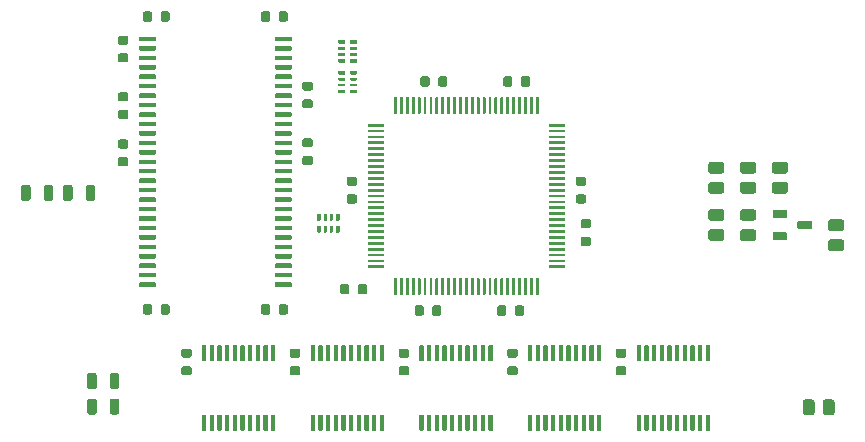
<source format=gtp>
G04 #@! TF.GenerationSoftware,KiCad,Pcbnew,(5.1.5-0-10_14)*
G04 #@! TF.CreationDate,2020-08-20T22:30:36-04:00*
G04 #@! TF.ProjectId,RAM2E,52414d32-452e-46b6-9963-61645f706362,1.1*
G04 #@! TF.SameCoordinates,Original*
G04 #@! TF.FileFunction,Paste,Top*
G04 #@! TF.FilePolarity,Positive*
%FSLAX46Y46*%
G04 Gerber Fmt 4.6, Leading zero omitted, Abs format (unit mm)*
G04 Created by KiCad (PCBNEW (5.1.5-0-10_14)) date 2020-08-20 22:30:36*
%MOMM*%
%LPD*%
G04 APERTURE LIST*
%ADD10C,0.100000*%
G04 APERTURE END LIST*
D10*
G36*
X214762411Y-92714032D02*
G01*
X214781190Y-92716817D01*
X214799606Y-92721430D01*
X214817480Y-92727826D01*
X214834642Y-92735942D01*
X214850925Y-92745702D01*
X214866173Y-92757011D01*
X214880240Y-92769760D01*
X214892989Y-92783827D01*
X214904298Y-92799075D01*
X214914058Y-92815358D01*
X214922174Y-92832520D01*
X214928570Y-92850394D01*
X214933183Y-92868810D01*
X214935968Y-92887589D01*
X214936900Y-92906550D01*
X214936900Y-93393450D01*
X214935968Y-93412411D01*
X214933183Y-93431190D01*
X214928570Y-93449606D01*
X214922174Y-93467480D01*
X214914058Y-93484642D01*
X214904298Y-93500925D01*
X214892989Y-93516173D01*
X214880240Y-93530240D01*
X214866173Y-93542989D01*
X214850925Y-93554298D01*
X214834642Y-93564058D01*
X214817480Y-93572174D01*
X214799606Y-93578570D01*
X214781190Y-93583183D01*
X214762411Y-93585968D01*
X214743450Y-93586900D01*
X214356550Y-93586900D01*
X214337589Y-93585968D01*
X214318810Y-93583183D01*
X214300394Y-93578570D01*
X214282520Y-93572174D01*
X214265358Y-93564058D01*
X214249075Y-93554298D01*
X214233827Y-93542989D01*
X214219760Y-93530240D01*
X214207011Y-93516173D01*
X214195702Y-93500925D01*
X214185942Y-93484642D01*
X214177826Y-93467480D01*
X214171430Y-93449606D01*
X214166817Y-93431190D01*
X214164032Y-93412411D01*
X214163100Y-93393450D01*
X214163100Y-92906550D01*
X214164032Y-92887589D01*
X214166817Y-92868810D01*
X214171430Y-92850394D01*
X214177826Y-92832520D01*
X214185942Y-92815358D01*
X214195702Y-92799075D01*
X214207011Y-92783827D01*
X214219760Y-92769760D01*
X214233827Y-92757011D01*
X214249075Y-92745702D01*
X214265358Y-92735942D01*
X214282520Y-92727826D01*
X214300394Y-92721430D01*
X214318810Y-92716817D01*
X214337589Y-92714032D01*
X214356550Y-92713100D01*
X214743450Y-92713100D01*
X214762411Y-92714032D01*
G37*
G36*
X213262411Y-92714032D02*
G01*
X213281190Y-92716817D01*
X213299606Y-92721430D01*
X213317480Y-92727826D01*
X213334642Y-92735942D01*
X213350925Y-92745702D01*
X213366173Y-92757011D01*
X213380240Y-92769760D01*
X213392989Y-92783827D01*
X213404298Y-92799075D01*
X213414058Y-92815358D01*
X213422174Y-92832520D01*
X213428570Y-92850394D01*
X213433183Y-92868810D01*
X213435968Y-92887589D01*
X213436900Y-92906550D01*
X213436900Y-93393450D01*
X213435968Y-93412411D01*
X213433183Y-93431190D01*
X213428570Y-93449606D01*
X213422174Y-93467480D01*
X213414058Y-93484642D01*
X213404298Y-93500925D01*
X213392989Y-93516173D01*
X213380240Y-93530240D01*
X213366173Y-93542989D01*
X213350925Y-93554298D01*
X213334642Y-93564058D01*
X213317480Y-93572174D01*
X213299606Y-93578570D01*
X213281190Y-93583183D01*
X213262411Y-93585968D01*
X213243450Y-93586900D01*
X212856550Y-93586900D01*
X212837589Y-93585968D01*
X212818810Y-93583183D01*
X212800394Y-93578570D01*
X212782520Y-93572174D01*
X212765358Y-93564058D01*
X212749075Y-93554298D01*
X212733827Y-93542989D01*
X212719760Y-93530240D01*
X212707011Y-93516173D01*
X212695702Y-93500925D01*
X212685942Y-93484642D01*
X212677826Y-93467480D01*
X212671430Y-93449606D01*
X212666817Y-93431190D01*
X212664032Y-93412411D01*
X212663100Y-93393450D01*
X212663100Y-92906550D01*
X212664032Y-92887589D01*
X212666817Y-92868810D01*
X212671430Y-92850394D01*
X212677826Y-92832520D01*
X212685942Y-92815358D01*
X212695702Y-92799075D01*
X212707011Y-92783827D01*
X212719760Y-92769760D01*
X212733827Y-92757011D01*
X212749075Y-92745702D01*
X212765358Y-92735942D01*
X212782520Y-92727826D01*
X212800394Y-92721430D01*
X212818810Y-92716817D01*
X212837589Y-92714032D01*
X212856550Y-92713100D01*
X213243450Y-92713100D01*
X213262411Y-92714032D01*
G37*
G36*
X267049504Y-107151204D02*
G01*
X267073773Y-107154804D01*
X267097571Y-107160765D01*
X267120671Y-107169030D01*
X267142849Y-107179520D01*
X267163893Y-107192133D01*
X267183598Y-107206747D01*
X267201777Y-107223223D01*
X267218253Y-107241402D01*
X267232867Y-107261107D01*
X267245480Y-107282151D01*
X267255970Y-107304329D01*
X267264235Y-107327429D01*
X267270196Y-107351227D01*
X267273796Y-107375496D01*
X267275000Y-107400000D01*
X267275000Y-107900000D01*
X267273796Y-107924504D01*
X267270196Y-107948773D01*
X267264235Y-107972571D01*
X267255970Y-107995671D01*
X267245480Y-108017849D01*
X267232867Y-108038893D01*
X267218253Y-108058598D01*
X267201777Y-108076777D01*
X267183598Y-108093253D01*
X267163893Y-108107867D01*
X267142849Y-108120480D01*
X267120671Y-108130970D01*
X267097571Y-108139235D01*
X267073773Y-108145196D01*
X267049504Y-108148796D01*
X267025000Y-108150000D01*
X266175000Y-108150000D01*
X266150496Y-108148796D01*
X266126227Y-108145196D01*
X266102429Y-108139235D01*
X266079329Y-108130970D01*
X266057151Y-108120480D01*
X266036107Y-108107867D01*
X266016402Y-108093253D01*
X265998223Y-108076777D01*
X265981747Y-108058598D01*
X265967133Y-108038893D01*
X265954520Y-108017849D01*
X265944030Y-107995671D01*
X265935765Y-107972571D01*
X265929804Y-107948773D01*
X265926204Y-107924504D01*
X265925000Y-107900000D01*
X265925000Y-107400000D01*
X265926204Y-107375496D01*
X265929804Y-107351227D01*
X265935765Y-107327429D01*
X265944030Y-107304329D01*
X265954520Y-107282151D01*
X265967133Y-107261107D01*
X265981747Y-107241402D01*
X265998223Y-107223223D01*
X266016402Y-107206747D01*
X266036107Y-107192133D01*
X266057151Y-107179520D01*
X266079329Y-107169030D01*
X266102429Y-107160765D01*
X266126227Y-107154804D01*
X266150496Y-107151204D01*
X266175000Y-107150000D01*
X267025000Y-107150000D01*
X267049504Y-107151204D01*
G37*
G36*
X267049504Y-105451204D02*
G01*
X267073773Y-105454804D01*
X267097571Y-105460765D01*
X267120671Y-105469030D01*
X267142849Y-105479520D01*
X267163893Y-105492133D01*
X267183598Y-105506747D01*
X267201777Y-105523223D01*
X267218253Y-105541402D01*
X267232867Y-105561107D01*
X267245480Y-105582151D01*
X267255970Y-105604329D01*
X267264235Y-105627429D01*
X267270196Y-105651227D01*
X267273796Y-105675496D01*
X267275000Y-105700000D01*
X267275000Y-106200000D01*
X267273796Y-106224504D01*
X267270196Y-106248773D01*
X267264235Y-106272571D01*
X267255970Y-106295671D01*
X267245480Y-106317849D01*
X267232867Y-106338893D01*
X267218253Y-106358598D01*
X267201777Y-106376777D01*
X267183598Y-106393253D01*
X267163893Y-106407867D01*
X267142849Y-106420480D01*
X267120671Y-106430970D01*
X267097571Y-106439235D01*
X267073773Y-106445196D01*
X267049504Y-106448796D01*
X267025000Y-106450000D01*
X266175000Y-106450000D01*
X266150496Y-106448796D01*
X266126227Y-106445196D01*
X266102429Y-106439235D01*
X266079329Y-106430970D01*
X266057151Y-106420480D01*
X266036107Y-106407867D01*
X266016402Y-106393253D01*
X265998223Y-106376777D01*
X265981747Y-106358598D01*
X265967133Y-106338893D01*
X265954520Y-106317849D01*
X265944030Y-106295671D01*
X265935765Y-106272571D01*
X265929804Y-106248773D01*
X265926204Y-106224504D01*
X265925000Y-106200000D01*
X265925000Y-105700000D01*
X265926204Y-105675496D01*
X265929804Y-105651227D01*
X265935765Y-105627429D01*
X265944030Y-105604329D01*
X265954520Y-105582151D01*
X265967133Y-105561107D01*
X265981747Y-105541402D01*
X265998223Y-105523223D01*
X266016402Y-105506747D01*
X266036107Y-105492133D01*
X266057151Y-105479520D01*
X266079329Y-105469030D01*
X266102429Y-105460765D01*
X266126227Y-105454804D01*
X266150496Y-105451204D01*
X266175000Y-105450000D01*
X267025000Y-105450000D01*
X267049504Y-105451204D01*
G37*
G36*
X233040881Y-102230289D02*
G01*
X233046705Y-102231153D01*
X233052417Y-102232584D01*
X233057961Y-102234567D01*
X233063284Y-102237085D01*
X233068334Y-102240112D01*
X233073064Y-102243619D01*
X233077426Y-102247574D01*
X233081381Y-102251936D01*
X233084888Y-102256666D01*
X233087915Y-102261716D01*
X233090433Y-102267039D01*
X233092416Y-102272583D01*
X233093847Y-102278295D01*
X233094711Y-102284119D01*
X233095000Y-102290000D01*
X233095000Y-102410000D01*
X233094711Y-102415881D01*
X233093847Y-102421705D01*
X233092416Y-102427417D01*
X233090433Y-102432961D01*
X233087915Y-102438284D01*
X233084888Y-102443334D01*
X233081381Y-102448064D01*
X233077426Y-102452426D01*
X233073064Y-102456381D01*
X233068334Y-102459888D01*
X233063284Y-102462915D01*
X233057961Y-102465433D01*
X233052417Y-102467416D01*
X233046705Y-102468847D01*
X233040881Y-102469711D01*
X233035000Y-102470000D01*
X231740000Y-102470000D01*
X231734119Y-102469711D01*
X231728295Y-102468847D01*
X231722583Y-102467416D01*
X231717039Y-102465433D01*
X231711716Y-102462915D01*
X231706666Y-102459888D01*
X231701936Y-102456381D01*
X231697574Y-102452426D01*
X231693619Y-102448064D01*
X231690112Y-102443334D01*
X231687085Y-102438284D01*
X231684567Y-102432961D01*
X231682584Y-102427417D01*
X231681153Y-102421705D01*
X231680289Y-102415881D01*
X231680000Y-102410000D01*
X231680000Y-102290000D01*
X231680289Y-102284119D01*
X231681153Y-102278295D01*
X231682584Y-102272583D01*
X231684567Y-102267039D01*
X231687085Y-102261716D01*
X231690112Y-102256666D01*
X231693619Y-102251936D01*
X231697574Y-102247574D01*
X231701936Y-102243619D01*
X231706666Y-102240112D01*
X231711716Y-102237085D01*
X231717039Y-102234567D01*
X231722583Y-102232584D01*
X231728295Y-102231153D01*
X231734119Y-102230289D01*
X231740000Y-102230000D01*
X233035000Y-102230000D01*
X233040881Y-102230289D01*
G37*
G36*
X233040881Y-102730289D02*
G01*
X233046705Y-102731153D01*
X233052417Y-102732584D01*
X233057961Y-102734567D01*
X233063284Y-102737085D01*
X233068334Y-102740112D01*
X233073064Y-102743619D01*
X233077426Y-102747574D01*
X233081381Y-102751936D01*
X233084888Y-102756666D01*
X233087915Y-102761716D01*
X233090433Y-102767039D01*
X233092416Y-102772583D01*
X233093847Y-102778295D01*
X233094711Y-102784119D01*
X233095000Y-102790000D01*
X233095000Y-102910000D01*
X233094711Y-102915881D01*
X233093847Y-102921705D01*
X233092416Y-102927417D01*
X233090433Y-102932961D01*
X233087915Y-102938284D01*
X233084888Y-102943334D01*
X233081381Y-102948064D01*
X233077426Y-102952426D01*
X233073064Y-102956381D01*
X233068334Y-102959888D01*
X233063284Y-102962915D01*
X233057961Y-102965433D01*
X233052417Y-102967416D01*
X233046705Y-102968847D01*
X233040881Y-102969711D01*
X233035000Y-102970000D01*
X231740000Y-102970000D01*
X231734119Y-102969711D01*
X231728295Y-102968847D01*
X231722583Y-102967416D01*
X231717039Y-102965433D01*
X231711716Y-102962915D01*
X231706666Y-102959888D01*
X231701936Y-102956381D01*
X231697574Y-102952426D01*
X231693619Y-102948064D01*
X231690112Y-102943334D01*
X231687085Y-102938284D01*
X231684567Y-102932961D01*
X231682584Y-102927417D01*
X231681153Y-102921705D01*
X231680289Y-102915881D01*
X231680000Y-102910000D01*
X231680000Y-102790000D01*
X231680289Y-102784119D01*
X231681153Y-102778295D01*
X231682584Y-102772583D01*
X231684567Y-102767039D01*
X231687085Y-102761716D01*
X231690112Y-102756666D01*
X231693619Y-102751936D01*
X231697574Y-102747574D01*
X231701936Y-102743619D01*
X231706666Y-102740112D01*
X231711716Y-102737085D01*
X231717039Y-102734567D01*
X231722583Y-102732584D01*
X231728295Y-102731153D01*
X231734119Y-102730289D01*
X231740000Y-102730000D01*
X233035000Y-102730000D01*
X233040881Y-102730289D01*
G37*
G36*
X233040881Y-103230289D02*
G01*
X233046705Y-103231153D01*
X233052417Y-103232584D01*
X233057961Y-103234567D01*
X233063284Y-103237085D01*
X233068334Y-103240112D01*
X233073064Y-103243619D01*
X233077426Y-103247574D01*
X233081381Y-103251936D01*
X233084888Y-103256666D01*
X233087915Y-103261716D01*
X233090433Y-103267039D01*
X233092416Y-103272583D01*
X233093847Y-103278295D01*
X233094711Y-103284119D01*
X233095000Y-103290000D01*
X233095000Y-103410000D01*
X233094711Y-103415881D01*
X233093847Y-103421705D01*
X233092416Y-103427417D01*
X233090433Y-103432961D01*
X233087915Y-103438284D01*
X233084888Y-103443334D01*
X233081381Y-103448064D01*
X233077426Y-103452426D01*
X233073064Y-103456381D01*
X233068334Y-103459888D01*
X233063284Y-103462915D01*
X233057961Y-103465433D01*
X233052417Y-103467416D01*
X233046705Y-103468847D01*
X233040881Y-103469711D01*
X233035000Y-103470000D01*
X231740000Y-103470000D01*
X231734119Y-103469711D01*
X231728295Y-103468847D01*
X231722583Y-103467416D01*
X231717039Y-103465433D01*
X231711716Y-103462915D01*
X231706666Y-103459888D01*
X231701936Y-103456381D01*
X231697574Y-103452426D01*
X231693619Y-103448064D01*
X231690112Y-103443334D01*
X231687085Y-103438284D01*
X231684567Y-103432961D01*
X231682584Y-103427417D01*
X231681153Y-103421705D01*
X231680289Y-103415881D01*
X231680000Y-103410000D01*
X231680000Y-103290000D01*
X231680289Y-103284119D01*
X231681153Y-103278295D01*
X231682584Y-103272583D01*
X231684567Y-103267039D01*
X231687085Y-103261716D01*
X231690112Y-103256666D01*
X231693619Y-103251936D01*
X231697574Y-103247574D01*
X231701936Y-103243619D01*
X231706666Y-103240112D01*
X231711716Y-103237085D01*
X231717039Y-103234567D01*
X231722583Y-103232584D01*
X231728295Y-103231153D01*
X231734119Y-103230289D01*
X231740000Y-103230000D01*
X233035000Y-103230000D01*
X233040881Y-103230289D01*
G37*
G36*
X233040881Y-103730289D02*
G01*
X233046705Y-103731153D01*
X233052417Y-103732584D01*
X233057961Y-103734567D01*
X233063284Y-103737085D01*
X233068334Y-103740112D01*
X233073064Y-103743619D01*
X233077426Y-103747574D01*
X233081381Y-103751936D01*
X233084888Y-103756666D01*
X233087915Y-103761716D01*
X233090433Y-103767039D01*
X233092416Y-103772583D01*
X233093847Y-103778295D01*
X233094711Y-103784119D01*
X233095000Y-103790000D01*
X233095000Y-103910000D01*
X233094711Y-103915881D01*
X233093847Y-103921705D01*
X233092416Y-103927417D01*
X233090433Y-103932961D01*
X233087915Y-103938284D01*
X233084888Y-103943334D01*
X233081381Y-103948064D01*
X233077426Y-103952426D01*
X233073064Y-103956381D01*
X233068334Y-103959888D01*
X233063284Y-103962915D01*
X233057961Y-103965433D01*
X233052417Y-103967416D01*
X233046705Y-103968847D01*
X233040881Y-103969711D01*
X233035000Y-103970000D01*
X231740000Y-103970000D01*
X231734119Y-103969711D01*
X231728295Y-103968847D01*
X231722583Y-103967416D01*
X231717039Y-103965433D01*
X231711716Y-103962915D01*
X231706666Y-103959888D01*
X231701936Y-103956381D01*
X231697574Y-103952426D01*
X231693619Y-103948064D01*
X231690112Y-103943334D01*
X231687085Y-103938284D01*
X231684567Y-103932961D01*
X231682584Y-103927417D01*
X231681153Y-103921705D01*
X231680289Y-103915881D01*
X231680000Y-103910000D01*
X231680000Y-103790000D01*
X231680289Y-103784119D01*
X231681153Y-103778295D01*
X231682584Y-103772583D01*
X231684567Y-103767039D01*
X231687085Y-103761716D01*
X231690112Y-103756666D01*
X231693619Y-103751936D01*
X231697574Y-103747574D01*
X231701936Y-103743619D01*
X231706666Y-103740112D01*
X231711716Y-103737085D01*
X231717039Y-103734567D01*
X231722583Y-103732584D01*
X231728295Y-103731153D01*
X231734119Y-103730289D01*
X231740000Y-103730000D01*
X233035000Y-103730000D01*
X233040881Y-103730289D01*
G37*
G36*
X233040881Y-104230289D02*
G01*
X233046705Y-104231153D01*
X233052417Y-104232584D01*
X233057961Y-104234567D01*
X233063284Y-104237085D01*
X233068334Y-104240112D01*
X233073064Y-104243619D01*
X233077426Y-104247574D01*
X233081381Y-104251936D01*
X233084888Y-104256666D01*
X233087915Y-104261716D01*
X233090433Y-104267039D01*
X233092416Y-104272583D01*
X233093847Y-104278295D01*
X233094711Y-104284119D01*
X233095000Y-104290000D01*
X233095000Y-104410000D01*
X233094711Y-104415881D01*
X233093847Y-104421705D01*
X233092416Y-104427417D01*
X233090433Y-104432961D01*
X233087915Y-104438284D01*
X233084888Y-104443334D01*
X233081381Y-104448064D01*
X233077426Y-104452426D01*
X233073064Y-104456381D01*
X233068334Y-104459888D01*
X233063284Y-104462915D01*
X233057961Y-104465433D01*
X233052417Y-104467416D01*
X233046705Y-104468847D01*
X233040881Y-104469711D01*
X233035000Y-104470000D01*
X231740000Y-104470000D01*
X231734119Y-104469711D01*
X231728295Y-104468847D01*
X231722583Y-104467416D01*
X231717039Y-104465433D01*
X231711716Y-104462915D01*
X231706666Y-104459888D01*
X231701936Y-104456381D01*
X231697574Y-104452426D01*
X231693619Y-104448064D01*
X231690112Y-104443334D01*
X231687085Y-104438284D01*
X231684567Y-104432961D01*
X231682584Y-104427417D01*
X231681153Y-104421705D01*
X231680289Y-104415881D01*
X231680000Y-104410000D01*
X231680000Y-104290000D01*
X231680289Y-104284119D01*
X231681153Y-104278295D01*
X231682584Y-104272583D01*
X231684567Y-104267039D01*
X231687085Y-104261716D01*
X231690112Y-104256666D01*
X231693619Y-104251936D01*
X231697574Y-104247574D01*
X231701936Y-104243619D01*
X231706666Y-104240112D01*
X231711716Y-104237085D01*
X231717039Y-104234567D01*
X231722583Y-104232584D01*
X231728295Y-104231153D01*
X231734119Y-104230289D01*
X231740000Y-104230000D01*
X233035000Y-104230000D01*
X233040881Y-104230289D01*
G37*
G36*
X233040881Y-104730289D02*
G01*
X233046705Y-104731153D01*
X233052417Y-104732584D01*
X233057961Y-104734567D01*
X233063284Y-104737085D01*
X233068334Y-104740112D01*
X233073064Y-104743619D01*
X233077426Y-104747574D01*
X233081381Y-104751936D01*
X233084888Y-104756666D01*
X233087915Y-104761716D01*
X233090433Y-104767039D01*
X233092416Y-104772583D01*
X233093847Y-104778295D01*
X233094711Y-104784119D01*
X233095000Y-104790000D01*
X233095000Y-104910000D01*
X233094711Y-104915881D01*
X233093847Y-104921705D01*
X233092416Y-104927417D01*
X233090433Y-104932961D01*
X233087915Y-104938284D01*
X233084888Y-104943334D01*
X233081381Y-104948064D01*
X233077426Y-104952426D01*
X233073064Y-104956381D01*
X233068334Y-104959888D01*
X233063284Y-104962915D01*
X233057961Y-104965433D01*
X233052417Y-104967416D01*
X233046705Y-104968847D01*
X233040881Y-104969711D01*
X233035000Y-104970000D01*
X231740000Y-104970000D01*
X231734119Y-104969711D01*
X231728295Y-104968847D01*
X231722583Y-104967416D01*
X231717039Y-104965433D01*
X231711716Y-104962915D01*
X231706666Y-104959888D01*
X231701936Y-104956381D01*
X231697574Y-104952426D01*
X231693619Y-104948064D01*
X231690112Y-104943334D01*
X231687085Y-104938284D01*
X231684567Y-104932961D01*
X231682584Y-104927417D01*
X231681153Y-104921705D01*
X231680289Y-104915881D01*
X231680000Y-104910000D01*
X231680000Y-104790000D01*
X231680289Y-104784119D01*
X231681153Y-104778295D01*
X231682584Y-104772583D01*
X231684567Y-104767039D01*
X231687085Y-104761716D01*
X231690112Y-104756666D01*
X231693619Y-104751936D01*
X231697574Y-104747574D01*
X231701936Y-104743619D01*
X231706666Y-104740112D01*
X231711716Y-104737085D01*
X231717039Y-104734567D01*
X231722583Y-104732584D01*
X231728295Y-104731153D01*
X231734119Y-104730289D01*
X231740000Y-104730000D01*
X233035000Y-104730000D01*
X233040881Y-104730289D01*
G37*
G36*
X233040881Y-105230289D02*
G01*
X233046705Y-105231153D01*
X233052417Y-105232584D01*
X233057961Y-105234567D01*
X233063284Y-105237085D01*
X233068334Y-105240112D01*
X233073064Y-105243619D01*
X233077426Y-105247574D01*
X233081381Y-105251936D01*
X233084888Y-105256666D01*
X233087915Y-105261716D01*
X233090433Y-105267039D01*
X233092416Y-105272583D01*
X233093847Y-105278295D01*
X233094711Y-105284119D01*
X233095000Y-105290000D01*
X233095000Y-105410000D01*
X233094711Y-105415881D01*
X233093847Y-105421705D01*
X233092416Y-105427417D01*
X233090433Y-105432961D01*
X233087915Y-105438284D01*
X233084888Y-105443334D01*
X233081381Y-105448064D01*
X233077426Y-105452426D01*
X233073064Y-105456381D01*
X233068334Y-105459888D01*
X233063284Y-105462915D01*
X233057961Y-105465433D01*
X233052417Y-105467416D01*
X233046705Y-105468847D01*
X233040881Y-105469711D01*
X233035000Y-105470000D01*
X231740000Y-105470000D01*
X231734119Y-105469711D01*
X231728295Y-105468847D01*
X231722583Y-105467416D01*
X231717039Y-105465433D01*
X231711716Y-105462915D01*
X231706666Y-105459888D01*
X231701936Y-105456381D01*
X231697574Y-105452426D01*
X231693619Y-105448064D01*
X231690112Y-105443334D01*
X231687085Y-105438284D01*
X231684567Y-105432961D01*
X231682584Y-105427417D01*
X231681153Y-105421705D01*
X231680289Y-105415881D01*
X231680000Y-105410000D01*
X231680000Y-105290000D01*
X231680289Y-105284119D01*
X231681153Y-105278295D01*
X231682584Y-105272583D01*
X231684567Y-105267039D01*
X231687085Y-105261716D01*
X231690112Y-105256666D01*
X231693619Y-105251936D01*
X231697574Y-105247574D01*
X231701936Y-105243619D01*
X231706666Y-105240112D01*
X231711716Y-105237085D01*
X231717039Y-105234567D01*
X231722583Y-105232584D01*
X231728295Y-105231153D01*
X231734119Y-105230289D01*
X231740000Y-105230000D01*
X233035000Y-105230000D01*
X233040881Y-105230289D01*
G37*
G36*
X233040881Y-105730289D02*
G01*
X233046705Y-105731153D01*
X233052417Y-105732584D01*
X233057961Y-105734567D01*
X233063284Y-105737085D01*
X233068334Y-105740112D01*
X233073064Y-105743619D01*
X233077426Y-105747574D01*
X233081381Y-105751936D01*
X233084888Y-105756666D01*
X233087915Y-105761716D01*
X233090433Y-105767039D01*
X233092416Y-105772583D01*
X233093847Y-105778295D01*
X233094711Y-105784119D01*
X233095000Y-105790000D01*
X233095000Y-105910000D01*
X233094711Y-105915881D01*
X233093847Y-105921705D01*
X233092416Y-105927417D01*
X233090433Y-105932961D01*
X233087915Y-105938284D01*
X233084888Y-105943334D01*
X233081381Y-105948064D01*
X233077426Y-105952426D01*
X233073064Y-105956381D01*
X233068334Y-105959888D01*
X233063284Y-105962915D01*
X233057961Y-105965433D01*
X233052417Y-105967416D01*
X233046705Y-105968847D01*
X233040881Y-105969711D01*
X233035000Y-105970000D01*
X231740000Y-105970000D01*
X231734119Y-105969711D01*
X231728295Y-105968847D01*
X231722583Y-105967416D01*
X231717039Y-105965433D01*
X231711716Y-105962915D01*
X231706666Y-105959888D01*
X231701936Y-105956381D01*
X231697574Y-105952426D01*
X231693619Y-105948064D01*
X231690112Y-105943334D01*
X231687085Y-105938284D01*
X231684567Y-105932961D01*
X231682584Y-105927417D01*
X231681153Y-105921705D01*
X231680289Y-105915881D01*
X231680000Y-105910000D01*
X231680000Y-105790000D01*
X231680289Y-105784119D01*
X231681153Y-105778295D01*
X231682584Y-105772583D01*
X231684567Y-105767039D01*
X231687085Y-105761716D01*
X231690112Y-105756666D01*
X231693619Y-105751936D01*
X231697574Y-105747574D01*
X231701936Y-105743619D01*
X231706666Y-105740112D01*
X231711716Y-105737085D01*
X231717039Y-105734567D01*
X231722583Y-105732584D01*
X231728295Y-105731153D01*
X231734119Y-105730289D01*
X231740000Y-105730000D01*
X233035000Y-105730000D01*
X233040881Y-105730289D01*
G37*
G36*
X233040881Y-106230289D02*
G01*
X233046705Y-106231153D01*
X233052417Y-106232584D01*
X233057961Y-106234567D01*
X233063284Y-106237085D01*
X233068334Y-106240112D01*
X233073064Y-106243619D01*
X233077426Y-106247574D01*
X233081381Y-106251936D01*
X233084888Y-106256666D01*
X233087915Y-106261716D01*
X233090433Y-106267039D01*
X233092416Y-106272583D01*
X233093847Y-106278295D01*
X233094711Y-106284119D01*
X233095000Y-106290000D01*
X233095000Y-106410000D01*
X233094711Y-106415881D01*
X233093847Y-106421705D01*
X233092416Y-106427417D01*
X233090433Y-106432961D01*
X233087915Y-106438284D01*
X233084888Y-106443334D01*
X233081381Y-106448064D01*
X233077426Y-106452426D01*
X233073064Y-106456381D01*
X233068334Y-106459888D01*
X233063284Y-106462915D01*
X233057961Y-106465433D01*
X233052417Y-106467416D01*
X233046705Y-106468847D01*
X233040881Y-106469711D01*
X233035000Y-106470000D01*
X231740000Y-106470000D01*
X231734119Y-106469711D01*
X231728295Y-106468847D01*
X231722583Y-106467416D01*
X231717039Y-106465433D01*
X231711716Y-106462915D01*
X231706666Y-106459888D01*
X231701936Y-106456381D01*
X231697574Y-106452426D01*
X231693619Y-106448064D01*
X231690112Y-106443334D01*
X231687085Y-106438284D01*
X231684567Y-106432961D01*
X231682584Y-106427417D01*
X231681153Y-106421705D01*
X231680289Y-106415881D01*
X231680000Y-106410000D01*
X231680000Y-106290000D01*
X231680289Y-106284119D01*
X231681153Y-106278295D01*
X231682584Y-106272583D01*
X231684567Y-106267039D01*
X231687085Y-106261716D01*
X231690112Y-106256666D01*
X231693619Y-106251936D01*
X231697574Y-106247574D01*
X231701936Y-106243619D01*
X231706666Y-106240112D01*
X231711716Y-106237085D01*
X231717039Y-106234567D01*
X231722583Y-106232584D01*
X231728295Y-106231153D01*
X231734119Y-106230289D01*
X231740000Y-106230000D01*
X233035000Y-106230000D01*
X233040881Y-106230289D01*
G37*
G36*
X233040881Y-106730289D02*
G01*
X233046705Y-106731153D01*
X233052417Y-106732584D01*
X233057961Y-106734567D01*
X233063284Y-106737085D01*
X233068334Y-106740112D01*
X233073064Y-106743619D01*
X233077426Y-106747574D01*
X233081381Y-106751936D01*
X233084888Y-106756666D01*
X233087915Y-106761716D01*
X233090433Y-106767039D01*
X233092416Y-106772583D01*
X233093847Y-106778295D01*
X233094711Y-106784119D01*
X233095000Y-106790000D01*
X233095000Y-106910000D01*
X233094711Y-106915881D01*
X233093847Y-106921705D01*
X233092416Y-106927417D01*
X233090433Y-106932961D01*
X233087915Y-106938284D01*
X233084888Y-106943334D01*
X233081381Y-106948064D01*
X233077426Y-106952426D01*
X233073064Y-106956381D01*
X233068334Y-106959888D01*
X233063284Y-106962915D01*
X233057961Y-106965433D01*
X233052417Y-106967416D01*
X233046705Y-106968847D01*
X233040881Y-106969711D01*
X233035000Y-106970000D01*
X231740000Y-106970000D01*
X231734119Y-106969711D01*
X231728295Y-106968847D01*
X231722583Y-106967416D01*
X231717039Y-106965433D01*
X231711716Y-106962915D01*
X231706666Y-106959888D01*
X231701936Y-106956381D01*
X231697574Y-106952426D01*
X231693619Y-106948064D01*
X231690112Y-106943334D01*
X231687085Y-106938284D01*
X231684567Y-106932961D01*
X231682584Y-106927417D01*
X231681153Y-106921705D01*
X231680289Y-106915881D01*
X231680000Y-106910000D01*
X231680000Y-106790000D01*
X231680289Y-106784119D01*
X231681153Y-106778295D01*
X231682584Y-106772583D01*
X231684567Y-106767039D01*
X231687085Y-106761716D01*
X231690112Y-106756666D01*
X231693619Y-106751936D01*
X231697574Y-106747574D01*
X231701936Y-106743619D01*
X231706666Y-106740112D01*
X231711716Y-106737085D01*
X231717039Y-106734567D01*
X231722583Y-106732584D01*
X231728295Y-106731153D01*
X231734119Y-106730289D01*
X231740000Y-106730000D01*
X233035000Y-106730000D01*
X233040881Y-106730289D01*
G37*
G36*
X233040881Y-107230289D02*
G01*
X233046705Y-107231153D01*
X233052417Y-107232584D01*
X233057961Y-107234567D01*
X233063284Y-107237085D01*
X233068334Y-107240112D01*
X233073064Y-107243619D01*
X233077426Y-107247574D01*
X233081381Y-107251936D01*
X233084888Y-107256666D01*
X233087915Y-107261716D01*
X233090433Y-107267039D01*
X233092416Y-107272583D01*
X233093847Y-107278295D01*
X233094711Y-107284119D01*
X233095000Y-107290000D01*
X233095000Y-107410000D01*
X233094711Y-107415881D01*
X233093847Y-107421705D01*
X233092416Y-107427417D01*
X233090433Y-107432961D01*
X233087915Y-107438284D01*
X233084888Y-107443334D01*
X233081381Y-107448064D01*
X233077426Y-107452426D01*
X233073064Y-107456381D01*
X233068334Y-107459888D01*
X233063284Y-107462915D01*
X233057961Y-107465433D01*
X233052417Y-107467416D01*
X233046705Y-107468847D01*
X233040881Y-107469711D01*
X233035000Y-107470000D01*
X231740000Y-107470000D01*
X231734119Y-107469711D01*
X231728295Y-107468847D01*
X231722583Y-107467416D01*
X231717039Y-107465433D01*
X231711716Y-107462915D01*
X231706666Y-107459888D01*
X231701936Y-107456381D01*
X231697574Y-107452426D01*
X231693619Y-107448064D01*
X231690112Y-107443334D01*
X231687085Y-107438284D01*
X231684567Y-107432961D01*
X231682584Y-107427417D01*
X231681153Y-107421705D01*
X231680289Y-107415881D01*
X231680000Y-107410000D01*
X231680000Y-107290000D01*
X231680289Y-107284119D01*
X231681153Y-107278295D01*
X231682584Y-107272583D01*
X231684567Y-107267039D01*
X231687085Y-107261716D01*
X231690112Y-107256666D01*
X231693619Y-107251936D01*
X231697574Y-107247574D01*
X231701936Y-107243619D01*
X231706666Y-107240112D01*
X231711716Y-107237085D01*
X231717039Y-107234567D01*
X231722583Y-107232584D01*
X231728295Y-107231153D01*
X231734119Y-107230289D01*
X231740000Y-107230000D01*
X233035000Y-107230000D01*
X233040881Y-107230289D01*
G37*
G36*
X233040881Y-107730289D02*
G01*
X233046705Y-107731153D01*
X233052417Y-107732584D01*
X233057961Y-107734567D01*
X233063284Y-107737085D01*
X233068334Y-107740112D01*
X233073064Y-107743619D01*
X233077426Y-107747574D01*
X233081381Y-107751936D01*
X233084888Y-107756666D01*
X233087915Y-107761716D01*
X233090433Y-107767039D01*
X233092416Y-107772583D01*
X233093847Y-107778295D01*
X233094711Y-107784119D01*
X233095000Y-107790000D01*
X233095000Y-107910000D01*
X233094711Y-107915881D01*
X233093847Y-107921705D01*
X233092416Y-107927417D01*
X233090433Y-107932961D01*
X233087915Y-107938284D01*
X233084888Y-107943334D01*
X233081381Y-107948064D01*
X233077426Y-107952426D01*
X233073064Y-107956381D01*
X233068334Y-107959888D01*
X233063284Y-107962915D01*
X233057961Y-107965433D01*
X233052417Y-107967416D01*
X233046705Y-107968847D01*
X233040881Y-107969711D01*
X233035000Y-107970000D01*
X231740000Y-107970000D01*
X231734119Y-107969711D01*
X231728295Y-107968847D01*
X231722583Y-107967416D01*
X231717039Y-107965433D01*
X231711716Y-107962915D01*
X231706666Y-107959888D01*
X231701936Y-107956381D01*
X231697574Y-107952426D01*
X231693619Y-107948064D01*
X231690112Y-107943334D01*
X231687085Y-107938284D01*
X231684567Y-107932961D01*
X231682584Y-107927417D01*
X231681153Y-107921705D01*
X231680289Y-107915881D01*
X231680000Y-107910000D01*
X231680000Y-107790000D01*
X231680289Y-107784119D01*
X231681153Y-107778295D01*
X231682584Y-107772583D01*
X231684567Y-107767039D01*
X231687085Y-107761716D01*
X231690112Y-107756666D01*
X231693619Y-107751936D01*
X231697574Y-107747574D01*
X231701936Y-107743619D01*
X231706666Y-107740112D01*
X231711716Y-107737085D01*
X231717039Y-107734567D01*
X231722583Y-107732584D01*
X231728295Y-107731153D01*
X231734119Y-107730289D01*
X231740000Y-107730000D01*
X233035000Y-107730000D01*
X233040881Y-107730289D01*
G37*
G36*
X233040881Y-108230289D02*
G01*
X233046705Y-108231153D01*
X233052417Y-108232584D01*
X233057961Y-108234567D01*
X233063284Y-108237085D01*
X233068334Y-108240112D01*
X233073064Y-108243619D01*
X233077426Y-108247574D01*
X233081381Y-108251936D01*
X233084888Y-108256666D01*
X233087915Y-108261716D01*
X233090433Y-108267039D01*
X233092416Y-108272583D01*
X233093847Y-108278295D01*
X233094711Y-108284119D01*
X233095000Y-108290000D01*
X233095000Y-108410000D01*
X233094711Y-108415881D01*
X233093847Y-108421705D01*
X233092416Y-108427417D01*
X233090433Y-108432961D01*
X233087915Y-108438284D01*
X233084888Y-108443334D01*
X233081381Y-108448064D01*
X233077426Y-108452426D01*
X233073064Y-108456381D01*
X233068334Y-108459888D01*
X233063284Y-108462915D01*
X233057961Y-108465433D01*
X233052417Y-108467416D01*
X233046705Y-108468847D01*
X233040881Y-108469711D01*
X233035000Y-108470000D01*
X231740000Y-108470000D01*
X231734119Y-108469711D01*
X231728295Y-108468847D01*
X231722583Y-108467416D01*
X231717039Y-108465433D01*
X231711716Y-108462915D01*
X231706666Y-108459888D01*
X231701936Y-108456381D01*
X231697574Y-108452426D01*
X231693619Y-108448064D01*
X231690112Y-108443334D01*
X231687085Y-108438284D01*
X231684567Y-108432961D01*
X231682584Y-108427417D01*
X231681153Y-108421705D01*
X231680289Y-108415881D01*
X231680000Y-108410000D01*
X231680000Y-108290000D01*
X231680289Y-108284119D01*
X231681153Y-108278295D01*
X231682584Y-108272583D01*
X231684567Y-108267039D01*
X231687085Y-108261716D01*
X231690112Y-108256666D01*
X231693619Y-108251936D01*
X231697574Y-108247574D01*
X231701936Y-108243619D01*
X231706666Y-108240112D01*
X231711716Y-108237085D01*
X231717039Y-108234567D01*
X231722583Y-108232584D01*
X231728295Y-108231153D01*
X231734119Y-108230289D01*
X231740000Y-108230000D01*
X233035000Y-108230000D01*
X233040881Y-108230289D01*
G37*
G36*
X233040881Y-108730289D02*
G01*
X233046705Y-108731153D01*
X233052417Y-108732584D01*
X233057961Y-108734567D01*
X233063284Y-108737085D01*
X233068334Y-108740112D01*
X233073064Y-108743619D01*
X233077426Y-108747574D01*
X233081381Y-108751936D01*
X233084888Y-108756666D01*
X233087915Y-108761716D01*
X233090433Y-108767039D01*
X233092416Y-108772583D01*
X233093847Y-108778295D01*
X233094711Y-108784119D01*
X233095000Y-108790000D01*
X233095000Y-108910000D01*
X233094711Y-108915881D01*
X233093847Y-108921705D01*
X233092416Y-108927417D01*
X233090433Y-108932961D01*
X233087915Y-108938284D01*
X233084888Y-108943334D01*
X233081381Y-108948064D01*
X233077426Y-108952426D01*
X233073064Y-108956381D01*
X233068334Y-108959888D01*
X233063284Y-108962915D01*
X233057961Y-108965433D01*
X233052417Y-108967416D01*
X233046705Y-108968847D01*
X233040881Y-108969711D01*
X233035000Y-108970000D01*
X231740000Y-108970000D01*
X231734119Y-108969711D01*
X231728295Y-108968847D01*
X231722583Y-108967416D01*
X231717039Y-108965433D01*
X231711716Y-108962915D01*
X231706666Y-108959888D01*
X231701936Y-108956381D01*
X231697574Y-108952426D01*
X231693619Y-108948064D01*
X231690112Y-108943334D01*
X231687085Y-108938284D01*
X231684567Y-108932961D01*
X231682584Y-108927417D01*
X231681153Y-108921705D01*
X231680289Y-108915881D01*
X231680000Y-108910000D01*
X231680000Y-108790000D01*
X231680289Y-108784119D01*
X231681153Y-108778295D01*
X231682584Y-108772583D01*
X231684567Y-108767039D01*
X231687085Y-108761716D01*
X231690112Y-108756666D01*
X231693619Y-108751936D01*
X231697574Y-108747574D01*
X231701936Y-108743619D01*
X231706666Y-108740112D01*
X231711716Y-108737085D01*
X231717039Y-108734567D01*
X231722583Y-108732584D01*
X231728295Y-108731153D01*
X231734119Y-108730289D01*
X231740000Y-108730000D01*
X233035000Y-108730000D01*
X233040881Y-108730289D01*
G37*
G36*
X233040881Y-109230289D02*
G01*
X233046705Y-109231153D01*
X233052417Y-109232584D01*
X233057961Y-109234567D01*
X233063284Y-109237085D01*
X233068334Y-109240112D01*
X233073064Y-109243619D01*
X233077426Y-109247574D01*
X233081381Y-109251936D01*
X233084888Y-109256666D01*
X233087915Y-109261716D01*
X233090433Y-109267039D01*
X233092416Y-109272583D01*
X233093847Y-109278295D01*
X233094711Y-109284119D01*
X233095000Y-109290000D01*
X233095000Y-109410000D01*
X233094711Y-109415881D01*
X233093847Y-109421705D01*
X233092416Y-109427417D01*
X233090433Y-109432961D01*
X233087915Y-109438284D01*
X233084888Y-109443334D01*
X233081381Y-109448064D01*
X233077426Y-109452426D01*
X233073064Y-109456381D01*
X233068334Y-109459888D01*
X233063284Y-109462915D01*
X233057961Y-109465433D01*
X233052417Y-109467416D01*
X233046705Y-109468847D01*
X233040881Y-109469711D01*
X233035000Y-109470000D01*
X231740000Y-109470000D01*
X231734119Y-109469711D01*
X231728295Y-109468847D01*
X231722583Y-109467416D01*
X231717039Y-109465433D01*
X231711716Y-109462915D01*
X231706666Y-109459888D01*
X231701936Y-109456381D01*
X231697574Y-109452426D01*
X231693619Y-109448064D01*
X231690112Y-109443334D01*
X231687085Y-109438284D01*
X231684567Y-109432961D01*
X231682584Y-109427417D01*
X231681153Y-109421705D01*
X231680289Y-109415881D01*
X231680000Y-109410000D01*
X231680000Y-109290000D01*
X231680289Y-109284119D01*
X231681153Y-109278295D01*
X231682584Y-109272583D01*
X231684567Y-109267039D01*
X231687085Y-109261716D01*
X231690112Y-109256666D01*
X231693619Y-109251936D01*
X231697574Y-109247574D01*
X231701936Y-109243619D01*
X231706666Y-109240112D01*
X231711716Y-109237085D01*
X231717039Y-109234567D01*
X231722583Y-109232584D01*
X231728295Y-109231153D01*
X231734119Y-109230289D01*
X231740000Y-109230000D01*
X233035000Y-109230000D01*
X233040881Y-109230289D01*
G37*
G36*
X233040881Y-109730289D02*
G01*
X233046705Y-109731153D01*
X233052417Y-109732584D01*
X233057961Y-109734567D01*
X233063284Y-109737085D01*
X233068334Y-109740112D01*
X233073064Y-109743619D01*
X233077426Y-109747574D01*
X233081381Y-109751936D01*
X233084888Y-109756666D01*
X233087915Y-109761716D01*
X233090433Y-109767039D01*
X233092416Y-109772583D01*
X233093847Y-109778295D01*
X233094711Y-109784119D01*
X233095000Y-109790000D01*
X233095000Y-109910000D01*
X233094711Y-109915881D01*
X233093847Y-109921705D01*
X233092416Y-109927417D01*
X233090433Y-109932961D01*
X233087915Y-109938284D01*
X233084888Y-109943334D01*
X233081381Y-109948064D01*
X233077426Y-109952426D01*
X233073064Y-109956381D01*
X233068334Y-109959888D01*
X233063284Y-109962915D01*
X233057961Y-109965433D01*
X233052417Y-109967416D01*
X233046705Y-109968847D01*
X233040881Y-109969711D01*
X233035000Y-109970000D01*
X231740000Y-109970000D01*
X231734119Y-109969711D01*
X231728295Y-109968847D01*
X231722583Y-109967416D01*
X231717039Y-109965433D01*
X231711716Y-109962915D01*
X231706666Y-109959888D01*
X231701936Y-109956381D01*
X231697574Y-109952426D01*
X231693619Y-109948064D01*
X231690112Y-109943334D01*
X231687085Y-109938284D01*
X231684567Y-109932961D01*
X231682584Y-109927417D01*
X231681153Y-109921705D01*
X231680289Y-109915881D01*
X231680000Y-109910000D01*
X231680000Y-109790000D01*
X231680289Y-109784119D01*
X231681153Y-109778295D01*
X231682584Y-109772583D01*
X231684567Y-109767039D01*
X231687085Y-109761716D01*
X231690112Y-109756666D01*
X231693619Y-109751936D01*
X231697574Y-109747574D01*
X231701936Y-109743619D01*
X231706666Y-109740112D01*
X231711716Y-109737085D01*
X231717039Y-109734567D01*
X231722583Y-109732584D01*
X231728295Y-109731153D01*
X231734119Y-109730289D01*
X231740000Y-109730000D01*
X233035000Y-109730000D01*
X233040881Y-109730289D01*
G37*
G36*
X233040881Y-110230289D02*
G01*
X233046705Y-110231153D01*
X233052417Y-110232584D01*
X233057961Y-110234567D01*
X233063284Y-110237085D01*
X233068334Y-110240112D01*
X233073064Y-110243619D01*
X233077426Y-110247574D01*
X233081381Y-110251936D01*
X233084888Y-110256666D01*
X233087915Y-110261716D01*
X233090433Y-110267039D01*
X233092416Y-110272583D01*
X233093847Y-110278295D01*
X233094711Y-110284119D01*
X233095000Y-110290000D01*
X233095000Y-110410000D01*
X233094711Y-110415881D01*
X233093847Y-110421705D01*
X233092416Y-110427417D01*
X233090433Y-110432961D01*
X233087915Y-110438284D01*
X233084888Y-110443334D01*
X233081381Y-110448064D01*
X233077426Y-110452426D01*
X233073064Y-110456381D01*
X233068334Y-110459888D01*
X233063284Y-110462915D01*
X233057961Y-110465433D01*
X233052417Y-110467416D01*
X233046705Y-110468847D01*
X233040881Y-110469711D01*
X233035000Y-110470000D01*
X231740000Y-110470000D01*
X231734119Y-110469711D01*
X231728295Y-110468847D01*
X231722583Y-110467416D01*
X231717039Y-110465433D01*
X231711716Y-110462915D01*
X231706666Y-110459888D01*
X231701936Y-110456381D01*
X231697574Y-110452426D01*
X231693619Y-110448064D01*
X231690112Y-110443334D01*
X231687085Y-110438284D01*
X231684567Y-110432961D01*
X231682584Y-110427417D01*
X231681153Y-110421705D01*
X231680289Y-110415881D01*
X231680000Y-110410000D01*
X231680000Y-110290000D01*
X231680289Y-110284119D01*
X231681153Y-110278295D01*
X231682584Y-110272583D01*
X231684567Y-110267039D01*
X231687085Y-110261716D01*
X231690112Y-110256666D01*
X231693619Y-110251936D01*
X231697574Y-110247574D01*
X231701936Y-110243619D01*
X231706666Y-110240112D01*
X231711716Y-110237085D01*
X231717039Y-110234567D01*
X231722583Y-110232584D01*
X231728295Y-110231153D01*
X231734119Y-110230289D01*
X231740000Y-110230000D01*
X233035000Y-110230000D01*
X233040881Y-110230289D01*
G37*
G36*
X233040881Y-110730289D02*
G01*
X233046705Y-110731153D01*
X233052417Y-110732584D01*
X233057961Y-110734567D01*
X233063284Y-110737085D01*
X233068334Y-110740112D01*
X233073064Y-110743619D01*
X233077426Y-110747574D01*
X233081381Y-110751936D01*
X233084888Y-110756666D01*
X233087915Y-110761716D01*
X233090433Y-110767039D01*
X233092416Y-110772583D01*
X233093847Y-110778295D01*
X233094711Y-110784119D01*
X233095000Y-110790000D01*
X233095000Y-110910000D01*
X233094711Y-110915881D01*
X233093847Y-110921705D01*
X233092416Y-110927417D01*
X233090433Y-110932961D01*
X233087915Y-110938284D01*
X233084888Y-110943334D01*
X233081381Y-110948064D01*
X233077426Y-110952426D01*
X233073064Y-110956381D01*
X233068334Y-110959888D01*
X233063284Y-110962915D01*
X233057961Y-110965433D01*
X233052417Y-110967416D01*
X233046705Y-110968847D01*
X233040881Y-110969711D01*
X233035000Y-110970000D01*
X231740000Y-110970000D01*
X231734119Y-110969711D01*
X231728295Y-110968847D01*
X231722583Y-110967416D01*
X231717039Y-110965433D01*
X231711716Y-110962915D01*
X231706666Y-110959888D01*
X231701936Y-110956381D01*
X231697574Y-110952426D01*
X231693619Y-110948064D01*
X231690112Y-110943334D01*
X231687085Y-110938284D01*
X231684567Y-110932961D01*
X231682584Y-110927417D01*
X231681153Y-110921705D01*
X231680289Y-110915881D01*
X231680000Y-110910000D01*
X231680000Y-110790000D01*
X231680289Y-110784119D01*
X231681153Y-110778295D01*
X231682584Y-110772583D01*
X231684567Y-110767039D01*
X231687085Y-110761716D01*
X231690112Y-110756666D01*
X231693619Y-110751936D01*
X231697574Y-110747574D01*
X231701936Y-110743619D01*
X231706666Y-110740112D01*
X231711716Y-110737085D01*
X231717039Y-110734567D01*
X231722583Y-110732584D01*
X231728295Y-110731153D01*
X231734119Y-110730289D01*
X231740000Y-110730000D01*
X233035000Y-110730000D01*
X233040881Y-110730289D01*
G37*
G36*
X233040881Y-111230289D02*
G01*
X233046705Y-111231153D01*
X233052417Y-111232584D01*
X233057961Y-111234567D01*
X233063284Y-111237085D01*
X233068334Y-111240112D01*
X233073064Y-111243619D01*
X233077426Y-111247574D01*
X233081381Y-111251936D01*
X233084888Y-111256666D01*
X233087915Y-111261716D01*
X233090433Y-111267039D01*
X233092416Y-111272583D01*
X233093847Y-111278295D01*
X233094711Y-111284119D01*
X233095000Y-111290000D01*
X233095000Y-111410000D01*
X233094711Y-111415881D01*
X233093847Y-111421705D01*
X233092416Y-111427417D01*
X233090433Y-111432961D01*
X233087915Y-111438284D01*
X233084888Y-111443334D01*
X233081381Y-111448064D01*
X233077426Y-111452426D01*
X233073064Y-111456381D01*
X233068334Y-111459888D01*
X233063284Y-111462915D01*
X233057961Y-111465433D01*
X233052417Y-111467416D01*
X233046705Y-111468847D01*
X233040881Y-111469711D01*
X233035000Y-111470000D01*
X231740000Y-111470000D01*
X231734119Y-111469711D01*
X231728295Y-111468847D01*
X231722583Y-111467416D01*
X231717039Y-111465433D01*
X231711716Y-111462915D01*
X231706666Y-111459888D01*
X231701936Y-111456381D01*
X231697574Y-111452426D01*
X231693619Y-111448064D01*
X231690112Y-111443334D01*
X231687085Y-111438284D01*
X231684567Y-111432961D01*
X231682584Y-111427417D01*
X231681153Y-111421705D01*
X231680289Y-111415881D01*
X231680000Y-111410000D01*
X231680000Y-111290000D01*
X231680289Y-111284119D01*
X231681153Y-111278295D01*
X231682584Y-111272583D01*
X231684567Y-111267039D01*
X231687085Y-111261716D01*
X231690112Y-111256666D01*
X231693619Y-111251936D01*
X231697574Y-111247574D01*
X231701936Y-111243619D01*
X231706666Y-111240112D01*
X231711716Y-111237085D01*
X231717039Y-111234567D01*
X231722583Y-111232584D01*
X231728295Y-111231153D01*
X231734119Y-111230289D01*
X231740000Y-111230000D01*
X233035000Y-111230000D01*
X233040881Y-111230289D01*
G37*
G36*
X233040881Y-111730289D02*
G01*
X233046705Y-111731153D01*
X233052417Y-111732584D01*
X233057961Y-111734567D01*
X233063284Y-111737085D01*
X233068334Y-111740112D01*
X233073064Y-111743619D01*
X233077426Y-111747574D01*
X233081381Y-111751936D01*
X233084888Y-111756666D01*
X233087915Y-111761716D01*
X233090433Y-111767039D01*
X233092416Y-111772583D01*
X233093847Y-111778295D01*
X233094711Y-111784119D01*
X233095000Y-111790000D01*
X233095000Y-111910000D01*
X233094711Y-111915881D01*
X233093847Y-111921705D01*
X233092416Y-111927417D01*
X233090433Y-111932961D01*
X233087915Y-111938284D01*
X233084888Y-111943334D01*
X233081381Y-111948064D01*
X233077426Y-111952426D01*
X233073064Y-111956381D01*
X233068334Y-111959888D01*
X233063284Y-111962915D01*
X233057961Y-111965433D01*
X233052417Y-111967416D01*
X233046705Y-111968847D01*
X233040881Y-111969711D01*
X233035000Y-111970000D01*
X231740000Y-111970000D01*
X231734119Y-111969711D01*
X231728295Y-111968847D01*
X231722583Y-111967416D01*
X231717039Y-111965433D01*
X231711716Y-111962915D01*
X231706666Y-111959888D01*
X231701936Y-111956381D01*
X231697574Y-111952426D01*
X231693619Y-111948064D01*
X231690112Y-111943334D01*
X231687085Y-111938284D01*
X231684567Y-111932961D01*
X231682584Y-111927417D01*
X231681153Y-111921705D01*
X231680289Y-111915881D01*
X231680000Y-111910000D01*
X231680000Y-111790000D01*
X231680289Y-111784119D01*
X231681153Y-111778295D01*
X231682584Y-111772583D01*
X231684567Y-111767039D01*
X231687085Y-111761716D01*
X231690112Y-111756666D01*
X231693619Y-111751936D01*
X231697574Y-111747574D01*
X231701936Y-111743619D01*
X231706666Y-111740112D01*
X231711716Y-111737085D01*
X231717039Y-111734567D01*
X231722583Y-111732584D01*
X231728295Y-111731153D01*
X231734119Y-111730289D01*
X231740000Y-111730000D01*
X233035000Y-111730000D01*
X233040881Y-111730289D01*
G37*
G36*
X233040881Y-112230289D02*
G01*
X233046705Y-112231153D01*
X233052417Y-112232584D01*
X233057961Y-112234567D01*
X233063284Y-112237085D01*
X233068334Y-112240112D01*
X233073064Y-112243619D01*
X233077426Y-112247574D01*
X233081381Y-112251936D01*
X233084888Y-112256666D01*
X233087915Y-112261716D01*
X233090433Y-112267039D01*
X233092416Y-112272583D01*
X233093847Y-112278295D01*
X233094711Y-112284119D01*
X233095000Y-112290000D01*
X233095000Y-112410000D01*
X233094711Y-112415881D01*
X233093847Y-112421705D01*
X233092416Y-112427417D01*
X233090433Y-112432961D01*
X233087915Y-112438284D01*
X233084888Y-112443334D01*
X233081381Y-112448064D01*
X233077426Y-112452426D01*
X233073064Y-112456381D01*
X233068334Y-112459888D01*
X233063284Y-112462915D01*
X233057961Y-112465433D01*
X233052417Y-112467416D01*
X233046705Y-112468847D01*
X233040881Y-112469711D01*
X233035000Y-112470000D01*
X231740000Y-112470000D01*
X231734119Y-112469711D01*
X231728295Y-112468847D01*
X231722583Y-112467416D01*
X231717039Y-112465433D01*
X231711716Y-112462915D01*
X231706666Y-112459888D01*
X231701936Y-112456381D01*
X231697574Y-112452426D01*
X231693619Y-112448064D01*
X231690112Y-112443334D01*
X231687085Y-112438284D01*
X231684567Y-112432961D01*
X231682584Y-112427417D01*
X231681153Y-112421705D01*
X231680289Y-112415881D01*
X231680000Y-112410000D01*
X231680000Y-112290000D01*
X231680289Y-112284119D01*
X231681153Y-112278295D01*
X231682584Y-112272583D01*
X231684567Y-112267039D01*
X231687085Y-112261716D01*
X231690112Y-112256666D01*
X231693619Y-112251936D01*
X231697574Y-112247574D01*
X231701936Y-112243619D01*
X231706666Y-112240112D01*
X231711716Y-112237085D01*
X231717039Y-112234567D01*
X231722583Y-112232584D01*
X231728295Y-112231153D01*
X231734119Y-112230289D01*
X231740000Y-112230000D01*
X233035000Y-112230000D01*
X233040881Y-112230289D01*
G37*
G36*
X233040881Y-112730289D02*
G01*
X233046705Y-112731153D01*
X233052417Y-112732584D01*
X233057961Y-112734567D01*
X233063284Y-112737085D01*
X233068334Y-112740112D01*
X233073064Y-112743619D01*
X233077426Y-112747574D01*
X233081381Y-112751936D01*
X233084888Y-112756666D01*
X233087915Y-112761716D01*
X233090433Y-112767039D01*
X233092416Y-112772583D01*
X233093847Y-112778295D01*
X233094711Y-112784119D01*
X233095000Y-112790000D01*
X233095000Y-112910000D01*
X233094711Y-112915881D01*
X233093847Y-112921705D01*
X233092416Y-112927417D01*
X233090433Y-112932961D01*
X233087915Y-112938284D01*
X233084888Y-112943334D01*
X233081381Y-112948064D01*
X233077426Y-112952426D01*
X233073064Y-112956381D01*
X233068334Y-112959888D01*
X233063284Y-112962915D01*
X233057961Y-112965433D01*
X233052417Y-112967416D01*
X233046705Y-112968847D01*
X233040881Y-112969711D01*
X233035000Y-112970000D01*
X231740000Y-112970000D01*
X231734119Y-112969711D01*
X231728295Y-112968847D01*
X231722583Y-112967416D01*
X231717039Y-112965433D01*
X231711716Y-112962915D01*
X231706666Y-112959888D01*
X231701936Y-112956381D01*
X231697574Y-112952426D01*
X231693619Y-112948064D01*
X231690112Y-112943334D01*
X231687085Y-112938284D01*
X231684567Y-112932961D01*
X231682584Y-112927417D01*
X231681153Y-112921705D01*
X231680289Y-112915881D01*
X231680000Y-112910000D01*
X231680000Y-112790000D01*
X231680289Y-112784119D01*
X231681153Y-112778295D01*
X231682584Y-112772583D01*
X231684567Y-112767039D01*
X231687085Y-112761716D01*
X231690112Y-112756666D01*
X231693619Y-112751936D01*
X231697574Y-112747574D01*
X231701936Y-112743619D01*
X231706666Y-112740112D01*
X231711716Y-112737085D01*
X231717039Y-112734567D01*
X231722583Y-112732584D01*
X231728295Y-112731153D01*
X231734119Y-112730289D01*
X231740000Y-112730000D01*
X233035000Y-112730000D01*
X233040881Y-112730289D01*
G37*
G36*
X233040881Y-113230289D02*
G01*
X233046705Y-113231153D01*
X233052417Y-113232584D01*
X233057961Y-113234567D01*
X233063284Y-113237085D01*
X233068334Y-113240112D01*
X233073064Y-113243619D01*
X233077426Y-113247574D01*
X233081381Y-113251936D01*
X233084888Y-113256666D01*
X233087915Y-113261716D01*
X233090433Y-113267039D01*
X233092416Y-113272583D01*
X233093847Y-113278295D01*
X233094711Y-113284119D01*
X233095000Y-113290000D01*
X233095000Y-113410000D01*
X233094711Y-113415881D01*
X233093847Y-113421705D01*
X233092416Y-113427417D01*
X233090433Y-113432961D01*
X233087915Y-113438284D01*
X233084888Y-113443334D01*
X233081381Y-113448064D01*
X233077426Y-113452426D01*
X233073064Y-113456381D01*
X233068334Y-113459888D01*
X233063284Y-113462915D01*
X233057961Y-113465433D01*
X233052417Y-113467416D01*
X233046705Y-113468847D01*
X233040881Y-113469711D01*
X233035000Y-113470000D01*
X231740000Y-113470000D01*
X231734119Y-113469711D01*
X231728295Y-113468847D01*
X231722583Y-113467416D01*
X231717039Y-113465433D01*
X231711716Y-113462915D01*
X231706666Y-113459888D01*
X231701936Y-113456381D01*
X231697574Y-113452426D01*
X231693619Y-113448064D01*
X231690112Y-113443334D01*
X231687085Y-113438284D01*
X231684567Y-113432961D01*
X231682584Y-113427417D01*
X231681153Y-113421705D01*
X231680289Y-113415881D01*
X231680000Y-113410000D01*
X231680000Y-113290000D01*
X231680289Y-113284119D01*
X231681153Y-113278295D01*
X231682584Y-113272583D01*
X231684567Y-113267039D01*
X231687085Y-113261716D01*
X231690112Y-113256666D01*
X231693619Y-113251936D01*
X231697574Y-113247574D01*
X231701936Y-113243619D01*
X231706666Y-113240112D01*
X231711716Y-113237085D01*
X231717039Y-113234567D01*
X231722583Y-113232584D01*
X231728295Y-113231153D01*
X231734119Y-113230289D01*
X231740000Y-113230000D01*
X233035000Y-113230000D01*
X233040881Y-113230289D01*
G37*
G36*
X233040881Y-113730289D02*
G01*
X233046705Y-113731153D01*
X233052417Y-113732584D01*
X233057961Y-113734567D01*
X233063284Y-113737085D01*
X233068334Y-113740112D01*
X233073064Y-113743619D01*
X233077426Y-113747574D01*
X233081381Y-113751936D01*
X233084888Y-113756666D01*
X233087915Y-113761716D01*
X233090433Y-113767039D01*
X233092416Y-113772583D01*
X233093847Y-113778295D01*
X233094711Y-113784119D01*
X233095000Y-113790000D01*
X233095000Y-113910000D01*
X233094711Y-113915881D01*
X233093847Y-113921705D01*
X233092416Y-113927417D01*
X233090433Y-113932961D01*
X233087915Y-113938284D01*
X233084888Y-113943334D01*
X233081381Y-113948064D01*
X233077426Y-113952426D01*
X233073064Y-113956381D01*
X233068334Y-113959888D01*
X233063284Y-113962915D01*
X233057961Y-113965433D01*
X233052417Y-113967416D01*
X233046705Y-113968847D01*
X233040881Y-113969711D01*
X233035000Y-113970000D01*
X231740000Y-113970000D01*
X231734119Y-113969711D01*
X231728295Y-113968847D01*
X231722583Y-113967416D01*
X231717039Y-113965433D01*
X231711716Y-113962915D01*
X231706666Y-113959888D01*
X231701936Y-113956381D01*
X231697574Y-113952426D01*
X231693619Y-113948064D01*
X231690112Y-113943334D01*
X231687085Y-113938284D01*
X231684567Y-113932961D01*
X231682584Y-113927417D01*
X231681153Y-113921705D01*
X231680289Y-113915881D01*
X231680000Y-113910000D01*
X231680000Y-113790000D01*
X231680289Y-113784119D01*
X231681153Y-113778295D01*
X231682584Y-113772583D01*
X231684567Y-113767039D01*
X231687085Y-113761716D01*
X231690112Y-113756666D01*
X231693619Y-113751936D01*
X231697574Y-113747574D01*
X231701936Y-113743619D01*
X231706666Y-113740112D01*
X231711716Y-113737085D01*
X231717039Y-113734567D01*
X231722583Y-113732584D01*
X231728295Y-113731153D01*
X231734119Y-113730289D01*
X231740000Y-113730000D01*
X233035000Y-113730000D01*
X233040881Y-113730289D01*
G37*
G36*
X233040881Y-114230289D02*
G01*
X233046705Y-114231153D01*
X233052417Y-114232584D01*
X233057961Y-114234567D01*
X233063284Y-114237085D01*
X233068334Y-114240112D01*
X233073064Y-114243619D01*
X233077426Y-114247574D01*
X233081381Y-114251936D01*
X233084888Y-114256666D01*
X233087915Y-114261716D01*
X233090433Y-114267039D01*
X233092416Y-114272583D01*
X233093847Y-114278295D01*
X233094711Y-114284119D01*
X233095000Y-114290000D01*
X233095000Y-114410000D01*
X233094711Y-114415881D01*
X233093847Y-114421705D01*
X233092416Y-114427417D01*
X233090433Y-114432961D01*
X233087915Y-114438284D01*
X233084888Y-114443334D01*
X233081381Y-114448064D01*
X233077426Y-114452426D01*
X233073064Y-114456381D01*
X233068334Y-114459888D01*
X233063284Y-114462915D01*
X233057961Y-114465433D01*
X233052417Y-114467416D01*
X233046705Y-114468847D01*
X233040881Y-114469711D01*
X233035000Y-114470000D01*
X231740000Y-114470000D01*
X231734119Y-114469711D01*
X231728295Y-114468847D01*
X231722583Y-114467416D01*
X231717039Y-114465433D01*
X231711716Y-114462915D01*
X231706666Y-114459888D01*
X231701936Y-114456381D01*
X231697574Y-114452426D01*
X231693619Y-114448064D01*
X231690112Y-114443334D01*
X231687085Y-114438284D01*
X231684567Y-114432961D01*
X231682584Y-114427417D01*
X231681153Y-114421705D01*
X231680289Y-114415881D01*
X231680000Y-114410000D01*
X231680000Y-114290000D01*
X231680289Y-114284119D01*
X231681153Y-114278295D01*
X231682584Y-114272583D01*
X231684567Y-114267039D01*
X231687085Y-114261716D01*
X231690112Y-114256666D01*
X231693619Y-114251936D01*
X231697574Y-114247574D01*
X231701936Y-114243619D01*
X231706666Y-114240112D01*
X231711716Y-114237085D01*
X231717039Y-114234567D01*
X231722583Y-114232584D01*
X231728295Y-114231153D01*
X231734119Y-114230289D01*
X231740000Y-114230000D01*
X233035000Y-114230000D01*
X233040881Y-114230289D01*
G37*
G36*
X234115881Y-115305289D02*
G01*
X234121705Y-115306153D01*
X234127417Y-115307584D01*
X234132961Y-115309567D01*
X234138284Y-115312085D01*
X234143334Y-115315112D01*
X234148064Y-115318619D01*
X234152426Y-115322574D01*
X234156381Y-115326936D01*
X234159888Y-115331666D01*
X234162915Y-115336716D01*
X234165433Y-115342039D01*
X234167416Y-115347583D01*
X234168847Y-115353295D01*
X234169711Y-115359119D01*
X234170000Y-115365000D01*
X234170000Y-116660000D01*
X234169711Y-116665881D01*
X234168847Y-116671705D01*
X234167416Y-116677417D01*
X234165433Y-116682961D01*
X234162915Y-116688284D01*
X234159888Y-116693334D01*
X234156381Y-116698064D01*
X234152426Y-116702426D01*
X234148064Y-116706381D01*
X234143334Y-116709888D01*
X234138284Y-116712915D01*
X234132961Y-116715433D01*
X234127417Y-116717416D01*
X234121705Y-116718847D01*
X234115881Y-116719711D01*
X234110000Y-116720000D01*
X233990000Y-116720000D01*
X233984119Y-116719711D01*
X233978295Y-116718847D01*
X233972583Y-116717416D01*
X233967039Y-116715433D01*
X233961716Y-116712915D01*
X233956666Y-116709888D01*
X233951936Y-116706381D01*
X233947574Y-116702426D01*
X233943619Y-116698064D01*
X233940112Y-116693334D01*
X233937085Y-116688284D01*
X233934567Y-116682961D01*
X233932584Y-116677417D01*
X233931153Y-116671705D01*
X233930289Y-116665881D01*
X233930000Y-116660000D01*
X233930000Y-115365000D01*
X233930289Y-115359119D01*
X233931153Y-115353295D01*
X233932584Y-115347583D01*
X233934567Y-115342039D01*
X233937085Y-115336716D01*
X233940112Y-115331666D01*
X233943619Y-115326936D01*
X233947574Y-115322574D01*
X233951936Y-115318619D01*
X233956666Y-115315112D01*
X233961716Y-115312085D01*
X233967039Y-115309567D01*
X233972583Y-115307584D01*
X233978295Y-115306153D01*
X233984119Y-115305289D01*
X233990000Y-115305000D01*
X234110000Y-115305000D01*
X234115881Y-115305289D01*
G37*
G36*
X234615881Y-115305289D02*
G01*
X234621705Y-115306153D01*
X234627417Y-115307584D01*
X234632961Y-115309567D01*
X234638284Y-115312085D01*
X234643334Y-115315112D01*
X234648064Y-115318619D01*
X234652426Y-115322574D01*
X234656381Y-115326936D01*
X234659888Y-115331666D01*
X234662915Y-115336716D01*
X234665433Y-115342039D01*
X234667416Y-115347583D01*
X234668847Y-115353295D01*
X234669711Y-115359119D01*
X234670000Y-115365000D01*
X234670000Y-116660000D01*
X234669711Y-116665881D01*
X234668847Y-116671705D01*
X234667416Y-116677417D01*
X234665433Y-116682961D01*
X234662915Y-116688284D01*
X234659888Y-116693334D01*
X234656381Y-116698064D01*
X234652426Y-116702426D01*
X234648064Y-116706381D01*
X234643334Y-116709888D01*
X234638284Y-116712915D01*
X234632961Y-116715433D01*
X234627417Y-116717416D01*
X234621705Y-116718847D01*
X234615881Y-116719711D01*
X234610000Y-116720000D01*
X234490000Y-116720000D01*
X234484119Y-116719711D01*
X234478295Y-116718847D01*
X234472583Y-116717416D01*
X234467039Y-116715433D01*
X234461716Y-116712915D01*
X234456666Y-116709888D01*
X234451936Y-116706381D01*
X234447574Y-116702426D01*
X234443619Y-116698064D01*
X234440112Y-116693334D01*
X234437085Y-116688284D01*
X234434567Y-116682961D01*
X234432584Y-116677417D01*
X234431153Y-116671705D01*
X234430289Y-116665881D01*
X234430000Y-116660000D01*
X234430000Y-115365000D01*
X234430289Y-115359119D01*
X234431153Y-115353295D01*
X234432584Y-115347583D01*
X234434567Y-115342039D01*
X234437085Y-115336716D01*
X234440112Y-115331666D01*
X234443619Y-115326936D01*
X234447574Y-115322574D01*
X234451936Y-115318619D01*
X234456666Y-115315112D01*
X234461716Y-115312085D01*
X234467039Y-115309567D01*
X234472583Y-115307584D01*
X234478295Y-115306153D01*
X234484119Y-115305289D01*
X234490000Y-115305000D01*
X234610000Y-115305000D01*
X234615881Y-115305289D01*
G37*
G36*
X235115881Y-115305289D02*
G01*
X235121705Y-115306153D01*
X235127417Y-115307584D01*
X235132961Y-115309567D01*
X235138284Y-115312085D01*
X235143334Y-115315112D01*
X235148064Y-115318619D01*
X235152426Y-115322574D01*
X235156381Y-115326936D01*
X235159888Y-115331666D01*
X235162915Y-115336716D01*
X235165433Y-115342039D01*
X235167416Y-115347583D01*
X235168847Y-115353295D01*
X235169711Y-115359119D01*
X235170000Y-115365000D01*
X235170000Y-116660000D01*
X235169711Y-116665881D01*
X235168847Y-116671705D01*
X235167416Y-116677417D01*
X235165433Y-116682961D01*
X235162915Y-116688284D01*
X235159888Y-116693334D01*
X235156381Y-116698064D01*
X235152426Y-116702426D01*
X235148064Y-116706381D01*
X235143334Y-116709888D01*
X235138284Y-116712915D01*
X235132961Y-116715433D01*
X235127417Y-116717416D01*
X235121705Y-116718847D01*
X235115881Y-116719711D01*
X235110000Y-116720000D01*
X234990000Y-116720000D01*
X234984119Y-116719711D01*
X234978295Y-116718847D01*
X234972583Y-116717416D01*
X234967039Y-116715433D01*
X234961716Y-116712915D01*
X234956666Y-116709888D01*
X234951936Y-116706381D01*
X234947574Y-116702426D01*
X234943619Y-116698064D01*
X234940112Y-116693334D01*
X234937085Y-116688284D01*
X234934567Y-116682961D01*
X234932584Y-116677417D01*
X234931153Y-116671705D01*
X234930289Y-116665881D01*
X234930000Y-116660000D01*
X234930000Y-115365000D01*
X234930289Y-115359119D01*
X234931153Y-115353295D01*
X234932584Y-115347583D01*
X234934567Y-115342039D01*
X234937085Y-115336716D01*
X234940112Y-115331666D01*
X234943619Y-115326936D01*
X234947574Y-115322574D01*
X234951936Y-115318619D01*
X234956666Y-115315112D01*
X234961716Y-115312085D01*
X234967039Y-115309567D01*
X234972583Y-115307584D01*
X234978295Y-115306153D01*
X234984119Y-115305289D01*
X234990000Y-115305000D01*
X235110000Y-115305000D01*
X235115881Y-115305289D01*
G37*
G36*
X235615881Y-115305289D02*
G01*
X235621705Y-115306153D01*
X235627417Y-115307584D01*
X235632961Y-115309567D01*
X235638284Y-115312085D01*
X235643334Y-115315112D01*
X235648064Y-115318619D01*
X235652426Y-115322574D01*
X235656381Y-115326936D01*
X235659888Y-115331666D01*
X235662915Y-115336716D01*
X235665433Y-115342039D01*
X235667416Y-115347583D01*
X235668847Y-115353295D01*
X235669711Y-115359119D01*
X235670000Y-115365000D01*
X235670000Y-116660000D01*
X235669711Y-116665881D01*
X235668847Y-116671705D01*
X235667416Y-116677417D01*
X235665433Y-116682961D01*
X235662915Y-116688284D01*
X235659888Y-116693334D01*
X235656381Y-116698064D01*
X235652426Y-116702426D01*
X235648064Y-116706381D01*
X235643334Y-116709888D01*
X235638284Y-116712915D01*
X235632961Y-116715433D01*
X235627417Y-116717416D01*
X235621705Y-116718847D01*
X235615881Y-116719711D01*
X235610000Y-116720000D01*
X235490000Y-116720000D01*
X235484119Y-116719711D01*
X235478295Y-116718847D01*
X235472583Y-116717416D01*
X235467039Y-116715433D01*
X235461716Y-116712915D01*
X235456666Y-116709888D01*
X235451936Y-116706381D01*
X235447574Y-116702426D01*
X235443619Y-116698064D01*
X235440112Y-116693334D01*
X235437085Y-116688284D01*
X235434567Y-116682961D01*
X235432584Y-116677417D01*
X235431153Y-116671705D01*
X235430289Y-116665881D01*
X235430000Y-116660000D01*
X235430000Y-115365000D01*
X235430289Y-115359119D01*
X235431153Y-115353295D01*
X235432584Y-115347583D01*
X235434567Y-115342039D01*
X235437085Y-115336716D01*
X235440112Y-115331666D01*
X235443619Y-115326936D01*
X235447574Y-115322574D01*
X235451936Y-115318619D01*
X235456666Y-115315112D01*
X235461716Y-115312085D01*
X235467039Y-115309567D01*
X235472583Y-115307584D01*
X235478295Y-115306153D01*
X235484119Y-115305289D01*
X235490000Y-115305000D01*
X235610000Y-115305000D01*
X235615881Y-115305289D01*
G37*
G36*
X236115881Y-115305289D02*
G01*
X236121705Y-115306153D01*
X236127417Y-115307584D01*
X236132961Y-115309567D01*
X236138284Y-115312085D01*
X236143334Y-115315112D01*
X236148064Y-115318619D01*
X236152426Y-115322574D01*
X236156381Y-115326936D01*
X236159888Y-115331666D01*
X236162915Y-115336716D01*
X236165433Y-115342039D01*
X236167416Y-115347583D01*
X236168847Y-115353295D01*
X236169711Y-115359119D01*
X236170000Y-115365000D01*
X236170000Y-116660000D01*
X236169711Y-116665881D01*
X236168847Y-116671705D01*
X236167416Y-116677417D01*
X236165433Y-116682961D01*
X236162915Y-116688284D01*
X236159888Y-116693334D01*
X236156381Y-116698064D01*
X236152426Y-116702426D01*
X236148064Y-116706381D01*
X236143334Y-116709888D01*
X236138284Y-116712915D01*
X236132961Y-116715433D01*
X236127417Y-116717416D01*
X236121705Y-116718847D01*
X236115881Y-116719711D01*
X236110000Y-116720000D01*
X235990000Y-116720000D01*
X235984119Y-116719711D01*
X235978295Y-116718847D01*
X235972583Y-116717416D01*
X235967039Y-116715433D01*
X235961716Y-116712915D01*
X235956666Y-116709888D01*
X235951936Y-116706381D01*
X235947574Y-116702426D01*
X235943619Y-116698064D01*
X235940112Y-116693334D01*
X235937085Y-116688284D01*
X235934567Y-116682961D01*
X235932584Y-116677417D01*
X235931153Y-116671705D01*
X235930289Y-116665881D01*
X235930000Y-116660000D01*
X235930000Y-115365000D01*
X235930289Y-115359119D01*
X235931153Y-115353295D01*
X235932584Y-115347583D01*
X235934567Y-115342039D01*
X235937085Y-115336716D01*
X235940112Y-115331666D01*
X235943619Y-115326936D01*
X235947574Y-115322574D01*
X235951936Y-115318619D01*
X235956666Y-115315112D01*
X235961716Y-115312085D01*
X235967039Y-115309567D01*
X235972583Y-115307584D01*
X235978295Y-115306153D01*
X235984119Y-115305289D01*
X235990000Y-115305000D01*
X236110000Y-115305000D01*
X236115881Y-115305289D01*
G37*
G36*
X236615881Y-115305289D02*
G01*
X236621705Y-115306153D01*
X236627417Y-115307584D01*
X236632961Y-115309567D01*
X236638284Y-115312085D01*
X236643334Y-115315112D01*
X236648064Y-115318619D01*
X236652426Y-115322574D01*
X236656381Y-115326936D01*
X236659888Y-115331666D01*
X236662915Y-115336716D01*
X236665433Y-115342039D01*
X236667416Y-115347583D01*
X236668847Y-115353295D01*
X236669711Y-115359119D01*
X236670000Y-115365000D01*
X236670000Y-116660000D01*
X236669711Y-116665881D01*
X236668847Y-116671705D01*
X236667416Y-116677417D01*
X236665433Y-116682961D01*
X236662915Y-116688284D01*
X236659888Y-116693334D01*
X236656381Y-116698064D01*
X236652426Y-116702426D01*
X236648064Y-116706381D01*
X236643334Y-116709888D01*
X236638284Y-116712915D01*
X236632961Y-116715433D01*
X236627417Y-116717416D01*
X236621705Y-116718847D01*
X236615881Y-116719711D01*
X236610000Y-116720000D01*
X236490000Y-116720000D01*
X236484119Y-116719711D01*
X236478295Y-116718847D01*
X236472583Y-116717416D01*
X236467039Y-116715433D01*
X236461716Y-116712915D01*
X236456666Y-116709888D01*
X236451936Y-116706381D01*
X236447574Y-116702426D01*
X236443619Y-116698064D01*
X236440112Y-116693334D01*
X236437085Y-116688284D01*
X236434567Y-116682961D01*
X236432584Y-116677417D01*
X236431153Y-116671705D01*
X236430289Y-116665881D01*
X236430000Y-116660000D01*
X236430000Y-115365000D01*
X236430289Y-115359119D01*
X236431153Y-115353295D01*
X236432584Y-115347583D01*
X236434567Y-115342039D01*
X236437085Y-115336716D01*
X236440112Y-115331666D01*
X236443619Y-115326936D01*
X236447574Y-115322574D01*
X236451936Y-115318619D01*
X236456666Y-115315112D01*
X236461716Y-115312085D01*
X236467039Y-115309567D01*
X236472583Y-115307584D01*
X236478295Y-115306153D01*
X236484119Y-115305289D01*
X236490000Y-115305000D01*
X236610000Y-115305000D01*
X236615881Y-115305289D01*
G37*
G36*
X237115881Y-115305289D02*
G01*
X237121705Y-115306153D01*
X237127417Y-115307584D01*
X237132961Y-115309567D01*
X237138284Y-115312085D01*
X237143334Y-115315112D01*
X237148064Y-115318619D01*
X237152426Y-115322574D01*
X237156381Y-115326936D01*
X237159888Y-115331666D01*
X237162915Y-115336716D01*
X237165433Y-115342039D01*
X237167416Y-115347583D01*
X237168847Y-115353295D01*
X237169711Y-115359119D01*
X237170000Y-115365000D01*
X237170000Y-116660000D01*
X237169711Y-116665881D01*
X237168847Y-116671705D01*
X237167416Y-116677417D01*
X237165433Y-116682961D01*
X237162915Y-116688284D01*
X237159888Y-116693334D01*
X237156381Y-116698064D01*
X237152426Y-116702426D01*
X237148064Y-116706381D01*
X237143334Y-116709888D01*
X237138284Y-116712915D01*
X237132961Y-116715433D01*
X237127417Y-116717416D01*
X237121705Y-116718847D01*
X237115881Y-116719711D01*
X237110000Y-116720000D01*
X236990000Y-116720000D01*
X236984119Y-116719711D01*
X236978295Y-116718847D01*
X236972583Y-116717416D01*
X236967039Y-116715433D01*
X236961716Y-116712915D01*
X236956666Y-116709888D01*
X236951936Y-116706381D01*
X236947574Y-116702426D01*
X236943619Y-116698064D01*
X236940112Y-116693334D01*
X236937085Y-116688284D01*
X236934567Y-116682961D01*
X236932584Y-116677417D01*
X236931153Y-116671705D01*
X236930289Y-116665881D01*
X236930000Y-116660000D01*
X236930000Y-115365000D01*
X236930289Y-115359119D01*
X236931153Y-115353295D01*
X236932584Y-115347583D01*
X236934567Y-115342039D01*
X236937085Y-115336716D01*
X236940112Y-115331666D01*
X236943619Y-115326936D01*
X236947574Y-115322574D01*
X236951936Y-115318619D01*
X236956666Y-115315112D01*
X236961716Y-115312085D01*
X236967039Y-115309567D01*
X236972583Y-115307584D01*
X236978295Y-115306153D01*
X236984119Y-115305289D01*
X236990000Y-115305000D01*
X237110000Y-115305000D01*
X237115881Y-115305289D01*
G37*
G36*
X237615881Y-115305289D02*
G01*
X237621705Y-115306153D01*
X237627417Y-115307584D01*
X237632961Y-115309567D01*
X237638284Y-115312085D01*
X237643334Y-115315112D01*
X237648064Y-115318619D01*
X237652426Y-115322574D01*
X237656381Y-115326936D01*
X237659888Y-115331666D01*
X237662915Y-115336716D01*
X237665433Y-115342039D01*
X237667416Y-115347583D01*
X237668847Y-115353295D01*
X237669711Y-115359119D01*
X237670000Y-115365000D01*
X237670000Y-116660000D01*
X237669711Y-116665881D01*
X237668847Y-116671705D01*
X237667416Y-116677417D01*
X237665433Y-116682961D01*
X237662915Y-116688284D01*
X237659888Y-116693334D01*
X237656381Y-116698064D01*
X237652426Y-116702426D01*
X237648064Y-116706381D01*
X237643334Y-116709888D01*
X237638284Y-116712915D01*
X237632961Y-116715433D01*
X237627417Y-116717416D01*
X237621705Y-116718847D01*
X237615881Y-116719711D01*
X237610000Y-116720000D01*
X237490000Y-116720000D01*
X237484119Y-116719711D01*
X237478295Y-116718847D01*
X237472583Y-116717416D01*
X237467039Y-116715433D01*
X237461716Y-116712915D01*
X237456666Y-116709888D01*
X237451936Y-116706381D01*
X237447574Y-116702426D01*
X237443619Y-116698064D01*
X237440112Y-116693334D01*
X237437085Y-116688284D01*
X237434567Y-116682961D01*
X237432584Y-116677417D01*
X237431153Y-116671705D01*
X237430289Y-116665881D01*
X237430000Y-116660000D01*
X237430000Y-115365000D01*
X237430289Y-115359119D01*
X237431153Y-115353295D01*
X237432584Y-115347583D01*
X237434567Y-115342039D01*
X237437085Y-115336716D01*
X237440112Y-115331666D01*
X237443619Y-115326936D01*
X237447574Y-115322574D01*
X237451936Y-115318619D01*
X237456666Y-115315112D01*
X237461716Y-115312085D01*
X237467039Y-115309567D01*
X237472583Y-115307584D01*
X237478295Y-115306153D01*
X237484119Y-115305289D01*
X237490000Y-115305000D01*
X237610000Y-115305000D01*
X237615881Y-115305289D01*
G37*
G36*
X238115881Y-115305289D02*
G01*
X238121705Y-115306153D01*
X238127417Y-115307584D01*
X238132961Y-115309567D01*
X238138284Y-115312085D01*
X238143334Y-115315112D01*
X238148064Y-115318619D01*
X238152426Y-115322574D01*
X238156381Y-115326936D01*
X238159888Y-115331666D01*
X238162915Y-115336716D01*
X238165433Y-115342039D01*
X238167416Y-115347583D01*
X238168847Y-115353295D01*
X238169711Y-115359119D01*
X238170000Y-115365000D01*
X238170000Y-116660000D01*
X238169711Y-116665881D01*
X238168847Y-116671705D01*
X238167416Y-116677417D01*
X238165433Y-116682961D01*
X238162915Y-116688284D01*
X238159888Y-116693334D01*
X238156381Y-116698064D01*
X238152426Y-116702426D01*
X238148064Y-116706381D01*
X238143334Y-116709888D01*
X238138284Y-116712915D01*
X238132961Y-116715433D01*
X238127417Y-116717416D01*
X238121705Y-116718847D01*
X238115881Y-116719711D01*
X238110000Y-116720000D01*
X237990000Y-116720000D01*
X237984119Y-116719711D01*
X237978295Y-116718847D01*
X237972583Y-116717416D01*
X237967039Y-116715433D01*
X237961716Y-116712915D01*
X237956666Y-116709888D01*
X237951936Y-116706381D01*
X237947574Y-116702426D01*
X237943619Y-116698064D01*
X237940112Y-116693334D01*
X237937085Y-116688284D01*
X237934567Y-116682961D01*
X237932584Y-116677417D01*
X237931153Y-116671705D01*
X237930289Y-116665881D01*
X237930000Y-116660000D01*
X237930000Y-115365000D01*
X237930289Y-115359119D01*
X237931153Y-115353295D01*
X237932584Y-115347583D01*
X237934567Y-115342039D01*
X237937085Y-115336716D01*
X237940112Y-115331666D01*
X237943619Y-115326936D01*
X237947574Y-115322574D01*
X237951936Y-115318619D01*
X237956666Y-115315112D01*
X237961716Y-115312085D01*
X237967039Y-115309567D01*
X237972583Y-115307584D01*
X237978295Y-115306153D01*
X237984119Y-115305289D01*
X237990000Y-115305000D01*
X238110000Y-115305000D01*
X238115881Y-115305289D01*
G37*
G36*
X238615881Y-115305289D02*
G01*
X238621705Y-115306153D01*
X238627417Y-115307584D01*
X238632961Y-115309567D01*
X238638284Y-115312085D01*
X238643334Y-115315112D01*
X238648064Y-115318619D01*
X238652426Y-115322574D01*
X238656381Y-115326936D01*
X238659888Y-115331666D01*
X238662915Y-115336716D01*
X238665433Y-115342039D01*
X238667416Y-115347583D01*
X238668847Y-115353295D01*
X238669711Y-115359119D01*
X238670000Y-115365000D01*
X238670000Y-116660000D01*
X238669711Y-116665881D01*
X238668847Y-116671705D01*
X238667416Y-116677417D01*
X238665433Y-116682961D01*
X238662915Y-116688284D01*
X238659888Y-116693334D01*
X238656381Y-116698064D01*
X238652426Y-116702426D01*
X238648064Y-116706381D01*
X238643334Y-116709888D01*
X238638284Y-116712915D01*
X238632961Y-116715433D01*
X238627417Y-116717416D01*
X238621705Y-116718847D01*
X238615881Y-116719711D01*
X238610000Y-116720000D01*
X238490000Y-116720000D01*
X238484119Y-116719711D01*
X238478295Y-116718847D01*
X238472583Y-116717416D01*
X238467039Y-116715433D01*
X238461716Y-116712915D01*
X238456666Y-116709888D01*
X238451936Y-116706381D01*
X238447574Y-116702426D01*
X238443619Y-116698064D01*
X238440112Y-116693334D01*
X238437085Y-116688284D01*
X238434567Y-116682961D01*
X238432584Y-116677417D01*
X238431153Y-116671705D01*
X238430289Y-116665881D01*
X238430000Y-116660000D01*
X238430000Y-115365000D01*
X238430289Y-115359119D01*
X238431153Y-115353295D01*
X238432584Y-115347583D01*
X238434567Y-115342039D01*
X238437085Y-115336716D01*
X238440112Y-115331666D01*
X238443619Y-115326936D01*
X238447574Y-115322574D01*
X238451936Y-115318619D01*
X238456666Y-115315112D01*
X238461716Y-115312085D01*
X238467039Y-115309567D01*
X238472583Y-115307584D01*
X238478295Y-115306153D01*
X238484119Y-115305289D01*
X238490000Y-115305000D01*
X238610000Y-115305000D01*
X238615881Y-115305289D01*
G37*
G36*
X239115881Y-115305289D02*
G01*
X239121705Y-115306153D01*
X239127417Y-115307584D01*
X239132961Y-115309567D01*
X239138284Y-115312085D01*
X239143334Y-115315112D01*
X239148064Y-115318619D01*
X239152426Y-115322574D01*
X239156381Y-115326936D01*
X239159888Y-115331666D01*
X239162915Y-115336716D01*
X239165433Y-115342039D01*
X239167416Y-115347583D01*
X239168847Y-115353295D01*
X239169711Y-115359119D01*
X239170000Y-115365000D01*
X239170000Y-116660000D01*
X239169711Y-116665881D01*
X239168847Y-116671705D01*
X239167416Y-116677417D01*
X239165433Y-116682961D01*
X239162915Y-116688284D01*
X239159888Y-116693334D01*
X239156381Y-116698064D01*
X239152426Y-116702426D01*
X239148064Y-116706381D01*
X239143334Y-116709888D01*
X239138284Y-116712915D01*
X239132961Y-116715433D01*
X239127417Y-116717416D01*
X239121705Y-116718847D01*
X239115881Y-116719711D01*
X239110000Y-116720000D01*
X238990000Y-116720000D01*
X238984119Y-116719711D01*
X238978295Y-116718847D01*
X238972583Y-116717416D01*
X238967039Y-116715433D01*
X238961716Y-116712915D01*
X238956666Y-116709888D01*
X238951936Y-116706381D01*
X238947574Y-116702426D01*
X238943619Y-116698064D01*
X238940112Y-116693334D01*
X238937085Y-116688284D01*
X238934567Y-116682961D01*
X238932584Y-116677417D01*
X238931153Y-116671705D01*
X238930289Y-116665881D01*
X238930000Y-116660000D01*
X238930000Y-115365000D01*
X238930289Y-115359119D01*
X238931153Y-115353295D01*
X238932584Y-115347583D01*
X238934567Y-115342039D01*
X238937085Y-115336716D01*
X238940112Y-115331666D01*
X238943619Y-115326936D01*
X238947574Y-115322574D01*
X238951936Y-115318619D01*
X238956666Y-115315112D01*
X238961716Y-115312085D01*
X238967039Y-115309567D01*
X238972583Y-115307584D01*
X238978295Y-115306153D01*
X238984119Y-115305289D01*
X238990000Y-115305000D01*
X239110000Y-115305000D01*
X239115881Y-115305289D01*
G37*
G36*
X239615881Y-115305289D02*
G01*
X239621705Y-115306153D01*
X239627417Y-115307584D01*
X239632961Y-115309567D01*
X239638284Y-115312085D01*
X239643334Y-115315112D01*
X239648064Y-115318619D01*
X239652426Y-115322574D01*
X239656381Y-115326936D01*
X239659888Y-115331666D01*
X239662915Y-115336716D01*
X239665433Y-115342039D01*
X239667416Y-115347583D01*
X239668847Y-115353295D01*
X239669711Y-115359119D01*
X239670000Y-115365000D01*
X239670000Y-116660000D01*
X239669711Y-116665881D01*
X239668847Y-116671705D01*
X239667416Y-116677417D01*
X239665433Y-116682961D01*
X239662915Y-116688284D01*
X239659888Y-116693334D01*
X239656381Y-116698064D01*
X239652426Y-116702426D01*
X239648064Y-116706381D01*
X239643334Y-116709888D01*
X239638284Y-116712915D01*
X239632961Y-116715433D01*
X239627417Y-116717416D01*
X239621705Y-116718847D01*
X239615881Y-116719711D01*
X239610000Y-116720000D01*
X239490000Y-116720000D01*
X239484119Y-116719711D01*
X239478295Y-116718847D01*
X239472583Y-116717416D01*
X239467039Y-116715433D01*
X239461716Y-116712915D01*
X239456666Y-116709888D01*
X239451936Y-116706381D01*
X239447574Y-116702426D01*
X239443619Y-116698064D01*
X239440112Y-116693334D01*
X239437085Y-116688284D01*
X239434567Y-116682961D01*
X239432584Y-116677417D01*
X239431153Y-116671705D01*
X239430289Y-116665881D01*
X239430000Y-116660000D01*
X239430000Y-115365000D01*
X239430289Y-115359119D01*
X239431153Y-115353295D01*
X239432584Y-115347583D01*
X239434567Y-115342039D01*
X239437085Y-115336716D01*
X239440112Y-115331666D01*
X239443619Y-115326936D01*
X239447574Y-115322574D01*
X239451936Y-115318619D01*
X239456666Y-115315112D01*
X239461716Y-115312085D01*
X239467039Y-115309567D01*
X239472583Y-115307584D01*
X239478295Y-115306153D01*
X239484119Y-115305289D01*
X239490000Y-115305000D01*
X239610000Y-115305000D01*
X239615881Y-115305289D01*
G37*
G36*
X240115881Y-115305289D02*
G01*
X240121705Y-115306153D01*
X240127417Y-115307584D01*
X240132961Y-115309567D01*
X240138284Y-115312085D01*
X240143334Y-115315112D01*
X240148064Y-115318619D01*
X240152426Y-115322574D01*
X240156381Y-115326936D01*
X240159888Y-115331666D01*
X240162915Y-115336716D01*
X240165433Y-115342039D01*
X240167416Y-115347583D01*
X240168847Y-115353295D01*
X240169711Y-115359119D01*
X240170000Y-115365000D01*
X240170000Y-116660000D01*
X240169711Y-116665881D01*
X240168847Y-116671705D01*
X240167416Y-116677417D01*
X240165433Y-116682961D01*
X240162915Y-116688284D01*
X240159888Y-116693334D01*
X240156381Y-116698064D01*
X240152426Y-116702426D01*
X240148064Y-116706381D01*
X240143334Y-116709888D01*
X240138284Y-116712915D01*
X240132961Y-116715433D01*
X240127417Y-116717416D01*
X240121705Y-116718847D01*
X240115881Y-116719711D01*
X240110000Y-116720000D01*
X239990000Y-116720000D01*
X239984119Y-116719711D01*
X239978295Y-116718847D01*
X239972583Y-116717416D01*
X239967039Y-116715433D01*
X239961716Y-116712915D01*
X239956666Y-116709888D01*
X239951936Y-116706381D01*
X239947574Y-116702426D01*
X239943619Y-116698064D01*
X239940112Y-116693334D01*
X239937085Y-116688284D01*
X239934567Y-116682961D01*
X239932584Y-116677417D01*
X239931153Y-116671705D01*
X239930289Y-116665881D01*
X239930000Y-116660000D01*
X239930000Y-115365000D01*
X239930289Y-115359119D01*
X239931153Y-115353295D01*
X239932584Y-115347583D01*
X239934567Y-115342039D01*
X239937085Y-115336716D01*
X239940112Y-115331666D01*
X239943619Y-115326936D01*
X239947574Y-115322574D01*
X239951936Y-115318619D01*
X239956666Y-115315112D01*
X239961716Y-115312085D01*
X239967039Y-115309567D01*
X239972583Y-115307584D01*
X239978295Y-115306153D01*
X239984119Y-115305289D01*
X239990000Y-115305000D01*
X240110000Y-115305000D01*
X240115881Y-115305289D01*
G37*
G36*
X240615881Y-115305289D02*
G01*
X240621705Y-115306153D01*
X240627417Y-115307584D01*
X240632961Y-115309567D01*
X240638284Y-115312085D01*
X240643334Y-115315112D01*
X240648064Y-115318619D01*
X240652426Y-115322574D01*
X240656381Y-115326936D01*
X240659888Y-115331666D01*
X240662915Y-115336716D01*
X240665433Y-115342039D01*
X240667416Y-115347583D01*
X240668847Y-115353295D01*
X240669711Y-115359119D01*
X240670000Y-115365000D01*
X240670000Y-116660000D01*
X240669711Y-116665881D01*
X240668847Y-116671705D01*
X240667416Y-116677417D01*
X240665433Y-116682961D01*
X240662915Y-116688284D01*
X240659888Y-116693334D01*
X240656381Y-116698064D01*
X240652426Y-116702426D01*
X240648064Y-116706381D01*
X240643334Y-116709888D01*
X240638284Y-116712915D01*
X240632961Y-116715433D01*
X240627417Y-116717416D01*
X240621705Y-116718847D01*
X240615881Y-116719711D01*
X240610000Y-116720000D01*
X240490000Y-116720000D01*
X240484119Y-116719711D01*
X240478295Y-116718847D01*
X240472583Y-116717416D01*
X240467039Y-116715433D01*
X240461716Y-116712915D01*
X240456666Y-116709888D01*
X240451936Y-116706381D01*
X240447574Y-116702426D01*
X240443619Y-116698064D01*
X240440112Y-116693334D01*
X240437085Y-116688284D01*
X240434567Y-116682961D01*
X240432584Y-116677417D01*
X240431153Y-116671705D01*
X240430289Y-116665881D01*
X240430000Y-116660000D01*
X240430000Y-115365000D01*
X240430289Y-115359119D01*
X240431153Y-115353295D01*
X240432584Y-115347583D01*
X240434567Y-115342039D01*
X240437085Y-115336716D01*
X240440112Y-115331666D01*
X240443619Y-115326936D01*
X240447574Y-115322574D01*
X240451936Y-115318619D01*
X240456666Y-115315112D01*
X240461716Y-115312085D01*
X240467039Y-115309567D01*
X240472583Y-115307584D01*
X240478295Y-115306153D01*
X240484119Y-115305289D01*
X240490000Y-115305000D01*
X240610000Y-115305000D01*
X240615881Y-115305289D01*
G37*
G36*
X241115881Y-115305289D02*
G01*
X241121705Y-115306153D01*
X241127417Y-115307584D01*
X241132961Y-115309567D01*
X241138284Y-115312085D01*
X241143334Y-115315112D01*
X241148064Y-115318619D01*
X241152426Y-115322574D01*
X241156381Y-115326936D01*
X241159888Y-115331666D01*
X241162915Y-115336716D01*
X241165433Y-115342039D01*
X241167416Y-115347583D01*
X241168847Y-115353295D01*
X241169711Y-115359119D01*
X241170000Y-115365000D01*
X241170000Y-116660000D01*
X241169711Y-116665881D01*
X241168847Y-116671705D01*
X241167416Y-116677417D01*
X241165433Y-116682961D01*
X241162915Y-116688284D01*
X241159888Y-116693334D01*
X241156381Y-116698064D01*
X241152426Y-116702426D01*
X241148064Y-116706381D01*
X241143334Y-116709888D01*
X241138284Y-116712915D01*
X241132961Y-116715433D01*
X241127417Y-116717416D01*
X241121705Y-116718847D01*
X241115881Y-116719711D01*
X241110000Y-116720000D01*
X240990000Y-116720000D01*
X240984119Y-116719711D01*
X240978295Y-116718847D01*
X240972583Y-116717416D01*
X240967039Y-116715433D01*
X240961716Y-116712915D01*
X240956666Y-116709888D01*
X240951936Y-116706381D01*
X240947574Y-116702426D01*
X240943619Y-116698064D01*
X240940112Y-116693334D01*
X240937085Y-116688284D01*
X240934567Y-116682961D01*
X240932584Y-116677417D01*
X240931153Y-116671705D01*
X240930289Y-116665881D01*
X240930000Y-116660000D01*
X240930000Y-115365000D01*
X240930289Y-115359119D01*
X240931153Y-115353295D01*
X240932584Y-115347583D01*
X240934567Y-115342039D01*
X240937085Y-115336716D01*
X240940112Y-115331666D01*
X240943619Y-115326936D01*
X240947574Y-115322574D01*
X240951936Y-115318619D01*
X240956666Y-115315112D01*
X240961716Y-115312085D01*
X240967039Y-115309567D01*
X240972583Y-115307584D01*
X240978295Y-115306153D01*
X240984119Y-115305289D01*
X240990000Y-115305000D01*
X241110000Y-115305000D01*
X241115881Y-115305289D01*
G37*
G36*
X241615881Y-115305289D02*
G01*
X241621705Y-115306153D01*
X241627417Y-115307584D01*
X241632961Y-115309567D01*
X241638284Y-115312085D01*
X241643334Y-115315112D01*
X241648064Y-115318619D01*
X241652426Y-115322574D01*
X241656381Y-115326936D01*
X241659888Y-115331666D01*
X241662915Y-115336716D01*
X241665433Y-115342039D01*
X241667416Y-115347583D01*
X241668847Y-115353295D01*
X241669711Y-115359119D01*
X241670000Y-115365000D01*
X241670000Y-116660000D01*
X241669711Y-116665881D01*
X241668847Y-116671705D01*
X241667416Y-116677417D01*
X241665433Y-116682961D01*
X241662915Y-116688284D01*
X241659888Y-116693334D01*
X241656381Y-116698064D01*
X241652426Y-116702426D01*
X241648064Y-116706381D01*
X241643334Y-116709888D01*
X241638284Y-116712915D01*
X241632961Y-116715433D01*
X241627417Y-116717416D01*
X241621705Y-116718847D01*
X241615881Y-116719711D01*
X241610000Y-116720000D01*
X241490000Y-116720000D01*
X241484119Y-116719711D01*
X241478295Y-116718847D01*
X241472583Y-116717416D01*
X241467039Y-116715433D01*
X241461716Y-116712915D01*
X241456666Y-116709888D01*
X241451936Y-116706381D01*
X241447574Y-116702426D01*
X241443619Y-116698064D01*
X241440112Y-116693334D01*
X241437085Y-116688284D01*
X241434567Y-116682961D01*
X241432584Y-116677417D01*
X241431153Y-116671705D01*
X241430289Y-116665881D01*
X241430000Y-116660000D01*
X241430000Y-115365000D01*
X241430289Y-115359119D01*
X241431153Y-115353295D01*
X241432584Y-115347583D01*
X241434567Y-115342039D01*
X241437085Y-115336716D01*
X241440112Y-115331666D01*
X241443619Y-115326936D01*
X241447574Y-115322574D01*
X241451936Y-115318619D01*
X241456666Y-115315112D01*
X241461716Y-115312085D01*
X241467039Y-115309567D01*
X241472583Y-115307584D01*
X241478295Y-115306153D01*
X241484119Y-115305289D01*
X241490000Y-115305000D01*
X241610000Y-115305000D01*
X241615881Y-115305289D01*
G37*
G36*
X242115881Y-115305289D02*
G01*
X242121705Y-115306153D01*
X242127417Y-115307584D01*
X242132961Y-115309567D01*
X242138284Y-115312085D01*
X242143334Y-115315112D01*
X242148064Y-115318619D01*
X242152426Y-115322574D01*
X242156381Y-115326936D01*
X242159888Y-115331666D01*
X242162915Y-115336716D01*
X242165433Y-115342039D01*
X242167416Y-115347583D01*
X242168847Y-115353295D01*
X242169711Y-115359119D01*
X242170000Y-115365000D01*
X242170000Y-116660000D01*
X242169711Y-116665881D01*
X242168847Y-116671705D01*
X242167416Y-116677417D01*
X242165433Y-116682961D01*
X242162915Y-116688284D01*
X242159888Y-116693334D01*
X242156381Y-116698064D01*
X242152426Y-116702426D01*
X242148064Y-116706381D01*
X242143334Y-116709888D01*
X242138284Y-116712915D01*
X242132961Y-116715433D01*
X242127417Y-116717416D01*
X242121705Y-116718847D01*
X242115881Y-116719711D01*
X242110000Y-116720000D01*
X241990000Y-116720000D01*
X241984119Y-116719711D01*
X241978295Y-116718847D01*
X241972583Y-116717416D01*
X241967039Y-116715433D01*
X241961716Y-116712915D01*
X241956666Y-116709888D01*
X241951936Y-116706381D01*
X241947574Y-116702426D01*
X241943619Y-116698064D01*
X241940112Y-116693334D01*
X241937085Y-116688284D01*
X241934567Y-116682961D01*
X241932584Y-116677417D01*
X241931153Y-116671705D01*
X241930289Y-116665881D01*
X241930000Y-116660000D01*
X241930000Y-115365000D01*
X241930289Y-115359119D01*
X241931153Y-115353295D01*
X241932584Y-115347583D01*
X241934567Y-115342039D01*
X241937085Y-115336716D01*
X241940112Y-115331666D01*
X241943619Y-115326936D01*
X241947574Y-115322574D01*
X241951936Y-115318619D01*
X241956666Y-115315112D01*
X241961716Y-115312085D01*
X241967039Y-115309567D01*
X241972583Y-115307584D01*
X241978295Y-115306153D01*
X241984119Y-115305289D01*
X241990000Y-115305000D01*
X242110000Y-115305000D01*
X242115881Y-115305289D01*
G37*
G36*
X242615881Y-115305289D02*
G01*
X242621705Y-115306153D01*
X242627417Y-115307584D01*
X242632961Y-115309567D01*
X242638284Y-115312085D01*
X242643334Y-115315112D01*
X242648064Y-115318619D01*
X242652426Y-115322574D01*
X242656381Y-115326936D01*
X242659888Y-115331666D01*
X242662915Y-115336716D01*
X242665433Y-115342039D01*
X242667416Y-115347583D01*
X242668847Y-115353295D01*
X242669711Y-115359119D01*
X242670000Y-115365000D01*
X242670000Y-116660000D01*
X242669711Y-116665881D01*
X242668847Y-116671705D01*
X242667416Y-116677417D01*
X242665433Y-116682961D01*
X242662915Y-116688284D01*
X242659888Y-116693334D01*
X242656381Y-116698064D01*
X242652426Y-116702426D01*
X242648064Y-116706381D01*
X242643334Y-116709888D01*
X242638284Y-116712915D01*
X242632961Y-116715433D01*
X242627417Y-116717416D01*
X242621705Y-116718847D01*
X242615881Y-116719711D01*
X242610000Y-116720000D01*
X242490000Y-116720000D01*
X242484119Y-116719711D01*
X242478295Y-116718847D01*
X242472583Y-116717416D01*
X242467039Y-116715433D01*
X242461716Y-116712915D01*
X242456666Y-116709888D01*
X242451936Y-116706381D01*
X242447574Y-116702426D01*
X242443619Y-116698064D01*
X242440112Y-116693334D01*
X242437085Y-116688284D01*
X242434567Y-116682961D01*
X242432584Y-116677417D01*
X242431153Y-116671705D01*
X242430289Y-116665881D01*
X242430000Y-116660000D01*
X242430000Y-115365000D01*
X242430289Y-115359119D01*
X242431153Y-115353295D01*
X242432584Y-115347583D01*
X242434567Y-115342039D01*
X242437085Y-115336716D01*
X242440112Y-115331666D01*
X242443619Y-115326936D01*
X242447574Y-115322574D01*
X242451936Y-115318619D01*
X242456666Y-115315112D01*
X242461716Y-115312085D01*
X242467039Y-115309567D01*
X242472583Y-115307584D01*
X242478295Y-115306153D01*
X242484119Y-115305289D01*
X242490000Y-115305000D01*
X242610000Y-115305000D01*
X242615881Y-115305289D01*
G37*
G36*
X243115881Y-115305289D02*
G01*
X243121705Y-115306153D01*
X243127417Y-115307584D01*
X243132961Y-115309567D01*
X243138284Y-115312085D01*
X243143334Y-115315112D01*
X243148064Y-115318619D01*
X243152426Y-115322574D01*
X243156381Y-115326936D01*
X243159888Y-115331666D01*
X243162915Y-115336716D01*
X243165433Y-115342039D01*
X243167416Y-115347583D01*
X243168847Y-115353295D01*
X243169711Y-115359119D01*
X243170000Y-115365000D01*
X243170000Y-116660000D01*
X243169711Y-116665881D01*
X243168847Y-116671705D01*
X243167416Y-116677417D01*
X243165433Y-116682961D01*
X243162915Y-116688284D01*
X243159888Y-116693334D01*
X243156381Y-116698064D01*
X243152426Y-116702426D01*
X243148064Y-116706381D01*
X243143334Y-116709888D01*
X243138284Y-116712915D01*
X243132961Y-116715433D01*
X243127417Y-116717416D01*
X243121705Y-116718847D01*
X243115881Y-116719711D01*
X243110000Y-116720000D01*
X242990000Y-116720000D01*
X242984119Y-116719711D01*
X242978295Y-116718847D01*
X242972583Y-116717416D01*
X242967039Y-116715433D01*
X242961716Y-116712915D01*
X242956666Y-116709888D01*
X242951936Y-116706381D01*
X242947574Y-116702426D01*
X242943619Y-116698064D01*
X242940112Y-116693334D01*
X242937085Y-116688284D01*
X242934567Y-116682961D01*
X242932584Y-116677417D01*
X242931153Y-116671705D01*
X242930289Y-116665881D01*
X242930000Y-116660000D01*
X242930000Y-115365000D01*
X242930289Y-115359119D01*
X242931153Y-115353295D01*
X242932584Y-115347583D01*
X242934567Y-115342039D01*
X242937085Y-115336716D01*
X242940112Y-115331666D01*
X242943619Y-115326936D01*
X242947574Y-115322574D01*
X242951936Y-115318619D01*
X242956666Y-115315112D01*
X242961716Y-115312085D01*
X242967039Y-115309567D01*
X242972583Y-115307584D01*
X242978295Y-115306153D01*
X242984119Y-115305289D01*
X242990000Y-115305000D01*
X243110000Y-115305000D01*
X243115881Y-115305289D01*
G37*
G36*
X243615881Y-115305289D02*
G01*
X243621705Y-115306153D01*
X243627417Y-115307584D01*
X243632961Y-115309567D01*
X243638284Y-115312085D01*
X243643334Y-115315112D01*
X243648064Y-115318619D01*
X243652426Y-115322574D01*
X243656381Y-115326936D01*
X243659888Y-115331666D01*
X243662915Y-115336716D01*
X243665433Y-115342039D01*
X243667416Y-115347583D01*
X243668847Y-115353295D01*
X243669711Y-115359119D01*
X243670000Y-115365000D01*
X243670000Y-116660000D01*
X243669711Y-116665881D01*
X243668847Y-116671705D01*
X243667416Y-116677417D01*
X243665433Y-116682961D01*
X243662915Y-116688284D01*
X243659888Y-116693334D01*
X243656381Y-116698064D01*
X243652426Y-116702426D01*
X243648064Y-116706381D01*
X243643334Y-116709888D01*
X243638284Y-116712915D01*
X243632961Y-116715433D01*
X243627417Y-116717416D01*
X243621705Y-116718847D01*
X243615881Y-116719711D01*
X243610000Y-116720000D01*
X243490000Y-116720000D01*
X243484119Y-116719711D01*
X243478295Y-116718847D01*
X243472583Y-116717416D01*
X243467039Y-116715433D01*
X243461716Y-116712915D01*
X243456666Y-116709888D01*
X243451936Y-116706381D01*
X243447574Y-116702426D01*
X243443619Y-116698064D01*
X243440112Y-116693334D01*
X243437085Y-116688284D01*
X243434567Y-116682961D01*
X243432584Y-116677417D01*
X243431153Y-116671705D01*
X243430289Y-116665881D01*
X243430000Y-116660000D01*
X243430000Y-115365000D01*
X243430289Y-115359119D01*
X243431153Y-115353295D01*
X243432584Y-115347583D01*
X243434567Y-115342039D01*
X243437085Y-115336716D01*
X243440112Y-115331666D01*
X243443619Y-115326936D01*
X243447574Y-115322574D01*
X243451936Y-115318619D01*
X243456666Y-115315112D01*
X243461716Y-115312085D01*
X243467039Y-115309567D01*
X243472583Y-115307584D01*
X243478295Y-115306153D01*
X243484119Y-115305289D01*
X243490000Y-115305000D01*
X243610000Y-115305000D01*
X243615881Y-115305289D01*
G37*
G36*
X244115881Y-115305289D02*
G01*
X244121705Y-115306153D01*
X244127417Y-115307584D01*
X244132961Y-115309567D01*
X244138284Y-115312085D01*
X244143334Y-115315112D01*
X244148064Y-115318619D01*
X244152426Y-115322574D01*
X244156381Y-115326936D01*
X244159888Y-115331666D01*
X244162915Y-115336716D01*
X244165433Y-115342039D01*
X244167416Y-115347583D01*
X244168847Y-115353295D01*
X244169711Y-115359119D01*
X244170000Y-115365000D01*
X244170000Y-116660000D01*
X244169711Y-116665881D01*
X244168847Y-116671705D01*
X244167416Y-116677417D01*
X244165433Y-116682961D01*
X244162915Y-116688284D01*
X244159888Y-116693334D01*
X244156381Y-116698064D01*
X244152426Y-116702426D01*
X244148064Y-116706381D01*
X244143334Y-116709888D01*
X244138284Y-116712915D01*
X244132961Y-116715433D01*
X244127417Y-116717416D01*
X244121705Y-116718847D01*
X244115881Y-116719711D01*
X244110000Y-116720000D01*
X243990000Y-116720000D01*
X243984119Y-116719711D01*
X243978295Y-116718847D01*
X243972583Y-116717416D01*
X243967039Y-116715433D01*
X243961716Y-116712915D01*
X243956666Y-116709888D01*
X243951936Y-116706381D01*
X243947574Y-116702426D01*
X243943619Y-116698064D01*
X243940112Y-116693334D01*
X243937085Y-116688284D01*
X243934567Y-116682961D01*
X243932584Y-116677417D01*
X243931153Y-116671705D01*
X243930289Y-116665881D01*
X243930000Y-116660000D01*
X243930000Y-115365000D01*
X243930289Y-115359119D01*
X243931153Y-115353295D01*
X243932584Y-115347583D01*
X243934567Y-115342039D01*
X243937085Y-115336716D01*
X243940112Y-115331666D01*
X243943619Y-115326936D01*
X243947574Y-115322574D01*
X243951936Y-115318619D01*
X243956666Y-115315112D01*
X243961716Y-115312085D01*
X243967039Y-115309567D01*
X243972583Y-115307584D01*
X243978295Y-115306153D01*
X243984119Y-115305289D01*
X243990000Y-115305000D01*
X244110000Y-115305000D01*
X244115881Y-115305289D01*
G37*
G36*
X244615881Y-115305289D02*
G01*
X244621705Y-115306153D01*
X244627417Y-115307584D01*
X244632961Y-115309567D01*
X244638284Y-115312085D01*
X244643334Y-115315112D01*
X244648064Y-115318619D01*
X244652426Y-115322574D01*
X244656381Y-115326936D01*
X244659888Y-115331666D01*
X244662915Y-115336716D01*
X244665433Y-115342039D01*
X244667416Y-115347583D01*
X244668847Y-115353295D01*
X244669711Y-115359119D01*
X244670000Y-115365000D01*
X244670000Y-116660000D01*
X244669711Y-116665881D01*
X244668847Y-116671705D01*
X244667416Y-116677417D01*
X244665433Y-116682961D01*
X244662915Y-116688284D01*
X244659888Y-116693334D01*
X244656381Y-116698064D01*
X244652426Y-116702426D01*
X244648064Y-116706381D01*
X244643334Y-116709888D01*
X244638284Y-116712915D01*
X244632961Y-116715433D01*
X244627417Y-116717416D01*
X244621705Y-116718847D01*
X244615881Y-116719711D01*
X244610000Y-116720000D01*
X244490000Y-116720000D01*
X244484119Y-116719711D01*
X244478295Y-116718847D01*
X244472583Y-116717416D01*
X244467039Y-116715433D01*
X244461716Y-116712915D01*
X244456666Y-116709888D01*
X244451936Y-116706381D01*
X244447574Y-116702426D01*
X244443619Y-116698064D01*
X244440112Y-116693334D01*
X244437085Y-116688284D01*
X244434567Y-116682961D01*
X244432584Y-116677417D01*
X244431153Y-116671705D01*
X244430289Y-116665881D01*
X244430000Y-116660000D01*
X244430000Y-115365000D01*
X244430289Y-115359119D01*
X244431153Y-115353295D01*
X244432584Y-115347583D01*
X244434567Y-115342039D01*
X244437085Y-115336716D01*
X244440112Y-115331666D01*
X244443619Y-115326936D01*
X244447574Y-115322574D01*
X244451936Y-115318619D01*
X244456666Y-115315112D01*
X244461716Y-115312085D01*
X244467039Y-115309567D01*
X244472583Y-115307584D01*
X244478295Y-115306153D01*
X244484119Y-115305289D01*
X244490000Y-115305000D01*
X244610000Y-115305000D01*
X244615881Y-115305289D01*
G37*
G36*
X245115881Y-115305289D02*
G01*
X245121705Y-115306153D01*
X245127417Y-115307584D01*
X245132961Y-115309567D01*
X245138284Y-115312085D01*
X245143334Y-115315112D01*
X245148064Y-115318619D01*
X245152426Y-115322574D01*
X245156381Y-115326936D01*
X245159888Y-115331666D01*
X245162915Y-115336716D01*
X245165433Y-115342039D01*
X245167416Y-115347583D01*
X245168847Y-115353295D01*
X245169711Y-115359119D01*
X245170000Y-115365000D01*
X245170000Y-116660000D01*
X245169711Y-116665881D01*
X245168847Y-116671705D01*
X245167416Y-116677417D01*
X245165433Y-116682961D01*
X245162915Y-116688284D01*
X245159888Y-116693334D01*
X245156381Y-116698064D01*
X245152426Y-116702426D01*
X245148064Y-116706381D01*
X245143334Y-116709888D01*
X245138284Y-116712915D01*
X245132961Y-116715433D01*
X245127417Y-116717416D01*
X245121705Y-116718847D01*
X245115881Y-116719711D01*
X245110000Y-116720000D01*
X244990000Y-116720000D01*
X244984119Y-116719711D01*
X244978295Y-116718847D01*
X244972583Y-116717416D01*
X244967039Y-116715433D01*
X244961716Y-116712915D01*
X244956666Y-116709888D01*
X244951936Y-116706381D01*
X244947574Y-116702426D01*
X244943619Y-116698064D01*
X244940112Y-116693334D01*
X244937085Y-116688284D01*
X244934567Y-116682961D01*
X244932584Y-116677417D01*
X244931153Y-116671705D01*
X244930289Y-116665881D01*
X244930000Y-116660000D01*
X244930000Y-115365000D01*
X244930289Y-115359119D01*
X244931153Y-115353295D01*
X244932584Y-115347583D01*
X244934567Y-115342039D01*
X244937085Y-115336716D01*
X244940112Y-115331666D01*
X244943619Y-115326936D01*
X244947574Y-115322574D01*
X244951936Y-115318619D01*
X244956666Y-115315112D01*
X244961716Y-115312085D01*
X244967039Y-115309567D01*
X244972583Y-115307584D01*
X244978295Y-115306153D01*
X244984119Y-115305289D01*
X244990000Y-115305000D01*
X245110000Y-115305000D01*
X245115881Y-115305289D01*
G37*
G36*
X245615881Y-115305289D02*
G01*
X245621705Y-115306153D01*
X245627417Y-115307584D01*
X245632961Y-115309567D01*
X245638284Y-115312085D01*
X245643334Y-115315112D01*
X245648064Y-115318619D01*
X245652426Y-115322574D01*
X245656381Y-115326936D01*
X245659888Y-115331666D01*
X245662915Y-115336716D01*
X245665433Y-115342039D01*
X245667416Y-115347583D01*
X245668847Y-115353295D01*
X245669711Y-115359119D01*
X245670000Y-115365000D01*
X245670000Y-116660000D01*
X245669711Y-116665881D01*
X245668847Y-116671705D01*
X245667416Y-116677417D01*
X245665433Y-116682961D01*
X245662915Y-116688284D01*
X245659888Y-116693334D01*
X245656381Y-116698064D01*
X245652426Y-116702426D01*
X245648064Y-116706381D01*
X245643334Y-116709888D01*
X245638284Y-116712915D01*
X245632961Y-116715433D01*
X245627417Y-116717416D01*
X245621705Y-116718847D01*
X245615881Y-116719711D01*
X245610000Y-116720000D01*
X245490000Y-116720000D01*
X245484119Y-116719711D01*
X245478295Y-116718847D01*
X245472583Y-116717416D01*
X245467039Y-116715433D01*
X245461716Y-116712915D01*
X245456666Y-116709888D01*
X245451936Y-116706381D01*
X245447574Y-116702426D01*
X245443619Y-116698064D01*
X245440112Y-116693334D01*
X245437085Y-116688284D01*
X245434567Y-116682961D01*
X245432584Y-116677417D01*
X245431153Y-116671705D01*
X245430289Y-116665881D01*
X245430000Y-116660000D01*
X245430000Y-115365000D01*
X245430289Y-115359119D01*
X245431153Y-115353295D01*
X245432584Y-115347583D01*
X245434567Y-115342039D01*
X245437085Y-115336716D01*
X245440112Y-115331666D01*
X245443619Y-115326936D01*
X245447574Y-115322574D01*
X245451936Y-115318619D01*
X245456666Y-115315112D01*
X245461716Y-115312085D01*
X245467039Y-115309567D01*
X245472583Y-115307584D01*
X245478295Y-115306153D01*
X245484119Y-115305289D01*
X245490000Y-115305000D01*
X245610000Y-115305000D01*
X245615881Y-115305289D01*
G37*
G36*
X246115881Y-115305289D02*
G01*
X246121705Y-115306153D01*
X246127417Y-115307584D01*
X246132961Y-115309567D01*
X246138284Y-115312085D01*
X246143334Y-115315112D01*
X246148064Y-115318619D01*
X246152426Y-115322574D01*
X246156381Y-115326936D01*
X246159888Y-115331666D01*
X246162915Y-115336716D01*
X246165433Y-115342039D01*
X246167416Y-115347583D01*
X246168847Y-115353295D01*
X246169711Y-115359119D01*
X246170000Y-115365000D01*
X246170000Y-116660000D01*
X246169711Y-116665881D01*
X246168847Y-116671705D01*
X246167416Y-116677417D01*
X246165433Y-116682961D01*
X246162915Y-116688284D01*
X246159888Y-116693334D01*
X246156381Y-116698064D01*
X246152426Y-116702426D01*
X246148064Y-116706381D01*
X246143334Y-116709888D01*
X246138284Y-116712915D01*
X246132961Y-116715433D01*
X246127417Y-116717416D01*
X246121705Y-116718847D01*
X246115881Y-116719711D01*
X246110000Y-116720000D01*
X245990000Y-116720000D01*
X245984119Y-116719711D01*
X245978295Y-116718847D01*
X245972583Y-116717416D01*
X245967039Y-116715433D01*
X245961716Y-116712915D01*
X245956666Y-116709888D01*
X245951936Y-116706381D01*
X245947574Y-116702426D01*
X245943619Y-116698064D01*
X245940112Y-116693334D01*
X245937085Y-116688284D01*
X245934567Y-116682961D01*
X245932584Y-116677417D01*
X245931153Y-116671705D01*
X245930289Y-116665881D01*
X245930000Y-116660000D01*
X245930000Y-115365000D01*
X245930289Y-115359119D01*
X245931153Y-115353295D01*
X245932584Y-115347583D01*
X245934567Y-115342039D01*
X245937085Y-115336716D01*
X245940112Y-115331666D01*
X245943619Y-115326936D01*
X245947574Y-115322574D01*
X245951936Y-115318619D01*
X245956666Y-115315112D01*
X245961716Y-115312085D01*
X245967039Y-115309567D01*
X245972583Y-115307584D01*
X245978295Y-115306153D01*
X245984119Y-115305289D01*
X245990000Y-115305000D01*
X246110000Y-115305000D01*
X246115881Y-115305289D01*
G37*
G36*
X248365881Y-114230289D02*
G01*
X248371705Y-114231153D01*
X248377417Y-114232584D01*
X248382961Y-114234567D01*
X248388284Y-114237085D01*
X248393334Y-114240112D01*
X248398064Y-114243619D01*
X248402426Y-114247574D01*
X248406381Y-114251936D01*
X248409888Y-114256666D01*
X248412915Y-114261716D01*
X248415433Y-114267039D01*
X248417416Y-114272583D01*
X248418847Y-114278295D01*
X248419711Y-114284119D01*
X248420000Y-114290000D01*
X248420000Y-114410000D01*
X248419711Y-114415881D01*
X248418847Y-114421705D01*
X248417416Y-114427417D01*
X248415433Y-114432961D01*
X248412915Y-114438284D01*
X248409888Y-114443334D01*
X248406381Y-114448064D01*
X248402426Y-114452426D01*
X248398064Y-114456381D01*
X248393334Y-114459888D01*
X248388284Y-114462915D01*
X248382961Y-114465433D01*
X248377417Y-114467416D01*
X248371705Y-114468847D01*
X248365881Y-114469711D01*
X248360000Y-114470000D01*
X247065000Y-114470000D01*
X247059119Y-114469711D01*
X247053295Y-114468847D01*
X247047583Y-114467416D01*
X247042039Y-114465433D01*
X247036716Y-114462915D01*
X247031666Y-114459888D01*
X247026936Y-114456381D01*
X247022574Y-114452426D01*
X247018619Y-114448064D01*
X247015112Y-114443334D01*
X247012085Y-114438284D01*
X247009567Y-114432961D01*
X247007584Y-114427417D01*
X247006153Y-114421705D01*
X247005289Y-114415881D01*
X247005000Y-114410000D01*
X247005000Y-114290000D01*
X247005289Y-114284119D01*
X247006153Y-114278295D01*
X247007584Y-114272583D01*
X247009567Y-114267039D01*
X247012085Y-114261716D01*
X247015112Y-114256666D01*
X247018619Y-114251936D01*
X247022574Y-114247574D01*
X247026936Y-114243619D01*
X247031666Y-114240112D01*
X247036716Y-114237085D01*
X247042039Y-114234567D01*
X247047583Y-114232584D01*
X247053295Y-114231153D01*
X247059119Y-114230289D01*
X247065000Y-114230000D01*
X248360000Y-114230000D01*
X248365881Y-114230289D01*
G37*
G36*
X248365881Y-113730289D02*
G01*
X248371705Y-113731153D01*
X248377417Y-113732584D01*
X248382961Y-113734567D01*
X248388284Y-113737085D01*
X248393334Y-113740112D01*
X248398064Y-113743619D01*
X248402426Y-113747574D01*
X248406381Y-113751936D01*
X248409888Y-113756666D01*
X248412915Y-113761716D01*
X248415433Y-113767039D01*
X248417416Y-113772583D01*
X248418847Y-113778295D01*
X248419711Y-113784119D01*
X248420000Y-113790000D01*
X248420000Y-113910000D01*
X248419711Y-113915881D01*
X248418847Y-113921705D01*
X248417416Y-113927417D01*
X248415433Y-113932961D01*
X248412915Y-113938284D01*
X248409888Y-113943334D01*
X248406381Y-113948064D01*
X248402426Y-113952426D01*
X248398064Y-113956381D01*
X248393334Y-113959888D01*
X248388284Y-113962915D01*
X248382961Y-113965433D01*
X248377417Y-113967416D01*
X248371705Y-113968847D01*
X248365881Y-113969711D01*
X248360000Y-113970000D01*
X247065000Y-113970000D01*
X247059119Y-113969711D01*
X247053295Y-113968847D01*
X247047583Y-113967416D01*
X247042039Y-113965433D01*
X247036716Y-113962915D01*
X247031666Y-113959888D01*
X247026936Y-113956381D01*
X247022574Y-113952426D01*
X247018619Y-113948064D01*
X247015112Y-113943334D01*
X247012085Y-113938284D01*
X247009567Y-113932961D01*
X247007584Y-113927417D01*
X247006153Y-113921705D01*
X247005289Y-113915881D01*
X247005000Y-113910000D01*
X247005000Y-113790000D01*
X247005289Y-113784119D01*
X247006153Y-113778295D01*
X247007584Y-113772583D01*
X247009567Y-113767039D01*
X247012085Y-113761716D01*
X247015112Y-113756666D01*
X247018619Y-113751936D01*
X247022574Y-113747574D01*
X247026936Y-113743619D01*
X247031666Y-113740112D01*
X247036716Y-113737085D01*
X247042039Y-113734567D01*
X247047583Y-113732584D01*
X247053295Y-113731153D01*
X247059119Y-113730289D01*
X247065000Y-113730000D01*
X248360000Y-113730000D01*
X248365881Y-113730289D01*
G37*
G36*
X248365881Y-113230289D02*
G01*
X248371705Y-113231153D01*
X248377417Y-113232584D01*
X248382961Y-113234567D01*
X248388284Y-113237085D01*
X248393334Y-113240112D01*
X248398064Y-113243619D01*
X248402426Y-113247574D01*
X248406381Y-113251936D01*
X248409888Y-113256666D01*
X248412915Y-113261716D01*
X248415433Y-113267039D01*
X248417416Y-113272583D01*
X248418847Y-113278295D01*
X248419711Y-113284119D01*
X248420000Y-113290000D01*
X248420000Y-113410000D01*
X248419711Y-113415881D01*
X248418847Y-113421705D01*
X248417416Y-113427417D01*
X248415433Y-113432961D01*
X248412915Y-113438284D01*
X248409888Y-113443334D01*
X248406381Y-113448064D01*
X248402426Y-113452426D01*
X248398064Y-113456381D01*
X248393334Y-113459888D01*
X248388284Y-113462915D01*
X248382961Y-113465433D01*
X248377417Y-113467416D01*
X248371705Y-113468847D01*
X248365881Y-113469711D01*
X248360000Y-113470000D01*
X247065000Y-113470000D01*
X247059119Y-113469711D01*
X247053295Y-113468847D01*
X247047583Y-113467416D01*
X247042039Y-113465433D01*
X247036716Y-113462915D01*
X247031666Y-113459888D01*
X247026936Y-113456381D01*
X247022574Y-113452426D01*
X247018619Y-113448064D01*
X247015112Y-113443334D01*
X247012085Y-113438284D01*
X247009567Y-113432961D01*
X247007584Y-113427417D01*
X247006153Y-113421705D01*
X247005289Y-113415881D01*
X247005000Y-113410000D01*
X247005000Y-113290000D01*
X247005289Y-113284119D01*
X247006153Y-113278295D01*
X247007584Y-113272583D01*
X247009567Y-113267039D01*
X247012085Y-113261716D01*
X247015112Y-113256666D01*
X247018619Y-113251936D01*
X247022574Y-113247574D01*
X247026936Y-113243619D01*
X247031666Y-113240112D01*
X247036716Y-113237085D01*
X247042039Y-113234567D01*
X247047583Y-113232584D01*
X247053295Y-113231153D01*
X247059119Y-113230289D01*
X247065000Y-113230000D01*
X248360000Y-113230000D01*
X248365881Y-113230289D01*
G37*
G36*
X248365881Y-112730289D02*
G01*
X248371705Y-112731153D01*
X248377417Y-112732584D01*
X248382961Y-112734567D01*
X248388284Y-112737085D01*
X248393334Y-112740112D01*
X248398064Y-112743619D01*
X248402426Y-112747574D01*
X248406381Y-112751936D01*
X248409888Y-112756666D01*
X248412915Y-112761716D01*
X248415433Y-112767039D01*
X248417416Y-112772583D01*
X248418847Y-112778295D01*
X248419711Y-112784119D01*
X248420000Y-112790000D01*
X248420000Y-112910000D01*
X248419711Y-112915881D01*
X248418847Y-112921705D01*
X248417416Y-112927417D01*
X248415433Y-112932961D01*
X248412915Y-112938284D01*
X248409888Y-112943334D01*
X248406381Y-112948064D01*
X248402426Y-112952426D01*
X248398064Y-112956381D01*
X248393334Y-112959888D01*
X248388284Y-112962915D01*
X248382961Y-112965433D01*
X248377417Y-112967416D01*
X248371705Y-112968847D01*
X248365881Y-112969711D01*
X248360000Y-112970000D01*
X247065000Y-112970000D01*
X247059119Y-112969711D01*
X247053295Y-112968847D01*
X247047583Y-112967416D01*
X247042039Y-112965433D01*
X247036716Y-112962915D01*
X247031666Y-112959888D01*
X247026936Y-112956381D01*
X247022574Y-112952426D01*
X247018619Y-112948064D01*
X247015112Y-112943334D01*
X247012085Y-112938284D01*
X247009567Y-112932961D01*
X247007584Y-112927417D01*
X247006153Y-112921705D01*
X247005289Y-112915881D01*
X247005000Y-112910000D01*
X247005000Y-112790000D01*
X247005289Y-112784119D01*
X247006153Y-112778295D01*
X247007584Y-112772583D01*
X247009567Y-112767039D01*
X247012085Y-112761716D01*
X247015112Y-112756666D01*
X247018619Y-112751936D01*
X247022574Y-112747574D01*
X247026936Y-112743619D01*
X247031666Y-112740112D01*
X247036716Y-112737085D01*
X247042039Y-112734567D01*
X247047583Y-112732584D01*
X247053295Y-112731153D01*
X247059119Y-112730289D01*
X247065000Y-112730000D01*
X248360000Y-112730000D01*
X248365881Y-112730289D01*
G37*
G36*
X248365881Y-112230289D02*
G01*
X248371705Y-112231153D01*
X248377417Y-112232584D01*
X248382961Y-112234567D01*
X248388284Y-112237085D01*
X248393334Y-112240112D01*
X248398064Y-112243619D01*
X248402426Y-112247574D01*
X248406381Y-112251936D01*
X248409888Y-112256666D01*
X248412915Y-112261716D01*
X248415433Y-112267039D01*
X248417416Y-112272583D01*
X248418847Y-112278295D01*
X248419711Y-112284119D01*
X248420000Y-112290000D01*
X248420000Y-112410000D01*
X248419711Y-112415881D01*
X248418847Y-112421705D01*
X248417416Y-112427417D01*
X248415433Y-112432961D01*
X248412915Y-112438284D01*
X248409888Y-112443334D01*
X248406381Y-112448064D01*
X248402426Y-112452426D01*
X248398064Y-112456381D01*
X248393334Y-112459888D01*
X248388284Y-112462915D01*
X248382961Y-112465433D01*
X248377417Y-112467416D01*
X248371705Y-112468847D01*
X248365881Y-112469711D01*
X248360000Y-112470000D01*
X247065000Y-112470000D01*
X247059119Y-112469711D01*
X247053295Y-112468847D01*
X247047583Y-112467416D01*
X247042039Y-112465433D01*
X247036716Y-112462915D01*
X247031666Y-112459888D01*
X247026936Y-112456381D01*
X247022574Y-112452426D01*
X247018619Y-112448064D01*
X247015112Y-112443334D01*
X247012085Y-112438284D01*
X247009567Y-112432961D01*
X247007584Y-112427417D01*
X247006153Y-112421705D01*
X247005289Y-112415881D01*
X247005000Y-112410000D01*
X247005000Y-112290000D01*
X247005289Y-112284119D01*
X247006153Y-112278295D01*
X247007584Y-112272583D01*
X247009567Y-112267039D01*
X247012085Y-112261716D01*
X247015112Y-112256666D01*
X247018619Y-112251936D01*
X247022574Y-112247574D01*
X247026936Y-112243619D01*
X247031666Y-112240112D01*
X247036716Y-112237085D01*
X247042039Y-112234567D01*
X247047583Y-112232584D01*
X247053295Y-112231153D01*
X247059119Y-112230289D01*
X247065000Y-112230000D01*
X248360000Y-112230000D01*
X248365881Y-112230289D01*
G37*
G36*
X248365881Y-111730289D02*
G01*
X248371705Y-111731153D01*
X248377417Y-111732584D01*
X248382961Y-111734567D01*
X248388284Y-111737085D01*
X248393334Y-111740112D01*
X248398064Y-111743619D01*
X248402426Y-111747574D01*
X248406381Y-111751936D01*
X248409888Y-111756666D01*
X248412915Y-111761716D01*
X248415433Y-111767039D01*
X248417416Y-111772583D01*
X248418847Y-111778295D01*
X248419711Y-111784119D01*
X248420000Y-111790000D01*
X248420000Y-111910000D01*
X248419711Y-111915881D01*
X248418847Y-111921705D01*
X248417416Y-111927417D01*
X248415433Y-111932961D01*
X248412915Y-111938284D01*
X248409888Y-111943334D01*
X248406381Y-111948064D01*
X248402426Y-111952426D01*
X248398064Y-111956381D01*
X248393334Y-111959888D01*
X248388284Y-111962915D01*
X248382961Y-111965433D01*
X248377417Y-111967416D01*
X248371705Y-111968847D01*
X248365881Y-111969711D01*
X248360000Y-111970000D01*
X247065000Y-111970000D01*
X247059119Y-111969711D01*
X247053295Y-111968847D01*
X247047583Y-111967416D01*
X247042039Y-111965433D01*
X247036716Y-111962915D01*
X247031666Y-111959888D01*
X247026936Y-111956381D01*
X247022574Y-111952426D01*
X247018619Y-111948064D01*
X247015112Y-111943334D01*
X247012085Y-111938284D01*
X247009567Y-111932961D01*
X247007584Y-111927417D01*
X247006153Y-111921705D01*
X247005289Y-111915881D01*
X247005000Y-111910000D01*
X247005000Y-111790000D01*
X247005289Y-111784119D01*
X247006153Y-111778295D01*
X247007584Y-111772583D01*
X247009567Y-111767039D01*
X247012085Y-111761716D01*
X247015112Y-111756666D01*
X247018619Y-111751936D01*
X247022574Y-111747574D01*
X247026936Y-111743619D01*
X247031666Y-111740112D01*
X247036716Y-111737085D01*
X247042039Y-111734567D01*
X247047583Y-111732584D01*
X247053295Y-111731153D01*
X247059119Y-111730289D01*
X247065000Y-111730000D01*
X248360000Y-111730000D01*
X248365881Y-111730289D01*
G37*
G36*
X248365881Y-111230289D02*
G01*
X248371705Y-111231153D01*
X248377417Y-111232584D01*
X248382961Y-111234567D01*
X248388284Y-111237085D01*
X248393334Y-111240112D01*
X248398064Y-111243619D01*
X248402426Y-111247574D01*
X248406381Y-111251936D01*
X248409888Y-111256666D01*
X248412915Y-111261716D01*
X248415433Y-111267039D01*
X248417416Y-111272583D01*
X248418847Y-111278295D01*
X248419711Y-111284119D01*
X248420000Y-111290000D01*
X248420000Y-111410000D01*
X248419711Y-111415881D01*
X248418847Y-111421705D01*
X248417416Y-111427417D01*
X248415433Y-111432961D01*
X248412915Y-111438284D01*
X248409888Y-111443334D01*
X248406381Y-111448064D01*
X248402426Y-111452426D01*
X248398064Y-111456381D01*
X248393334Y-111459888D01*
X248388284Y-111462915D01*
X248382961Y-111465433D01*
X248377417Y-111467416D01*
X248371705Y-111468847D01*
X248365881Y-111469711D01*
X248360000Y-111470000D01*
X247065000Y-111470000D01*
X247059119Y-111469711D01*
X247053295Y-111468847D01*
X247047583Y-111467416D01*
X247042039Y-111465433D01*
X247036716Y-111462915D01*
X247031666Y-111459888D01*
X247026936Y-111456381D01*
X247022574Y-111452426D01*
X247018619Y-111448064D01*
X247015112Y-111443334D01*
X247012085Y-111438284D01*
X247009567Y-111432961D01*
X247007584Y-111427417D01*
X247006153Y-111421705D01*
X247005289Y-111415881D01*
X247005000Y-111410000D01*
X247005000Y-111290000D01*
X247005289Y-111284119D01*
X247006153Y-111278295D01*
X247007584Y-111272583D01*
X247009567Y-111267039D01*
X247012085Y-111261716D01*
X247015112Y-111256666D01*
X247018619Y-111251936D01*
X247022574Y-111247574D01*
X247026936Y-111243619D01*
X247031666Y-111240112D01*
X247036716Y-111237085D01*
X247042039Y-111234567D01*
X247047583Y-111232584D01*
X247053295Y-111231153D01*
X247059119Y-111230289D01*
X247065000Y-111230000D01*
X248360000Y-111230000D01*
X248365881Y-111230289D01*
G37*
G36*
X248365881Y-110730289D02*
G01*
X248371705Y-110731153D01*
X248377417Y-110732584D01*
X248382961Y-110734567D01*
X248388284Y-110737085D01*
X248393334Y-110740112D01*
X248398064Y-110743619D01*
X248402426Y-110747574D01*
X248406381Y-110751936D01*
X248409888Y-110756666D01*
X248412915Y-110761716D01*
X248415433Y-110767039D01*
X248417416Y-110772583D01*
X248418847Y-110778295D01*
X248419711Y-110784119D01*
X248420000Y-110790000D01*
X248420000Y-110910000D01*
X248419711Y-110915881D01*
X248418847Y-110921705D01*
X248417416Y-110927417D01*
X248415433Y-110932961D01*
X248412915Y-110938284D01*
X248409888Y-110943334D01*
X248406381Y-110948064D01*
X248402426Y-110952426D01*
X248398064Y-110956381D01*
X248393334Y-110959888D01*
X248388284Y-110962915D01*
X248382961Y-110965433D01*
X248377417Y-110967416D01*
X248371705Y-110968847D01*
X248365881Y-110969711D01*
X248360000Y-110970000D01*
X247065000Y-110970000D01*
X247059119Y-110969711D01*
X247053295Y-110968847D01*
X247047583Y-110967416D01*
X247042039Y-110965433D01*
X247036716Y-110962915D01*
X247031666Y-110959888D01*
X247026936Y-110956381D01*
X247022574Y-110952426D01*
X247018619Y-110948064D01*
X247015112Y-110943334D01*
X247012085Y-110938284D01*
X247009567Y-110932961D01*
X247007584Y-110927417D01*
X247006153Y-110921705D01*
X247005289Y-110915881D01*
X247005000Y-110910000D01*
X247005000Y-110790000D01*
X247005289Y-110784119D01*
X247006153Y-110778295D01*
X247007584Y-110772583D01*
X247009567Y-110767039D01*
X247012085Y-110761716D01*
X247015112Y-110756666D01*
X247018619Y-110751936D01*
X247022574Y-110747574D01*
X247026936Y-110743619D01*
X247031666Y-110740112D01*
X247036716Y-110737085D01*
X247042039Y-110734567D01*
X247047583Y-110732584D01*
X247053295Y-110731153D01*
X247059119Y-110730289D01*
X247065000Y-110730000D01*
X248360000Y-110730000D01*
X248365881Y-110730289D01*
G37*
G36*
X248365881Y-110230289D02*
G01*
X248371705Y-110231153D01*
X248377417Y-110232584D01*
X248382961Y-110234567D01*
X248388284Y-110237085D01*
X248393334Y-110240112D01*
X248398064Y-110243619D01*
X248402426Y-110247574D01*
X248406381Y-110251936D01*
X248409888Y-110256666D01*
X248412915Y-110261716D01*
X248415433Y-110267039D01*
X248417416Y-110272583D01*
X248418847Y-110278295D01*
X248419711Y-110284119D01*
X248420000Y-110290000D01*
X248420000Y-110410000D01*
X248419711Y-110415881D01*
X248418847Y-110421705D01*
X248417416Y-110427417D01*
X248415433Y-110432961D01*
X248412915Y-110438284D01*
X248409888Y-110443334D01*
X248406381Y-110448064D01*
X248402426Y-110452426D01*
X248398064Y-110456381D01*
X248393334Y-110459888D01*
X248388284Y-110462915D01*
X248382961Y-110465433D01*
X248377417Y-110467416D01*
X248371705Y-110468847D01*
X248365881Y-110469711D01*
X248360000Y-110470000D01*
X247065000Y-110470000D01*
X247059119Y-110469711D01*
X247053295Y-110468847D01*
X247047583Y-110467416D01*
X247042039Y-110465433D01*
X247036716Y-110462915D01*
X247031666Y-110459888D01*
X247026936Y-110456381D01*
X247022574Y-110452426D01*
X247018619Y-110448064D01*
X247015112Y-110443334D01*
X247012085Y-110438284D01*
X247009567Y-110432961D01*
X247007584Y-110427417D01*
X247006153Y-110421705D01*
X247005289Y-110415881D01*
X247005000Y-110410000D01*
X247005000Y-110290000D01*
X247005289Y-110284119D01*
X247006153Y-110278295D01*
X247007584Y-110272583D01*
X247009567Y-110267039D01*
X247012085Y-110261716D01*
X247015112Y-110256666D01*
X247018619Y-110251936D01*
X247022574Y-110247574D01*
X247026936Y-110243619D01*
X247031666Y-110240112D01*
X247036716Y-110237085D01*
X247042039Y-110234567D01*
X247047583Y-110232584D01*
X247053295Y-110231153D01*
X247059119Y-110230289D01*
X247065000Y-110230000D01*
X248360000Y-110230000D01*
X248365881Y-110230289D01*
G37*
G36*
X248365881Y-109730289D02*
G01*
X248371705Y-109731153D01*
X248377417Y-109732584D01*
X248382961Y-109734567D01*
X248388284Y-109737085D01*
X248393334Y-109740112D01*
X248398064Y-109743619D01*
X248402426Y-109747574D01*
X248406381Y-109751936D01*
X248409888Y-109756666D01*
X248412915Y-109761716D01*
X248415433Y-109767039D01*
X248417416Y-109772583D01*
X248418847Y-109778295D01*
X248419711Y-109784119D01*
X248420000Y-109790000D01*
X248420000Y-109910000D01*
X248419711Y-109915881D01*
X248418847Y-109921705D01*
X248417416Y-109927417D01*
X248415433Y-109932961D01*
X248412915Y-109938284D01*
X248409888Y-109943334D01*
X248406381Y-109948064D01*
X248402426Y-109952426D01*
X248398064Y-109956381D01*
X248393334Y-109959888D01*
X248388284Y-109962915D01*
X248382961Y-109965433D01*
X248377417Y-109967416D01*
X248371705Y-109968847D01*
X248365881Y-109969711D01*
X248360000Y-109970000D01*
X247065000Y-109970000D01*
X247059119Y-109969711D01*
X247053295Y-109968847D01*
X247047583Y-109967416D01*
X247042039Y-109965433D01*
X247036716Y-109962915D01*
X247031666Y-109959888D01*
X247026936Y-109956381D01*
X247022574Y-109952426D01*
X247018619Y-109948064D01*
X247015112Y-109943334D01*
X247012085Y-109938284D01*
X247009567Y-109932961D01*
X247007584Y-109927417D01*
X247006153Y-109921705D01*
X247005289Y-109915881D01*
X247005000Y-109910000D01*
X247005000Y-109790000D01*
X247005289Y-109784119D01*
X247006153Y-109778295D01*
X247007584Y-109772583D01*
X247009567Y-109767039D01*
X247012085Y-109761716D01*
X247015112Y-109756666D01*
X247018619Y-109751936D01*
X247022574Y-109747574D01*
X247026936Y-109743619D01*
X247031666Y-109740112D01*
X247036716Y-109737085D01*
X247042039Y-109734567D01*
X247047583Y-109732584D01*
X247053295Y-109731153D01*
X247059119Y-109730289D01*
X247065000Y-109730000D01*
X248360000Y-109730000D01*
X248365881Y-109730289D01*
G37*
G36*
X248365881Y-109230289D02*
G01*
X248371705Y-109231153D01*
X248377417Y-109232584D01*
X248382961Y-109234567D01*
X248388284Y-109237085D01*
X248393334Y-109240112D01*
X248398064Y-109243619D01*
X248402426Y-109247574D01*
X248406381Y-109251936D01*
X248409888Y-109256666D01*
X248412915Y-109261716D01*
X248415433Y-109267039D01*
X248417416Y-109272583D01*
X248418847Y-109278295D01*
X248419711Y-109284119D01*
X248420000Y-109290000D01*
X248420000Y-109410000D01*
X248419711Y-109415881D01*
X248418847Y-109421705D01*
X248417416Y-109427417D01*
X248415433Y-109432961D01*
X248412915Y-109438284D01*
X248409888Y-109443334D01*
X248406381Y-109448064D01*
X248402426Y-109452426D01*
X248398064Y-109456381D01*
X248393334Y-109459888D01*
X248388284Y-109462915D01*
X248382961Y-109465433D01*
X248377417Y-109467416D01*
X248371705Y-109468847D01*
X248365881Y-109469711D01*
X248360000Y-109470000D01*
X247065000Y-109470000D01*
X247059119Y-109469711D01*
X247053295Y-109468847D01*
X247047583Y-109467416D01*
X247042039Y-109465433D01*
X247036716Y-109462915D01*
X247031666Y-109459888D01*
X247026936Y-109456381D01*
X247022574Y-109452426D01*
X247018619Y-109448064D01*
X247015112Y-109443334D01*
X247012085Y-109438284D01*
X247009567Y-109432961D01*
X247007584Y-109427417D01*
X247006153Y-109421705D01*
X247005289Y-109415881D01*
X247005000Y-109410000D01*
X247005000Y-109290000D01*
X247005289Y-109284119D01*
X247006153Y-109278295D01*
X247007584Y-109272583D01*
X247009567Y-109267039D01*
X247012085Y-109261716D01*
X247015112Y-109256666D01*
X247018619Y-109251936D01*
X247022574Y-109247574D01*
X247026936Y-109243619D01*
X247031666Y-109240112D01*
X247036716Y-109237085D01*
X247042039Y-109234567D01*
X247047583Y-109232584D01*
X247053295Y-109231153D01*
X247059119Y-109230289D01*
X247065000Y-109230000D01*
X248360000Y-109230000D01*
X248365881Y-109230289D01*
G37*
G36*
X248365881Y-108730289D02*
G01*
X248371705Y-108731153D01*
X248377417Y-108732584D01*
X248382961Y-108734567D01*
X248388284Y-108737085D01*
X248393334Y-108740112D01*
X248398064Y-108743619D01*
X248402426Y-108747574D01*
X248406381Y-108751936D01*
X248409888Y-108756666D01*
X248412915Y-108761716D01*
X248415433Y-108767039D01*
X248417416Y-108772583D01*
X248418847Y-108778295D01*
X248419711Y-108784119D01*
X248420000Y-108790000D01*
X248420000Y-108910000D01*
X248419711Y-108915881D01*
X248418847Y-108921705D01*
X248417416Y-108927417D01*
X248415433Y-108932961D01*
X248412915Y-108938284D01*
X248409888Y-108943334D01*
X248406381Y-108948064D01*
X248402426Y-108952426D01*
X248398064Y-108956381D01*
X248393334Y-108959888D01*
X248388284Y-108962915D01*
X248382961Y-108965433D01*
X248377417Y-108967416D01*
X248371705Y-108968847D01*
X248365881Y-108969711D01*
X248360000Y-108970000D01*
X247065000Y-108970000D01*
X247059119Y-108969711D01*
X247053295Y-108968847D01*
X247047583Y-108967416D01*
X247042039Y-108965433D01*
X247036716Y-108962915D01*
X247031666Y-108959888D01*
X247026936Y-108956381D01*
X247022574Y-108952426D01*
X247018619Y-108948064D01*
X247015112Y-108943334D01*
X247012085Y-108938284D01*
X247009567Y-108932961D01*
X247007584Y-108927417D01*
X247006153Y-108921705D01*
X247005289Y-108915881D01*
X247005000Y-108910000D01*
X247005000Y-108790000D01*
X247005289Y-108784119D01*
X247006153Y-108778295D01*
X247007584Y-108772583D01*
X247009567Y-108767039D01*
X247012085Y-108761716D01*
X247015112Y-108756666D01*
X247018619Y-108751936D01*
X247022574Y-108747574D01*
X247026936Y-108743619D01*
X247031666Y-108740112D01*
X247036716Y-108737085D01*
X247042039Y-108734567D01*
X247047583Y-108732584D01*
X247053295Y-108731153D01*
X247059119Y-108730289D01*
X247065000Y-108730000D01*
X248360000Y-108730000D01*
X248365881Y-108730289D01*
G37*
G36*
X248365881Y-108230289D02*
G01*
X248371705Y-108231153D01*
X248377417Y-108232584D01*
X248382961Y-108234567D01*
X248388284Y-108237085D01*
X248393334Y-108240112D01*
X248398064Y-108243619D01*
X248402426Y-108247574D01*
X248406381Y-108251936D01*
X248409888Y-108256666D01*
X248412915Y-108261716D01*
X248415433Y-108267039D01*
X248417416Y-108272583D01*
X248418847Y-108278295D01*
X248419711Y-108284119D01*
X248420000Y-108290000D01*
X248420000Y-108410000D01*
X248419711Y-108415881D01*
X248418847Y-108421705D01*
X248417416Y-108427417D01*
X248415433Y-108432961D01*
X248412915Y-108438284D01*
X248409888Y-108443334D01*
X248406381Y-108448064D01*
X248402426Y-108452426D01*
X248398064Y-108456381D01*
X248393334Y-108459888D01*
X248388284Y-108462915D01*
X248382961Y-108465433D01*
X248377417Y-108467416D01*
X248371705Y-108468847D01*
X248365881Y-108469711D01*
X248360000Y-108470000D01*
X247065000Y-108470000D01*
X247059119Y-108469711D01*
X247053295Y-108468847D01*
X247047583Y-108467416D01*
X247042039Y-108465433D01*
X247036716Y-108462915D01*
X247031666Y-108459888D01*
X247026936Y-108456381D01*
X247022574Y-108452426D01*
X247018619Y-108448064D01*
X247015112Y-108443334D01*
X247012085Y-108438284D01*
X247009567Y-108432961D01*
X247007584Y-108427417D01*
X247006153Y-108421705D01*
X247005289Y-108415881D01*
X247005000Y-108410000D01*
X247005000Y-108290000D01*
X247005289Y-108284119D01*
X247006153Y-108278295D01*
X247007584Y-108272583D01*
X247009567Y-108267039D01*
X247012085Y-108261716D01*
X247015112Y-108256666D01*
X247018619Y-108251936D01*
X247022574Y-108247574D01*
X247026936Y-108243619D01*
X247031666Y-108240112D01*
X247036716Y-108237085D01*
X247042039Y-108234567D01*
X247047583Y-108232584D01*
X247053295Y-108231153D01*
X247059119Y-108230289D01*
X247065000Y-108230000D01*
X248360000Y-108230000D01*
X248365881Y-108230289D01*
G37*
G36*
X248365881Y-107730289D02*
G01*
X248371705Y-107731153D01*
X248377417Y-107732584D01*
X248382961Y-107734567D01*
X248388284Y-107737085D01*
X248393334Y-107740112D01*
X248398064Y-107743619D01*
X248402426Y-107747574D01*
X248406381Y-107751936D01*
X248409888Y-107756666D01*
X248412915Y-107761716D01*
X248415433Y-107767039D01*
X248417416Y-107772583D01*
X248418847Y-107778295D01*
X248419711Y-107784119D01*
X248420000Y-107790000D01*
X248420000Y-107910000D01*
X248419711Y-107915881D01*
X248418847Y-107921705D01*
X248417416Y-107927417D01*
X248415433Y-107932961D01*
X248412915Y-107938284D01*
X248409888Y-107943334D01*
X248406381Y-107948064D01*
X248402426Y-107952426D01*
X248398064Y-107956381D01*
X248393334Y-107959888D01*
X248388284Y-107962915D01*
X248382961Y-107965433D01*
X248377417Y-107967416D01*
X248371705Y-107968847D01*
X248365881Y-107969711D01*
X248360000Y-107970000D01*
X247065000Y-107970000D01*
X247059119Y-107969711D01*
X247053295Y-107968847D01*
X247047583Y-107967416D01*
X247042039Y-107965433D01*
X247036716Y-107962915D01*
X247031666Y-107959888D01*
X247026936Y-107956381D01*
X247022574Y-107952426D01*
X247018619Y-107948064D01*
X247015112Y-107943334D01*
X247012085Y-107938284D01*
X247009567Y-107932961D01*
X247007584Y-107927417D01*
X247006153Y-107921705D01*
X247005289Y-107915881D01*
X247005000Y-107910000D01*
X247005000Y-107790000D01*
X247005289Y-107784119D01*
X247006153Y-107778295D01*
X247007584Y-107772583D01*
X247009567Y-107767039D01*
X247012085Y-107761716D01*
X247015112Y-107756666D01*
X247018619Y-107751936D01*
X247022574Y-107747574D01*
X247026936Y-107743619D01*
X247031666Y-107740112D01*
X247036716Y-107737085D01*
X247042039Y-107734567D01*
X247047583Y-107732584D01*
X247053295Y-107731153D01*
X247059119Y-107730289D01*
X247065000Y-107730000D01*
X248360000Y-107730000D01*
X248365881Y-107730289D01*
G37*
G36*
X248365881Y-107230289D02*
G01*
X248371705Y-107231153D01*
X248377417Y-107232584D01*
X248382961Y-107234567D01*
X248388284Y-107237085D01*
X248393334Y-107240112D01*
X248398064Y-107243619D01*
X248402426Y-107247574D01*
X248406381Y-107251936D01*
X248409888Y-107256666D01*
X248412915Y-107261716D01*
X248415433Y-107267039D01*
X248417416Y-107272583D01*
X248418847Y-107278295D01*
X248419711Y-107284119D01*
X248420000Y-107290000D01*
X248420000Y-107410000D01*
X248419711Y-107415881D01*
X248418847Y-107421705D01*
X248417416Y-107427417D01*
X248415433Y-107432961D01*
X248412915Y-107438284D01*
X248409888Y-107443334D01*
X248406381Y-107448064D01*
X248402426Y-107452426D01*
X248398064Y-107456381D01*
X248393334Y-107459888D01*
X248388284Y-107462915D01*
X248382961Y-107465433D01*
X248377417Y-107467416D01*
X248371705Y-107468847D01*
X248365881Y-107469711D01*
X248360000Y-107470000D01*
X247065000Y-107470000D01*
X247059119Y-107469711D01*
X247053295Y-107468847D01*
X247047583Y-107467416D01*
X247042039Y-107465433D01*
X247036716Y-107462915D01*
X247031666Y-107459888D01*
X247026936Y-107456381D01*
X247022574Y-107452426D01*
X247018619Y-107448064D01*
X247015112Y-107443334D01*
X247012085Y-107438284D01*
X247009567Y-107432961D01*
X247007584Y-107427417D01*
X247006153Y-107421705D01*
X247005289Y-107415881D01*
X247005000Y-107410000D01*
X247005000Y-107290000D01*
X247005289Y-107284119D01*
X247006153Y-107278295D01*
X247007584Y-107272583D01*
X247009567Y-107267039D01*
X247012085Y-107261716D01*
X247015112Y-107256666D01*
X247018619Y-107251936D01*
X247022574Y-107247574D01*
X247026936Y-107243619D01*
X247031666Y-107240112D01*
X247036716Y-107237085D01*
X247042039Y-107234567D01*
X247047583Y-107232584D01*
X247053295Y-107231153D01*
X247059119Y-107230289D01*
X247065000Y-107230000D01*
X248360000Y-107230000D01*
X248365881Y-107230289D01*
G37*
G36*
X248365881Y-106730289D02*
G01*
X248371705Y-106731153D01*
X248377417Y-106732584D01*
X248382961Y-106734567D01*
X248388284Y-106737085D01*
X248393334Y-106740112D01*
X248398064Y-106743619D01*
X248402426Y-106747574D01*
X248406381Y-106751936D01*
X248409888Y-106756666D01*
X248412915Y-106761716D01*
X248415433Y-106767039D01*
X248417416Y-106772583D01*
X248418847Y-106778295D01*
X248419711Y-106784119D01*
X248420000Y-106790000D01*
X248420000Y-106910000D01*
X248419711Y-106915881D01*
X248418847Y-106921705D01*
X248417416Y-106927417D01*
X248415433Y-106932961D01*
X248412915Y-106938284D01*
X248409888Y-106943334D01*
X248406381Y-106948064D01*
X248402426Y-106952426D01*
X248398064Y-106956381D01*
X248393334Y-106959888D01*
X248388284Y-106962915D01*
X248382961Y-106965433D01*
X248377417Y-106967416D01*
X248371705Y-106968847D01*
X248365881Y-106969711D01*
X248360000Y-106970000D01*
X247065000Y-106970000D01*
X247059119Y-106969711D01*
X247053295Y-106968847D01*
X247047583Y-106967416D01*
X247042039Y-106965433D01*
X247036716Y-106962915D01*
X247031666Y-106959888D01*
X247026936Y-106956381D01*
X247022574Y-106952426D01*
X247018619Y-106948064D01*
X247015112Y-106943334D01*
X247012085Y-106938284D01*
X247009567Y-106932961D01*
X247007584Y-106927417D01*
X247006153Y-106921705D01*
X247005289Y-106915881D01*
X247005000Y-106910000D01*
X247005000Y-106790000D01*
X247005289Y-106784119D01*
X247006153Y-106778295D01*
X247007584Y-106772583D01*
X247009567Y-106767039D01*
X247012085Y-106761716D01*
X247015112Y-106756666D01*
X247018619Y-106751936D01*
X247022574Y-106747574D01*
X247026936Y-106743619D01*
X247031666Y-106740112D01*
X247036716Y-106737085D01*
X247042039Y-106734567D01*
X247047583Y-106732584D01*
X247053295Y-106731153D01*
X247059119Y-106730289D01*
X247065000Y-106730000D01*
X248360000Y-106730000D01*
X248365881Y-106730289D01*
G37*
G36*
X248365881Y-106230289D02*
G01*
X248371705Y-106231153D01*
X248377417Y-106232584D01*
X248382961Y-106234567D01*
X248388284Y-106237085D01*
X248393334Y-106240112D01*
X248398064Y-106243619D01*
X248402426Y-106247574D01*
X248406381Y-106251936D01*
X248409888Y-106256666D01*
X248412915Y-106261716D01*
X248415433Y-106267039D01*
X248417416Y-106272583D01*
X248418847Y-106278295D01*
X248419711Y-106284119D01*
X248420000Y-106290000D01*
X248420000Y-106410000D01*
X248419711Y-106415881D01*
X248418847Y-106421705D01*
X248417416Y-106427417D01*
X248415433Y-106432961D01*
X248412915Y-106438284D01*
X248409888Y-106443334D01*
X248406381Y-106448064D01*
X248402426Y-106452426D01*
X248398064Y-106456381D01*
X248393334Y-106459888D01*
X248388284Y-106462915D01*
X248382961Y-106465433D01*
X248377417Y-106467416D01*
X248371705Y-106468847D01*
X248365881Y-106469711D01*
X248360000Y-106470000D01*
X247065000Y-106470000D01*
X247059119Y-106469711D01*
X247053295Y-106468847D01*
X247047583Y-106467416D01*
X247042039Y-106465433D01*
X247036716Y-106462915D01*
X247031666Y-106459888D01*
X247026936Y-106456381D01*
X247022574Y-106452426D01*
X247018619Y-106448064D01*
X247015112Y-106443334D01*
X247012085Y-106438284D01*
X247009567Y-106432961D01*
X247007584Y-106427417D01*
X247006153Y-106421705D01*
X247005289Y-106415881D01*
X247005000Y-106410000D01*
X247005000Y-106290000D01*
X247005289Y-106284119D01*
X247006153Y-106278295D01*
X247007584Y-106272583D01*
X247009567Y-106267039D01*
X247012085Y-106261716D01*
X247015112Y-106256666D01*
X247018619Y-106251936D01*
X247022574Y-106247574D01*
X247026936Y-106243619D01*
X247031666Y-106240112D01*
X247036716Y-106237085D01*
X247042039Y-106234567D01*
X247047583Y-106232584D01*
X247053295Y-106231153D01*
X247059119Y-106230289D01*
X247065000Y-106230000D01*
X248360000Y-106230000D01*
X248365881Y-106230289D01*
G37*
G36*
X248365881Y-105730289D02*
G01*
X248371705Y-105731153D01*
X248377417Y-105732584D01*
X248382961Y-105734567D01*
X248388284Y-105737085D01*
X248393334Y-105740112D01*
X248398064Y-105743619D01*
X248402426Y-105747574D01*
X248406381Y-105751936D01*
X248409888Y-105756666D01*
X248412915Y-105761716D01*
X248415433Y-105767039D01*
X248417416Y-105772583D01*
X248418847Y-105778295D01*
X248419711Y-105784119D01*
X248420000Y-105790000D01*
X248420000Y-105910000D01*
X248419711Y-105915881D01*
X248418847Y-105921705D01*
X248417416Y-105927417D01*
X248415433Y-105932961D01*
X248412915Y-105938284D01*
X248409888Y-105943334D01*
X248406381Y-105948064D01*
X248402426Y-105952426D01*
X248398064Y-105956381D01*
X248393334Y-105959888D01*
X248388284Y-105962915D01*
X248382961Y-105965433D01*
X248377417Y-105967416D01*
X248371705Y-105968847D01*
X248365881Y-105969711D01*
X248360000Y-105970000D01*
X247065000Y-105970000D01*
X247059119Y-105969711D01*
X247053295Y-105968847D01*
X247047583Y-105967416D01*
X247042039Y-105965433D01*
X247036716Y-105962915D01*
X247031666Y-105959888D01*
X247026936Y-105956381D01*
X247022574Y-105952426D01*
X247018619Y-105948064D01*
X247015112Y-105943334D01*
X247012085Y-105938284D01*
X247009567Y-105932961D01*
X247007584Y-105927417D01*
X247006153Y-105921705D01*
X247005289Y-105915881D01*
X247005000Y-105910000D01*
X247005000Y-105790000D01*
X247005289Y-105784119D01*
X247006153Y-105778295D01*
X247007584Y-105772583D01*
X247009567Y-105767039D01*
X247012085Y-105761716D01*
X247015112Y-105756666D01*
X247018619Y-105751936D01*
X247022574Y-105747574D01*
X247026936Y-105743619D01*
X247031666Y-105740112D01*
X247036716Y-105737085D01*
X247042039Y-105734567D01*
X247047583Y-105732584D01*
X247053295Y-105731153D01*
X247059119Y-105730289D01*
X247065000Y-105730000D01*
X248360000Y-105730000D01*
X248365881Y-105730289D01*
G37*
G36*
X248365881Y-105230289D02*
G01*
X248371705Y-105231153D01*
X248377417Y-105232584D01*
X248382961Y-105234567D01*
X248388284Y-105237085D01*
X248393334Y-105240112D01*
X248398064Y-105243619D01*
X248402426Y-105247574D01*
X248406381Y-105251936D01*
X248409888Y-105256666D01*
X248412915Y-105261716D01*
X248415433Y-105267039D01*
X248417416Y-105272583D01*
X248418847Y-105278295D01*
X248419711Y-105284119D01*
X248420000Y-105290000D01*
X248420000Y-105410000D01*
X248419711Y-105415881D01*
X248418847Y-105421705D01*
X248417416Y-105427417D01*
X248415433Y-105432961D01*
X248412915Y-105438284D01*
X248409888Y-105443334D01*
X248406381Y-105448064D01*
X248402426Y-105452426D01*
X248398064Y-105456381D01*
X248393334Y-105459888D01*
X248388284Y-105462915D01*
X248382961Y-105465433D01*
X248377417Y-105467416D01*
X248371705Y-105468847D01*
X248365881Y-105469711D01*
X248360000Y-105470000D01*
X247065000Y-105470000D01*
X247059119Y-105469711D01*
X247053295Y-105468847D01*
X247047583Y-105467416D01*
X247042039Y-105465433D01*
X247036716Y-105462915D01*
X247031666Y-105459888D01*
X247026936Y-105456381D01*
X247022574Y-105452426D01*
X247018619Y-105448064D01*
X247015112Y-105443334D01*
X247012085Y-105438284D01*
X247009567Y-105432961D01*
X247007584Y-105427417D01*
X247006153Y-105421705D01*
X247005289Y-105415881D01*
X247005000Y-105410000D01*
X247005000Y-105290000D01*
X247005289Y-105284119D01*
X247006153Y-105278295D01*
X247007584Y-105272583D01*
X247009567Y-105267039D01*
X247012085Y-105261716D01*
X247015112Y-105256666D01*
X247018619Y-105251936D01*
X247022574Y-105247574D01*
X247026936Y-105243619D01*
X247031666Y-105240112D01*
X247036716Y-105237085D01*
X247042039Y-105234567D01*
X247047583Y-105232584D01*
X247053295Y-105231153D01*
X247059119Y-105230289D01*
X247065000Y-105230000D01*
X248360000Y-105230000D01*
X248365881Y-105230289D01*
G37*
G36*
X248365881Y-104730289D02*
G01*
X248371705Y-104731153D01*
X248377417Y-104732584D01*
X248382961Y-104734567D01*
X248388284Y-104737085D01*
X248393334Y-104740112D01*
X248398064Y-104743619D01*
X248402426Y-104747574D01*
X248406381Y-104751936D01*
X248409888Y-104756666D01*
X248412915Y-104761716D01*
X248415433Y-104767039D01*
X248417416Y-104772583D01*
X248418847Y-104778295D01*
X248419711Y-104784119D01*
X248420000Y-104790000D01*
X248420000Y-104910000D01*
X248419711Y-104915881D01*
X248418847Y-104921705D01*
X248417416Y-104927417D01*
X248415433Y-104932961D01*
X248412915Y-104938284D01*
X248409888Y-104943334D01*
X248406381Y-104948064D01*
X248402426Y-104952426D01*
X248398064Y-104956381D01*
X248393334Y-104959888D01*
X248388284Y-104962915D01*
X248382961Y-104965433D01*
X248377417Y-104967416D01*
X248371705Y-104968847D01*
X248365881Y-104969711D01*
X248360000Y-104970000D01*
X247065000Y-104970000D01*
X247059119Y-104969711D01*
X247053295Y-104968847D01*
X247047583Y-104967416D01*
X247042039Y-104965433D01*
X247036716Y-104962915D01*
X247031666Y-104959888D01*
X247026936Y-104956381D01*
X247022574Y-104952426D01*
X247018619Y-104948064D01*
X247015112Y-104943334D01*
X247012085Y-104938284D01*
X247009567Y-104932961D01*
X247007584Y-104927417D01*
X247006153Y-104921705D01*
X247005289Y-104915881D01*
X247005000Y-104910000D01*
X247005000Y-104790000D01*
X247005289Y-104784119D01*
X247006153Y-104778295D01*
X247007584Y-104772583D01*
X247009567Y-104767039D01*
X247012085Y-104761716D01*
X247015112Y-104756666D01*
X247018619Y-104751936D01*
X247022574Y-104747574D01*
X247026936Y-104743619D01*
X247031666Y-104740112D01*
X247036716Y-104737085D01*
X247042039Y-104734567D01*
X247047583Y-104732584D01*
X247053295Y-104731153D01*
X247059119Y-104730289D01*
X247065000Y-104730000D01*
X248360000Y-104730000D01*
X248365881Y-104730289D01*
G37*
G36*
X248365881Y-104230289D02*
G01*
X248371705Y-104231153D01*
X248377417Y-104232584D01*
X248382961Y-104234567D01*
X248388284Y-104237085D01*
X248393334Y-104240112D01*
X248398064Y-104243619D01*
X248402426Y-104247574D01*
X248406381Y-104251936D01*
X248409888Y-104256666D01*
X248412915Y-104261716D01*
X248415433Y-104267039D01*
X248417416Y-104272583D01*
X248418847Y-104278295D01*
X248419711Y-104284119D01*
X248420000Y-104290000D01*
X248420000Y-104410000D01*
X248419711Y-104415881D01*
X248418847Y-104421705D01*
X248417416Y-104427417D01*
X248415433Y-104432961D01*
X248412915Y-104438284D01*
X248409888Y-104443334D01*
X248406381Y-104448064D01*
X248402426Y-104452426D01*
X248398064Y-104456381D01*
X248393334Y-104459888D01*
X248388284Y-104462915D01*
X248382961Y-104465433D01*
X248377417Y-104467416D01*
X248371705Y-104468847D01*
X248365881Y-104469711D01*
X248360000Y-104470000D01*
X247065000Y-104470000D01*
X247059119Y-104469711D01*
X247053295Y-104468847D01*
X247047583Y-104467416D01*
X247042039Y-104465433D01*
X247036716Y-104462915D01*
X247031666Y-104459888D01*
X247026936Y-104456381D01*
X247022574Y-104452426D01*
X247018619Y-104448064D01*
X247015112Y-104443334D01*
X247012085Y-104438284D01*
X247009567Y-104432961D01*
X247007584Y-104427417D01*
X247006153Y-104421705D01*
X247005289Y-104415881D01*
X247005000Y-104410000D01*
X247005000Y-104290000D01*
X247005289Y-104284119D01*
X247006153Y-104278295D01*
X247007584Y-104272583D01*
X247009567Y-104267039D01*
X247012085Y-104261716D01*
X247015112Y-104256666D01*
X247018619Y-104251936D01*
X247022574Y-104247574D01*
X247026936Y-104243619D01*
X247031666Y-104240112D01*
X247036716Y-104237085D01*
X247042039Y-104234567D01*
X247047583Y-104232584D01*
X247053295Y-104231153D01*
X247059119Y-104230289D01*
X247065000Y-104230000D01*
X248360000Y-104230000D01*
X248365881Y-104230289D01*
G37*
G36*
X248365881Y-103730289D02*
G01*
X248371705Y-103731153D01*
X248377417Y-103732584D01*
X248382961Y-103734567D01*
X248388284Y-103737085D01*
X248393334Y-103740112D01*
X248398064Y-103743619D01*
X248402426Y-103747574D01*
X248406381Y-103751936D01*
X248409888Y-103756666D01*
X248412915Y-103761716D01*
X248415433Y-103767039D01*
X248417416Y-103772583D01*
X248418847Y-103778295D01*
X248419711Y-103784119D01*
X248420000Y-103790000D01*
X248420000Y-103910000D01*
X248419711Y-103915881D01*
X248418847Y-103921705D01*
X248417416Y-103927417D01*
X248415433Y-103932961D01*
X248412915Y-103938284D01*
X248409888Y-103943334D01*
X248406381Y-103948064D01*
X248402426Y-103952426D01*
X248398064Y-103956381D01*
X248393334Y-103959888D01*
X248388284Y-103962915D01*
X248382961Y-103965433D01*
X248377417Y-103967416D01*
X248371705Y-103968847D01*
X248365881Y-103969711D01*
X248360000Y-103970000D01*
X247065000Y-103970000D01*
X247059119Y-103969711D01*
X247053295Y-103968847D01*
X247047583Y-103967416D01*
X247042039Y-103965433D01*
X247036716Y-103962915D01*
X247031666Y-103959888D01*
X247026936Y-103956381D01*
X247022574Y-103952426D01*
X247018619Y-103948064D01*
X247015112Y-103943334D01*
X247012085Y-103938284D01*
X247009567Y-103932961D01*
X247007584Y-103927417D01*
X247006153Y-103921705D01*
X247005289Y-103915881D01*
X247005000Y-103910000D01*
X247005000Y-103790000D01*
X247005289Y-103784119D01*
X247006153Y-103778295D01*
X247007584Y-103772583D01*
X247009567Y-103767039D01*
X247012085Y-103761716D01*
X247015112Y-103756666D01*
X247018619Y-103751936D01*
X247022574Y-103747574D01*
X247026936Y-103743619D01*
X247031666Y-103740112D01*
X247036716Y-103737085D01*
X247042039Y-103734567D01*
X247047583Y-103732584D01*
X247053295Y-103731153D01*
X247059119Y-103730289D01*
X247065000Y-103730000D01*
X248360000Y-103730000D01*
X248365881Y-103730289D01*
G37*
G36*
X248365881Y-103230289D02*
G01*
X248371705Y-103231153D01*
X248377417Y-103232584D01*
X248382961Y-103234567D01*
X248388284Y-103237085D01*
X248393334Y-103240112D01*
X248398064Y-103243619D01*
X248402426Y-103247574D01*
X248406381Y-103251936D01*
X248409888Y-103256666D01*
X248412915Y-103261716D01*
X248415433Y-103267039D01*
X248417416Y-103272583D01*
X248418847Y-103278295D01*
X248419711Y-103284119D01*
X248420000Y-103290000D01*
X248420000Y-103410000D01*
X248419711Y-103415881D01*
X248418847Y-103421705D01*
X248417416Y-103427417D01*
X248415433Y-103432961D01*
X248412915Y-103438284D01*
X248409888Y-103443334D01*
X248406381Y-103448064D01*
X248402426Y-103452426D01*
X248398064Y-103456381D01*
X248393334Y-103459888D01*
X248388284Y-103462915D01*
X248382961Y-103465433D01*
X248377417Y-103467416D01*
X248371705Y-103468847D01*
X248365881Y-103469711D01*
X248360000Y-103470000D01*
X247065000Y-103470000D01*
X247059119Y-103469711D01*
X247053295Y-103468847D01*
X247047583Y-103467416D01*
X247042039Y-103465433D01*
X247036716Y-103462915D01*
X247031666Y-103459888D01*
X247026936Y-103456381D01*
X247022574Y-103452426D01*
X247018619Y-103448064D01*
X247015112Y-103443334D01*
X247012085Y-103438284D01*
X247009567Y-103432961D01*
X247007584Y-103427417D01*
X247006153Y-103421705D01*
X247005289Y-103415881D01*
X247005000Y-103410000D01*
X247005000Y-103290000D01*
X247005289Y-103284119D01*
X247006153Y-103278295D01*
X247007584Y-103272583D01*
X247009567Y-103267039D01*
X247012085Y-103261716D01*
X247015112Y-103256666D01*
X247018619Y-103251936D01*
X247022574Y-103247574D01*
X247026936Y-103243619D01*
X247031666Y-103240112D01*
X247036716Y-103237085D01*
X247042039Y-103234567D01*
X247047583Y-103232584D01*
X247053295Y-103231153D01*
X247059119Y-103230289D01*
X247065000Y-103230000D01*
X248360000Y-103230000D01*
X248365881Y-103230289D01*
G37*
G36*
X248365881Y-102730289D02*
G01*
X248371705Y-102731153D01*
X248377417Y-102732584D01*
X248382961Y-102734567D01*
X248388284Y-102737085D01*
X248393334Y-102740112D01*
X248398064Y-102743619D01*
X248402426Y-102747574D01*
X248406381Y-102751936D01*
X248409888Y-102756666D01*
X248412915Y-102761716D01*
X248415433Y-102767039D01*
X248417416Y-102772583D01*
X248418847Y-102778295D01*
X248419711Y-102784119D01*
X248420000Y-102790000D01*
X248420000Y-102910000D01*
X248419711Y-102915881D01*
X248418847Y-102921705D01*
X248417416Y-102927417D01*
X248415433Y-102932961D01*
X248412915Y-102938284D01*
X248409888Y-102943334D01*
X248406381Y-102948064D01*
X248402426Y-102952426D01*
X248398064Y-102956381D01*
X248393334Y-102959888D01*
X248388284Y-102962915D01*
X248382961Y-102965433D01*
X248377417Y-102967416D01*
X248371705Y-102968847D01*
X248365881Y-102969711D01*
X248360000Y-102970000D01*
X247065000Y-102970000D01*
X247059119Y-102969711D01*
X247053295Y-102968847D01*
X247047583Y-102967416D01*
X247042039Y-102965433D01*
X247036716Y-102962915D01*
X247031666Y-102959888D01*
X247026936Y-102956381D01*
X247022574Y-102952426D01*
X247018619Y-102948064D01*
X247015112Y-102943334D01*
X247012085Y-102938284D01*
X247009567Y-102932961D01*
X247007584Y-102927417D01*
X247006153Y-102921705D01*
X247005289Y-102915881D01*
X247005000Y-102910000D01*
X247005000Y-102790000D01*
X247005289Y-102784119D01*
X247006153Y-102778295D01*
X247007584Y-102772583D01*
X247009567Y-102767039D01*
X247012085Y-102761716D01*
X247015112Y-102756666D01*
X247018619Y-102751936D01*
X247022574Y-102747574D01*
X247026936Y-102743619D01*
X247031666Y-102740112D01*
X247036716Y-102737085D01*
X247042039Y-102734567D01*
X247047583Y-102732584D01*
X247053295Y-102731153D01*
X247059119Y-102730289D01*
X247065000Y-102730000D01*
X248360000Y-102730000D01*
X248365881Y-102730289D01*
G37*
G36*
X248365881Y-102230289D02*
G01*
X248371705Y-102231153D01*
X248377417Y-102232584D01*
X248382961Y-102234567D01*
X248388284Y-102237085D01*
X248393334Y-102240112D01*
X248398064Y-102243619D01*
X248402426Y-102247574D01*
X248406381Y-102251936D01*
X248409888Y-102256666D01*
X248412915Y-102261716D01*
X248415433Y-102267039D01*
X248417416Y-102272583D01*
X248418847Y-102278295D01*
X248419711Y-102284119D01*
X248420000Y-102290000D01*
X248420000Y-102410000D01*
X248419711Y-102415881D01*
X248418847Y-102421705D01*
X248417416Y-102427417D01*
X248415433Y-102432961D01*
X248412915Y-102438284D01*
X248409888Y-102443334D01*
X248406381Y-102448064D01*
X248402426Y-102452426D01*
X248398064Y-102456381D01*
X248393334Y-102459888D01*
X248388284Y-102462915D01*
X248382961Y-102465433D01*
X248377417Y-102467416D01*
X248371705Y-102468847D01*
X248365881Y-102469711D01*
X248360000Y-102470000D01*
X247065000Y-102470000D01*
X247059119Y-102469711D01*
X247053295Y-102468847D01*
X247047583Y-102467416D01*
X247042039Y-102465433D01*
X247036716Y-102462915D01*
X247031666Y-102459888D01*
X247026936Y-102456381D01*
X247022574Y-102452426D01*
X247018619Y-102448064D01*
X247015112Y-102443334D01*
X247012085Y-102438284D01*
X247009567Y-102432961D01*
X247007584Y-102427417D01*
X247006153Y-102421705D01*
X247005289Y-102415881D01*
X247005000Y-102410000D01*
X247005000Y-102290000D01*
X247005289Y-102284119D01*
X247006153Y-102278295D01*
X247007584Y-102272583D01*
X247009567Y-102267039D01*
X247012085Y-102261716D01*
X247015112Y-102256666D01*
X247018619Y-102251936D01*
X247022574Y-102247574D01*
X247026936Y-102243619D01*
X247031666Y-102240112D01*
X247036716Y-102237085D01*
X247042039Y-102234567D01*
X247047583Y-102232584D01*
X247053295Y-102231153D01*
X247059119Y-102230289D01*
X247065000Y-102230000D01*
X248360000Y-102230000D01*
X248365881Y-102230289D01*
G37*
G36*
X246115881Y-99980289D02*
G01*
X246121705Y-99981153D01*
X246127417Y-99982584D01*
X246132961Y-99984567D01*
X246138284Y-99987085D01*
X246143334Y-99990112D01*
X246148064Y-99993619D01*
X246152426Y-99997574D01*
X246156381Y-100001936D01*
X246159888Y-100006666D01*
X246162915Y-100011716D01*
X246165433Y-100017039D01*
X246167416Y-100022583D01*
X246168847Y-100028295D01*
X246169711Y-100034119D01*
X246170000Y-100040000D01*
X246170000Y-101335000D01*
X246169711Y-101340881D01*
X246168847Y-101346705D01*
X246167416Y-101352417D01*
X246165433Y-101357961D01*
X246162915Y-101363284D01*
X246159888Y-101368334D01*
X246156381Y-101373064D01*
X246152426Y-101377426D01*
X246148064Y-101381381D01*
X246143334Y-101384888D01*
X246138284Y-101387915D01*
X246132961Y-101390433D01*
X246127417Y-101392416D01*
X246121705Y-101393847D01*
X246115881Y-101394711D01*
X246110000Y-101395000D01*
X245990000Y-101395000D01*
X245984119Y-101394711D01*
X245978295Y-101393847D01*
X245972583Y-101392416D01*
X245967039Y-101390433D01*
X245961716Y-101387915D01*
X245956666Y-101384888D01*
X245951936Y-101381381D01*
X245947574Y-101377426D01*
X245943619Y-101373064D01*
X245940112Y-101368334D01*
X245937085Y-101363284D01*
X245934567Y-101357961D01*
X245932584Y-101352417D01*
X245931153Y-101346705D01*
X245930289Y-101340881D01*
X245930000Y-101335000D01*
X245930000Y-100040000D01*
X245930289Y-100034119D01*
X245931153Y-100028295D01*
X245932584Y-100022583D01*
X245934567Y-100017039D01*
X245937085Y-100011716D01*
X245940112Y-100006666D01*
X245943619Y-100001936D01*
X245947574Y-99997574D01*
X245951936Y-99993619D01*
X245956666Y-99990112D01*
X245961716Y-99987085D01*
X245967039Y-99984567D01*
X245972583Y-99982584D01*
X245978295Y-99981153D01*
X245984119Y-99980289D01*
X245990000Y-99980000D01*
X246110000Y-99980000D01*
X246115881Y-99980289D01*
G37*
G36*
X245615881Y-99980289D02*
G01*
X245621705Y-99981153D01*
X245627417Y-99982584D01*
X245632961Y-99984567D01*
X245638284Y-99987085D01*
X245643334Y-99990112D01*
X245648064Y-99993619D01*
X245652426Y-99997574D01*
X245656381Y-100001936D01*
X245659888Y-100006666D01*
X245662915Y-100011716D01*
X245665433Y-100017039D01*
X245667416Y-100022583D01*
X245668847Y-100028295D01*
X245669711Y-100034119D01*
X245670000Y-100040000D01*
X245670000Y-101335000D01*
X245669711Y-101340881D01*
X245668847Y-101346705D01*
X245667416Y-101352417D01*
X245665433Y-101357961D01*
X245662915Y-101363284D01*
X245659888Y-101368334D01*
X245656381Y-101373064D01*
X245652426Y-101377426D01*
X245648064Y-101381381D01*
X245643334Y-101384888D01*
X245638284Y-101387915D01*
X245632961Y-101390433D01*
X245627417Y-101392416D01*
X245621705Y-101393847D01*
X245615881Y-101394711D01*
X245610000Y-101395000D01*
X245490000Y-101395000D01*
X245484119Y-101394711D01*
X245478295Y-101393847D01*
X245472583Y-101392416D01*
X245467039Y-101390433D01*
X245461716Y-101387915D01*
X245456666Y-101384888D01*
X245451936Y-101381381D01*
X245447574Y-101377426D01*
X245443619Y-101373064D01*
X245440112Y-101368334D01*
X245437085Y-101363284D01*
X245434567Y-101357961D01*
X245432584Y-101352417D01*
X245431153Y-101346705D01*
X245430289Y-101340881D01*
X245430000Y-101335000D01*
X245430000Y-100040000D01*
X245430289Y-100034119D01*
X245431153Y-100028295D01*
X245432584Y-100022583D01*
X245434567Y-100017039D01*
X245437085Y-100011716D01*
X245440112Y-100006666D01*
X245443619Y-100001936D01*
X245447574Y-99997574D01*
X245451936Y-99993619D01*
X245456666Y-99990112D01*
X245461716Y-99987085D01*
X245467039Y-99984567D01*
X245472583Y-99982584D01*
X245478295Y-99981153D01*
X245484119Y-99980289D01*
X245490000Y-99980000D01*
X245610000Y-99980000D01*
X245615881Y-99980289D01*
G37*
G36*
X245115881Y-99980289D02*
G01*
X245121705Y-99981153D01*
X245127417Y-99982584D01*
X245132961Y-99984567D01*
X245138284Y-99987085D01*
X245143334Y-99990112D01*
X245148064Y-99993619D01*
X245152426Y-99997574D01*
X245156381Y-100001936D01*
X245159888Y-100006666D01*
X245162915Y-100011716D01*
X245165433Y-100017039D01*
X245167416Y-100022583D01*
X245168847Y-100028295D01*
X245169711Y-100034119D01*
X245170000Y-100040000D01*
X245170000Y-101335000D01*
X245169711Y-101340881D01*
X245168847Y-101346705D01*
X245167416Y-101352417D01*
X245165433Y-101357961D01*
X245162915Y-101363284D01*
X245159888Y-101368334D01*
X245156381Y-101373064D01*
X245152426Y-101377426D01*
X245148064Y-101381381D01*
X245143334Y-101384888D01*
X245138284Y-101387915D01*
X245132961Y-101390433D01*
X245127417Y-101392416D01*
X245121705Y-101393847D01*
X245115881Y-101394711D01*
X245110000Y-101395000D01*
X244990000Y-101395000D01*
X244984119Y-101394711D01*
X244978295Y-101393847D01*
X244972583Y-101392416D01*
X244967039Y-101390433D01*
X244961716Y-101387915D01*
X244956666Y-101384888D01*
X244951936Y-101381381D01*
X244947574Y-101377426D01*
X244943619Y-101373064D01*
X244940112Y-101368334D01*
X244937085Y-101363284D01*
X244934567Y-101357961D01*
X244932584Y-101352417D01*
X244931153Y-101346705D01*
X244930289Y-101340881D01*
X244930000Y-101335000D01*
X244930000Y-100040000D01*
X244930289Y-100034119D01*
X244931153Y-100028295D01*
X244932584Y-100022583D01*
X244934567Y-100017039D01*
X244937085Y-100011716D01*
X244940112Y-100006666D01*
X244943619Y-100001936D01*
X244947574Y-99997574D01*
X244951936Y-99993619D01*
X244956666Y-99990112D01*
X244961716Y-99987085D01*
X244967039Y-99984567D01*
X244972583Y-99982584D01*
X244978295Y-99981153D01*
X244984119Y-99980289D01*
X244990000Y-99980000D01*
X245110000Y-99980000D01*
X245115881Y-99980289D01*
G37*
G36*
X244615881Y-99980289D02*
G01*
X244621705Y-99981153D01*
X244627417Y-99982584D01*
X244632961Y-99984567D01*
X244638284Y-99987085D01*
X244643334Y-99990112D01*
X244648064Y-99993619D01*
X244652426Y-99997574D01*
X244656381Y-100001936D01*
X244659888Y-100006666D01*
X244662915Y-100011716D01*
X244665433Y-100017039D01*
X244667416Y-100022583D01*
X244668847Y-100028295D01*
X244669711Y-100034119D01*
X244670000Y-100040000D01*
X244670000Y-101335000D01*
X244669711Y-101340881D01*
X244668847Y-101346705D01*
X244667416Y-101352417D01*
X244665433Y-101357961D01*
X244662915Y-101363284D01*
X244659888Y-101368334D01*
X244656381Y-101373064D01*
X244652426Y-101377426D01*
X244648064Y-101381381D01*
X244643334Y-101384888D01*
X244638284Y-101387915D01*
X244632961Y-101390433D01*
X244627417Y-101392416D01*
X244621705Y-101393847D01*
X244615881Y-101394711D01*
X244610000Y-101395000D01*
X244490000Y-101395000D01*
X244484119Y-101394711D01*
X244478295Y-101393847D01*
X244472583Y-101392416D01*
X244467039Y-101390433D01*
X244461716Y-101387915D01*
X244456666Y-101384888D01*
X244451936Y-101381381D01*
X244447574Y-101377426D01*
X244443619Y-101373064D01*
X244440112Y-101368334D01*
X244437085Y-101363284D01*
X244434567Y-101357961D01*
X244432584Y-101352417D01*
X244431153Y-101346705D01*
X244430289Y-101340881D01*
X244430000Y-101335000D01*
X244430000Y-100040000D01*
X244430289Y-100034119D01*
X244431153Y-100028295D01*
X244432584Y-100022583D01*
X244434567Y-100017039D01*
X244437085Y-100011716D01*
X244440112Y-100006666D01*
X244443619Y-100001936D01*
X244447574Y-99997574D01*
X244451936Y-99993619D01*
X244456666Y-99990112D01*
X244461716Y-99987085D01*
X244467039Y-99984567D01*
X244472583Y-99982584D01*
X244478295Y-99981153D01*
X244484119Y-99980289D01*
X244490000Y-99980000D01*
X244610000Y-99980000D01*
X244615881Y-99980289D01*
G37*
G36*
X244115881Y-99980289D02*
G01*
X244121705Y-99981153D01*
X244127417Y-99982584D01*
X244132961Y-99984567D01*
X244138284Y-99987085D01*
X244143334Y-99990112D01*
X244148064Y-99993619D01*
X244152426Y-99997574D01*
X244156381Y-100001936D01*
X244159888Y-100006666D01*
X244162915Y-100011716D01*
X244165433Y-100017039D01*
X244167416Y-100022583D01*
X244168847Y-100028295D01*
X244169711Y-100034119D01*
X244170000Y-100040000D01*
X244170000Y-101335000D01*
X244169711Y-101340881D01*
X244168847Y-101346705D01*
X244167416Y-101352417D01*
X244165433Y-101357961D01*
X244162915Y-101363284D01*
X244159888Y-101368334D01*
X244156381Y-101373064D01*
X244152426Y-101377426D01*
X244148064Y-101381381D01*
X244143334Y-101384888D01*
X244138284Y-101387915D01*
X244132961Y-101390433D01*
X244127417Y-101392416D01*
X244121705Y-101393847D01*
X244115881Y-101394711D01*
X244110000Y-101395000D01*
X243990000Y-101395000D01*
X243984119Y-101394711D01*
X243978295Y-101393847D01*
X243972583Y-101392416D01*
X243967039Y-101390433D01*
X243961716Y-101387915D01*
X243956666Y-101384888D01*
X243951936Y-101381381D01*
X243947574Y-101377426D01*
X243943619Y-101373064D01*
X243940112Y-101368334D01*
X243937085Y-101363284D01*
X243934567Y-101357961D01*
X243932584Y-101352417D01*
X243931153Y-101346705D01*
X243930289Y-101340881D01*
X243930000Y-101335000D01*
X243930000Y-100040000D01*
X243930289Y-100034119D01*
X243931153Y-100028295D01*
X243932584Y-100022583D01*
X243934567Y-100017039D01*
X243937085Y-100011716D01*
X243940112Y-100006666D01*
X243943619Y-100001936D01*
X243947574Y-99997574D01*
X243951936Y-99993619D01*
X243956666Y-99990112D01*
X243961716Y-99987085D01*
X243967039Y-99984567D01*
X243972583Y-99982584D01*
X243978295Y-99981153D01*
X243984119Y-99980289D01*
X243990000Y-99980000D01*
X244110000Y-99980000D01*
X244115881Y-99980289D01*
G37*
G36*
X243615881Y-99980289D02*
G01*
X243621705Y-99981153D01*
X243627417Y-99982584D01*
X243632961Y-99984567D01*
X243638284Y-99987085D01*
X243643334Y-99990112D01*
X243648064Y-99993619D01*
X243652426Y-99997574D01*
X243656381Y-100001936D01*
X243659888Y-100006666D01*
X243662915Y-100011716D01*
X243665433Y-100017039D01*
X243667416Y-100022583D01*
X243668847Y-100028295D01*
X243669711Y-100034119D01*
X243670000Y-100040000D01*
X243670000Y-101335000D01*
X243669711Y-101340881D01*
X243668847Y-101346705D01*
X243667416Y-101352417D01*
X243665433Y-101357961D01*
X243662915Y-101363284D01*
X243659888Y-101368334D01*
X243656381Y-101373064D01*
X243652426Y-101377426D01*
X243648064Y-101381381D01*
X243643334Y-101384888D01*
X243638284Y-101387915D01*
X243632961Y-101390433D01*
X243627417Y-101392416D01*
X243621705Y-101393847D01*
X243615881Y-101394711D01*
X243610000Y-101395000D01*
X243490000Y-101395000D01*
X243484119Y-101394711D01*
X243478295Y-101393847D01*
X243472583Y-101392416D01*
X243467039Y-101390433D01*
X243461716Y-101387915D01*
X243456666Y-101384888D01*
X243451936Y-101381381D01*
X243447574Y-101377426D01*
X243443619Y-101373064D01*
X243440112Y-101368334D01*
X243437085Y-101363284D01*
X243434567Y-101357961D01*
X243432584Y-101352417D01*
X243431153Y-101346705D01*
X243430289Y-101340881D01*
X243430000Y-101335000D01*
X243430000Y-100040000D01*
X243430289Y-100034119D01*
X243431153Y-100028295D01*
X243432584Y-100022583D01*
X243434567Y-100017039D01*
X243437085Y-100011716D01*
X243440112Y-100006666D01*
X243443619Y-100001936D01*
X243447574Y-99997574D01*
X243451936Y-99993619D01*
X243456666Y-99990112D01*
X243461716Y-99987085D01*
X243467039Y-99984567D01*
X243472583Y-99982584D01*
X243478295Y-99981153D01*
X243484119Y-99980289D01*
X243490000Y-99980000D01*
X243610000Y-99980000D01*
X243615881Y-99980289D01*
G37*
G36*
X243115881Y-99980289D02*
G01*
X243121705Y-99981153D01*
X243127417Y-99982584D01*
X243132961Y-99984567D01*
X243138284Y-99987085D01*
X243143334Y-99990112D01*
X243148064Y-99993619D01*
X243152426Y-99997574D01*
X243156381Y-100001936D01*
X243159888Y-100006666D01*
X243162915Y-100011716D01*
X243165433Y-100017039D01*
X243167416Y-100022583D01*
X243168847Y-100028295D01*
X243169711Y-100034119D01*
X243170000Y-100040000D01*
X243170000Y-101335000D01*
X243169711Y-101340881D01*
X243168847Y-101346705D01*
X243167416Y-101352417D01*
X243165433Y-101357961D01*
X243162915Y-101363284D01*
X243159888Y-101368334D01*
X243156381Y-101373064D01*
X243152426Y-101377426D01*
X243148064Y-101381381D01*
X243143334Y-101384888D01*
X243138284Y-101387915D01*
X243132961Y-101390433D01*
X243127417Y-101392416D01*
X243121705Y-101393847D01*
X243115881Y-101394711D01*
X243110000Y-101395000D01*
X242990000Y-101395000D01*
X242984119Y-101394711D01*
X242978295Y-101393847D01*
X242972583Y-101392416D01*
X242967039Y-101390433D01*
X242961716Y-101387915D01*
X242956666Y-101384888D01*
X242951936Y-101381381D01*
X242947574Y-101377426D01*
X242943619Y-101373064D01*
X242940112Y-101368334D01*
X242937085Y-101363284D01*
X242934567Y-101357961D01*
X242932584Y-101352417D01*
X242931153Y-101346705D01*
X242930289Y-101340881D01*
X242930000Y-101335000D01*
X242930000Y-100040000D01*
X242930289Y-100034119D01*
X242931153Y-100028295D01*
X242932584Y-100022583D01*
X242934567Y-100017039D01*
X242937085Y-100011716D01*
X242940112Y-100006666D01*
X242943619Y-100001936D01*
X242947574Y-99997574D01*
X242951936Y-99993619D01*
X242956666Y-99990112D01*
X242961716Y-99987085D01*
X242967039Y-99984567D01*
X242972583Y-99982584D01*
X242978295Y-99981153D01*
X242984119Y-99980289D01*
X242990000Y-99980000D01*
X243110000Y-99980000D01*
X243115881Y-99980289D01*
G37*
G36*
X242615881Y-99980289D02*
G01*
X242621705Y-99981153D01*
X242627417Y-99982584D01*
X242632961Y-99984567D01*
X242638284Y-99987085D01*
X242643334Y-99990112D01*
X242648064Y-99993619D01*
X242652426Y-99997574D01*
X242656381Y-100001936D01*
X242659888Y-100006666D01*
X242662915Y-100011716D01*
X242665433Y-100017039D01*
X242667416Y-100022583D01*
X242668847Y-100028295D01*
X242669711Y-100034119D01*
X242670000Y-100040000D01*
X242670000Y-101335000D01*
X242669711Y-101340881D01*
X242668847Y-101346705D01*
X242667416Y-101352417D01*
X242665433Y-101357961D01*
X242662915Y-101363284D01*
X242659888Y-101368334D01*
X242656381Y-101373064D01*
X242652426Y-101377426D01*
X242648064Y-101381381D01*
X242643334Y-101384888D01*
X242638284Y-101387915D01*
X242632961Y-101390433D01*
X242627417Y-101392416D01*
X242621705Y-101393847D01*
X242615881Y-101394711D01*
X242610000Y-101395000D01*
X242490000Y-101395000D01*
X242484119Y-101394711D01*
X242478295Y-101393847D01*
X242472583Y-101392416D01*
X242467039Y-101390433D01*
X242461716Y-101387915D01*
X242456666Y-101384888D01*
X242451936Y-101381381D01*
X242447574Y-101377426D01*
X242443619Y-101373064D01*
X242440112Y-101368334D01*
X242437085Y-101363284D01*
X242434567Y-101357961D01*
X242432584Y-101352417D01*
X242431153Y-101346705D01*
X242430289Y-101340881D01*
X242430000Y-101335000D01*
X242430000Y-100040000D01*
X242430289Y-100034119D01*
X242431153Y-100028295D01*
X242432584Y-100022583D01*
X242434567Y-100017039D01*
X242437085Y-100011716D01*
X242440112Y-100006666D01*
X242443619Y-100001936D01*
X242447574Y-99997574D01*
X242451936Y-99993619D01*
X242456666Y-99990112D01*
X242461716Y-99987085D01*
X242467039Y-99984567D01*
X242472583Y-99982584D01*
X242478295Y-99981153D01*
X242484119Y-99980289D01*
X242490000Y-99980000D01*
X242610000Y-99980000D01*
X242615881Y-99980289D01*
G37*
G36*
X242115881Y-99980289D02*
G01*
X242121705Y-99981153D01*
X242127417Y-99982584D01*
X242132961Y-99984567D01*
X242138284Y-99987085D01*
X242143334Y-99990112D01*
X242148064Y-99993619D01*
X242152426Y-99997574D01*
X242156381Y-100001936D01*
X242159888Y-100006666D01*
X242162915Y-100011716D01*
X242165433Y-100017039D01*
X242167416Y-100022583D01*
X242168847Y-100028295D01*
X242169711Y-100034119D01*
X242170000Y-100040000D01*
X242170000Y-101335000D01*
X242169711Y-101340881D01*
X242168847Y-101346705D01*
X242167416Y-101352417D01*
X242165433Y-101357961D01*
X242162915Y-101363284D01*
X242159888Y-101368334D01*
X242156381Y-101373064D01*
X242152426Y-101377426D01*
X242148064Y-101381381D01*
X242143334Y-101384888D01*
X242138284Y-101387915D01*
X242132961Y-101390433D01*
X242127417Y-101392416D01*
X242121705Y-101393847D01*
X242115881Y-101394711D01*
X242110000Y-101395000D01*
X241990000Y-101395000D01*
X241984119Y-101394711D01*
X241978295Y-101393847D01*
X241972583Y-101392416D01*
X241967039Y-101390433D01*
X241961716Y-101387915D01*
X241956666Y-101384888D01*
X241951936Y-101381381D01*
X241947574Y-101377426D01*
X241943619Y-101373064D01*
X241940112Y-101368334D01*
X241937085Y-101363284D01*
X241934567Y-101357961D01*
X241932584Y-101352417D01*
X241931153Y-101346705D01*
X241930289Y-101340881D01*
X241930000Y-101335000D01*
X241930000Y-100040000D01*
X241930289Y-100034119D01*
X241931153Y-100028295D01*
X241932584Y-100022583D01*
X241934567Y-100017039D01*
X241937085Y-100011716D01*
X241940112Y-100006666D01*
X241943619Y-100001936D01*
X241947574Y-99997574D01*
X241951936Y-99993619D01*
X241956666Y-99990112D01*
X241961716Y-99987085D01*
X241967039Y-99984567D01*
X241972583Y-99982584D01*
X241978295Y-99981153D01*
X241984119Y-99980289D01*
X241990000Y-99980000D01*
X242110000Y-99980000D01*
X242115881Y-99980289D01*
G37*
G36*
X241615881Y-99980289D02*
G01*
X241621705Y-99981153D01*
X241627417Y-99982584D01*
X241632961Y-99984567D01*
X241638284Y-99987085D01*
X241643334Y-99990112D01*
X241648064Y-99993619D01*
X241652426Y-99997574D01*
X241656381Y-100001936D01*
X241659888Y-100006666D01*
X241662915Y-100011716D01*
X241665433Y-100017039D01*
X241667416Y-100022583D01*
X241668847Y-100028295D01*
X241669711Y-100034119D01*
X241670000Y-100040000D01*
X241670000Y-101335000D01*
X241669711Y-101340881D01*
X241668847Y-101346705D01*
X241667416Y-101352417D01*
X241665433Y-101357961D01*
X241662915Y-101363284D01*
X241659888Y-101368334D01*
X241656381Y-101373064D01*
X241652426Y-101377426D01*
X241648064Y-101381381D01*
X241643334Y-101384888D01*
X241638284Y-101387915D01*
X241632961Y-101390433D01*
X241627417Y-101392416D01*
X241621705Y-101393847D01*
X241615881Y-101394711D01*
X241610000Y-101395000D01*
X241490000Y-101395000D01*
X241484119Y-101394711D01*
X241478295Y-101393847D01*
X241472583Y-101392416D01*
X241467039Y-101390433D01*
X241461716Y-101387915D01*
X241456666Y-101384888D01*
X241451936Y-101381381D01*
X241447574Y-101377426D01*
X241443619Y-101373064D01*
X241440112Y-101368334D01*
X241437085Y-101363284D01*
X241434567Y-101357961D01*
X241432584Y-101352417D01*
X241431153Y-101346705D01*
X241430289Y-101340881D01*
X241430000Y-101335000D01*
X241430000Y-100040000D01*
X241430289Y-100034119D01*
X241431153Y-100028295D01*
X241432584Y-100022583D01*
X241434567Y-100017039D01*
X241437085Y-100011716D01*
X241440112Y-100006666D01*
X241443619Y-100001936D01*
X241447574Y-99997574D01*
X241451936Y-99993619D01*
X241456666Y-99990112D01*
X241461716Y-99987085D01*
X241467039Y-99984567D01*
X241472583Y-99982584D01*
X241478295Y-99981153D01*
X241484119Y-99980289D01*
X241490000Y-99980000D01*
X241610000Y-99980000D01*
X241615881Y-99980289D01*
G37*
G36*
X241115881Y-99980289D02*
G01*
X241121705Y-99981153D01*
X241127417Y-99982584D01*
X241132961Y-99984567D01*
X241138284Y-99987085D01*
X241143334Y-99990112D01*
X241148064Y-99993619D01*
X241152426Y-99997574D01*
X241156381Y-100001936D01*
X241159888Y-100006666D01*
X241162915Y-100011716D01*
X241165433Y-100017039D01*
X241167416Y-100022583D01*
X241168847Y-100028295D01*
X241169711Y-100034119D01*
X241170000Y-100040000D01*
X241170000Y-101335000D01*
X241169711Y-101340881D01*
X241168847Y-101346705D01*
X241167416Y-101352417D01*
X241165433Y-101357961D01*
X241162915Y-101363284D01*
X241159888Y-101368334D01*
X241156381Y-101373064D01*
X241152426Y-101377426D01*
X241148064Y-101381381D01*
X241143334Y-101384888D01*
X241138284Y-101387915D01*
X241132961Y-101390433D01*
X241127417Y-101392416D01*
X241121705Y-101393847D01*
X241115881Y-101394711D01*
X241110000Y-101395000D01*
X240990000Y-101395000D01*
X240984119Y-101394711D01*
X240978295Y-101393847D01*
X240972583Y-101392416D01*
X240967039Y-101390433D01*
X240961716Y-101387915D01*
X240956666Y-101384888D01*
X240951936Y-101381381D01*
X240947574Y-101377426D01*
X240943619Y-101373064D01*
X240940112Y-101368334D01*
X240937085Y-101363284D01*
X240934567Y-101357961D01*
X240932584Y-101352417D01*
X240931153Y-101346705D01*
X240930289Y-101340881D01*
X240930000Y-101335000D01*
X240930000Y-100040000D01*
X240930289Y-100034119D01*
X240931153Y-100028295D01*
X240932584Y-100022583D01*
X240934567Y-100017039D01*
X240937085Y-100011716D01*
X240940112Y-100006666D01*
X240943619Y-100001936D01*
X240947574Y-99997574D01*
X240951936Y-99993619D01*
X240956666Y-99990112D01*
X240961716Y-99987085D01*
X240967039Y-99984567D01*
X240972583Y-99982584D01*
X240978295Y-99981153D01*
X240984119Y-99980289D01*
X240990000Y-99980000D01*
X241110000Y-99980000D01*
X241115881Y-99980289D01*
G37*
G36*
X240615881Y-99980289D02*
G01*
X240621705Y-99981153D01*
X240627417Y-99982584D01*
X240632961Y-99984567D01*
X240638284Y-99987085D01*
X240643334Y-99990112D01*
X240648064Y-99993619D01*
X240652426Y-99997574D01*
X240656381Y-100001936D01*
X240659888Y-100006666D01*
X240662915Y-100011716D01*
X240665433Y-100017039D01*
X240667416Y-100022583D01*
X240668847Y-100028295D01*
X240669711Y-100034119D01*
X240670000Y-100040000D01*
X240670000Y-101335000D01*
X240669711Y-101340881D01*
X240668847Y-101346705D01*
X240667416Y-101352417D01*
X240665433Y-101357961D01*
X240662915Y-101363284D01*
X240659888Y-101368334D01*
X240656381Y-101373064D01*
X240652426Y-101377426D01*
X240648064Y-101381381D01*
X240643334Y-101384888D01*
X240638284Y-101387915D01*
X240632961Y-101390433D01*
X240627417Y-101392416D01*
X240621705Y-101393847D01*
X240615881Y-101394711D01*
X240610000Y-101395000D01*
X240490000Y-101395000D01*
X240484119Y-101394711D01*
X240478295Y-101393847D01*
X240472583Y-101392416D01*
X240467039Y-101390433D01*
X240461716Y-101387915D01*
X240456666Y-101384888D01*
X240451936Y-101381381D01*
X240447574Y-101377426D01*
X240443619Y-101373064D01*
X240440112Y-101368334D01*
X240437085Y-101363284D01*
X240434567Y-101357961D01*
X240432584Y-101352417D01*
X240431153Y-101346705D01*
X240430289Y-101340881D01*
X240430000Y-101335000D01*
X240430000Y-100040000D01*
X240430289Y-100034119D01*
X240431153Y-100028295D01*
X240432584Y-100022583D01*
X240434567Y-100017039D01*
X240437085Y-100011716D01*
X240440112Y-100006666D01*
X240443619Y-100001936D01*
X240447574Y-99997574D01*
X240451936Y-99993619D01*
X240456666Y-99990112D01*
X240461716Y-99987085D01*
X240467039Y-99984567D01*
X240472583Y-99982584D01*
X240478295Y-99981153D01*
X240484119Y-99980289D01*
X240490000Y-99980000D01*
X240610000Y-99980000D01*
X240615881Y-99980289D01*
G37*
G36*
X240115881Y-99980289D02*
G01*
X240121705Y-99981153D01*
X240127417Y-99982584D01*
X240132961Y-99984567D01*
X240138284Y-99987085D01*
X240143334Y-99990112D01*
X240148064Y-99993619D01*
X240152426Y-99997574D01*
X240156381Y-100001936D01*
X240159888Y-100006666D01*
X240162915Y-100011716D01*
X240165433Y-100017039D01*
X240167416Y-100022583D01*
X240168847Y-100028295D01*
X240169711Y-100034119D01*
X240170000Y-100040000D01*
X240170000Y-101335000D01*
X240169711Y-101340881D01*
X240168847Y-101346705D01*
X240167416Y-101352417D01*
X240165433Y-101357961D01*
X240162915Y-101363284D01*
X240159888Y-101368334D01*
X240156381Y-101373064D01*
X240152426Y-101377426D01*
X240148064Y-101381381D01*
X240143334Y-101384888D01*
X240138284Y-101387915D01*
X240132961Y-101390433D01*
X240127417Y-101392416D01*
X240121705Y-101393847D01*
X240115881Y-101394711D01*
X240110000Y-101395000D01*
X239990000Y-101395000D01*
X239984119Y-101394711D01*
X239978295Y-101393847D01*
X239972583Y-101392416D01*
X239967039Y-101390433D01*
X239961716Y-101387915D01*
X239956666Y-101384888D01*
X239951936Y-101381381D01*
X239947574Y-101377426D01*
X239943619Y-101373064D01*
X239940112Y-101368334D01*
X239937085Y-101363284D01*
X239934567Y-101357961D01*
X239932584Y-101352417D01*
X239931153Y-101346705D01*
X239930289Y-101340881D01*
X239930000Y-101335000D01*
X239930000Y-100040000D01*
X239930289Y-100034119D01*
X239931153Y-100028295D01*
X239932584Y-100022583D01*
X239934567Y-100017039D01*
X239937085Y-100011716D01*
X239940112Y-100006666D01*
X239943619Y-100001936D01*
X239947574Y-99997574D01*
X239951936Y-99993619D01*
X239956666Y-99990112D01*
X239961716Y-99987085D01*
X239967039Y-99984567D01*
X239972583Y-99982584D01*
X239978295Y-99981153D01*
X239984119Y-99980289D01*
X239990000Y-99980000D01*
X240110000Y-99980000D01*
X240115881Y-99980289D01*
G37*
G36*
X239615881Y-99980289D02*
G01*
X239621705Y-99981153D01*
X239627417Y-99982584D01*
X239632961Y-99984567D01*
X239638284Y-99987085D01*
X239643334Y-99990112D01*
X239648064Y-99993619D01*
X239652426Y-99997574D01*
X239656381Y-100001936D01*
X239659888Y-100006666D01*
X239662915Y-100011716D01*
X239665433Y-100017039D01*
X239667416Y-100022583D01*
X239668847Y-100028295D01*
X239669711Y-100034119D01*
X239670000Y-100040000D01*
X239670000Y-101335000D01*
X239669711Y-101340881D01*
X239668847Y-101346705D01*
X239667416Y-101352417D01*
X239665433Y-101357961D01*
X239662915Y-101363284D01*
X239659888Y-101368334D01*
X239656381Y-101373064D01*
X239652426Y-101377426D01*
X239648064Y-101381381D01*
X239643334Y-101384888D01*
X239638284Y-101387915D01*
X239632961Y-101390433D01*
X239627417Y-101392416D01*
X239621705Y-101393847D01*
X239615881Y-101394711D01*
X239610000Y-101395000D01*
X239490000Y-101395000D01*
X239484119Y-101394711D01*
X239478295Y-101393847D01*
X239472583Y-101392416D01*
X239467039Y-101390433D01*
X239461716Y-101387915D01*
X239456666Y-101384888D01*
X239451936Y-101381381D01*
X239447574Y-101377426D01*
X239443619Y-101373064D01*
X239440112Y-101368334D01*
X239437085Y-101363284D01*
X239434567Y-101357961D01*
X239432584Y-101352417D01*
X239431153Y-101346705D01*
X239430289Y-101340881D01*
X239430000Y-101335000D01*
X239430000Y-100040000D01*
X239430289Y-100034119D01*
X239431153Y-100028295D01*
X239432584Y-100022583D01*
X239434567Y-100017039D01*
X239437085Y-100011716D01*
X239440112Y-100006666D01*
X239443619Y-100001936D01*
X239447574Y-99997574D01*
X239451936Y-99993619D01*
X239456666Y-99990112D01*
X239461716Y-99987085D01*
X239467039Y-99984567D01*
X239472583Y-99982584D01*
X239478295Y-99981153D01*
X239484119Y-99980289D01*
X239490000Y-99980000D01*
X239610000Y-99980000D01*
X239615881Y-99980289D01*
G37*
G36*
X239115881Y-99980289D02*
G01*
X239121705Y-99981153D01*
X239127417Y-99982584D01*
X239132961Y-99984567D01*
X239138284Y-99987085D01*
X239143334Y-99990112D01*
X239148064Y-99993619D01*
X239152426Y-99997574D01*
X239156381Y-100001936D01*
X239159888Y-100006666D01*
X239162915Y-100011716D01*
X239165433Y-100017039D01*
X239167416Y-100022583D01*
X239168847Y-100028295D01*
X239169711Y-100034119D01*
X239170000Y-100040000D01*
X239170000Y-101335000D01*
X239169711Y-101340881D01*
X239168847Y-101346705D01*
X239167416Y-101352417D01*
X239165433Y-101357961D01*
X239162915Y-101363284D01*
X239159888Y-101368334D01*
X239156381Y-101373064D01*
X239152426Y-101377426D01*
X239148064Y-101381381D01*
X239143334Y-101384888D01*
X239138284Y-101387915D01*
X239132961Y-101390433D01*
X239127417Y-101392416D01*
X239121705Y-101393847D01*
X239115881Y-101394711D01*
X239110000Y-101395000D01*
X238990000Y-101395000D01*
X238984119Y-101394711D01*
X238978295Y-101393847D01*
X238972583Y-101392416D01*
X238967039Y-101390433D01*
X238961716Y-101387915D01*
X238956666Y-101384888D01*
X238951936Y-101381381D01*
X238947574Y-101377426D01*
X238943619Y-101373064D01*
X238940112Y-101368334D01*
X238937085Y-101363284D01*
X238934567Y-101357961D01*
X238932584Y-101352417D01*
X238931153Y-101346705D01*
X238930289Y-101340881D01*
X238930000Y-101335000D01*
X238930000Y-100040000D01*
X238930289Y-100034119D01*
X238931153Y-100028295D01*
X238932584Y-100022583D01*
X238934567Y-100017039D01*
X238937085Y-100011716D01*
X238940112Y-100006666D01*
X238943619Y-100001936D01*
X238947574Y-99997574D01*
X238951936Y-99993619D01*
X238956666Y-99990112D01*
X238961716Y-99987085D01*
X238967039Y-99984567D01*
X238972583Y-99982584D01*
X238978295Y-99981153D01*
X238984119Y-99980289D01*
X238990000Y-99980000D01*
X239110000Y-99980000D01*
X239115881Y-99980289D01*
G37*
G36*
X238615881Y-99980289D02*
G01*
X238621705Y-99981153D01*
X238627417Y-99982584D01*
X238632961Y-99984567D01*
X238638284Y-99987085D01*
X238643334Y-99990112D01*
X238648064Y-99993619D01*
X238652426Y-99997574D01*
X238656381Y-100001936D01*
X238659888Y-100006666D01*
X238662915Y-100011716D01*
X238665433Y-100017039D01*
X238667416Y-100022583D01*
X238668847Y-100028295D01*
X238669711Y-100034119D01*
X238670000Y-100040000D01*
X238670000Y-101335000D01*
X238669711Y-101340881D01*
X238668847Y-101346705D01*
X238667416Y-101352417D01*
X238665433Y-101357961D01*
X238662915Y-101363284D01*
X238659888Y-101368334D01*
X238656381Y-101373064D01*
X238652426Y-101377426D01*
X238648064Y-101381381D01*
X238643334Y-101384888D01*
X238638284Y-101387915D01*
X238632961Y-101390433D01*
X238627417Y-101392416D01*
X238621705Y-101393847D01*
X238615881Y-101394711D01*
X238610000Y-101395000D01*
X238490000Y-101395000D01*
X238484119Y-101394711D01*
X238478295Y-101393847D01*
X238472583Y-101392416D01*
X238467039Y-101390433D01*
X238461716Y-101387915D01*
X238456666Y-101384888D01*
X238451936Y-101381381D01*
X238447574Y-101377426D01*
X238443619Y-101373064D01*
X238440112Y-101368334D01*
X238437085Y-101363284D01*
X238434567Y-101357961D01*
X238432584Y-101352417D01*
X238431153Y-101346705D01*
X238430289Y-101340881D01*
X238430000Y-101335000D01*
X238430000Y-100040000D01*
X238430289Y-100034119D01*
X238431153Y-100028295D01*
X238432584Y-100022583D01*
X238434567Y-100017039D01*
X238437085Y-100011716D01*
X238440112Y-100006666D01*
X238443619Y-100001936D01*
X238447574Y-99997574D01*
X238451936Y-99993619D01*
X238456666Y-99990112D01*
X238461716Y-99987085D01*
X238467039Y-99984567D01*
X238472583Y-99982584D01*
X238478295Y-99981153D01*
X238484119Y-99980289D01*
X238490000Y-99980000D01*
X238610000Y-99980000D01*
X238615881Y-99980289D01*
G37*
G36*
X238115881Y-99980289D02*
G01*
X238121705Y-99981153D01*
X238127417Y-99982584D01*
X238132961Y-99984567D01*
X238138284Y-99987085D01*
X238143334Y-99990112D01*
X238148064Y-99993619D01*
X238152426Y-99997574D01*
X238156381Y-100001936D01*
X238159888Y-100006666D01*
X238162915Y-100011716D01*
X238165433Y-100017039D01*
X238167416Y-100022583D01*
X238168847Y-100028295D01*
X238169711Y-100034119D01*
X238170000Y-100040000D01*
X238170000Y-101335000D01*
X238169711Y-101340881D01*
X238168847Y-101346705D01*
X238167416Y-101352417D01*
X238165433Y-101357961D01*
X238162915Y-101363284D01*
X238159888Y-101368334D01*
X238156381Y-101373064D01*
X238152426Y-101377426D01*
X238148064Y-101381381D01*
X238143334Y-101384888D01*
X238138284Y-101387915D01*
X238132961Y-101390433D01*
X238127417Y-101392416D01*
X238121705Y-101393847D01*
X238115881Y-101394711D01*
X238110000Y-101395000D01*
X237990000Y-101395000D01*
X237984119Y-101394711D01*
X237978295Y-101393847D01*
X237972583Y-101392416D01*
X237967039Y-101390433D01*
X237961716Y-101387915D01*
X237956666Y-101384888D01*
X237951936Y-101381381D01*
X237947574Y-101377426D01*
X237943619Y-101373064D01*
X237940112Y-101368334D01*
X237937085Y-101363284D01*
X237934567Y-101357961D01*
X237932584Y-101352417D01*
X237931153Y-101346705D01*
X237930289Y-101340881D01*
X237930000Y-101335000D01*
X237930000Y-100040000D01*
X237930289Y-100034119D01*
X237931153Y-100028295D01*
X237932584Y-100022583D01*
X237934567Y-100017039D01*
X237937085Y-100011716D01*
X237940112Y-100006666D01*
X237943619Y-100001936D01*
X237947574Y-99997574D01*
X237951936Y-99993619D01*
X237956666Y-99990112D01*
X237961716Y-99987085D01*
X237967039Y-99984567D01*
X237972583Y-99982584D01*
X237978295Y-99981153D01*
X237984119Y-99980289D01*
X237990000Y-99980000D01*
X238110000Y-99980000D01*
X238115881Y-99980289D01*
G37*
G36*
X237615881Y-99980289D02*
G01*
X237621705Y-99981153D01*
X237627417Y-99982584D01*
X237632961Y-99984567D01*
X237638284Y-99987085D01*
X237643334Y-99990112D01*
X237648064Y-99993619D01*
X237652426Y-99997574D01*
X237656381Y-100001936D01*
X237659888Y-100006666D01*
X237662915Y-100011716D01*
X237665433Y-100017039D01*
X237667416Y-100022583D01*
X237668847Y-100028295D01*
X237669711Y-100034119D01*
X237670000Y-100040000D01*
X237670000Y-101335000D01*
X237669711Y-101340881D01*
X237668847Y-101346705D01*
X237667416Y-101352417D01*
X237665433Y-101357961D01*
X237662915Y-101363284D01*
X237659888Y-101368334D01*
X237656381Y-101373064D01*
X237652426Y-101377426D01*
X237648064Y-101381381D01*
X237643334Y-101384888D01*
X237638284Y-101387915D01*
X237632961Y-101390433D01*
X237627417Y-101392416D01*
X237621705Y-101393847D01*
X237615881Y-101394711D01*
X237610000Y-101395000D01*
X237490000Y-101395000D01*
X237484119Y-101394711D01*
X237478295Y-101393847D01*
X237472583Y-101392416D01*
X237467039Y-101390433D01*
X237461716Y-101387915D01*
X237456666Y-101384888D01*
X237451936Y-101381381D01*
X237447574Y-101377426D01*
X237443619Y-101373064D01*
X237440112Y-101368334D01*
X237437085Y-101363284D01*
X237434567Y-101357961D01*
X237432584Y-101352417D01*
X237431153Y-101346705D01*
X237430289Y-101340881D01*
X237430000Y-101335000D01*
X237430000Y-100040000D01*
X237430289Y-100034119D01*
X237431153Y-100028295D01*
X237432584Y-100022583D01*
X237434567Y-100017039D01*
X237437085Y-100011716D01*
X237440112Y-100006666D01*
X237443619Y-100001936D01*
X237447574Y-99997574D01*
X237451936Y-99993619D01*
X237456666Y-99990112D01*
X237461716Y-99987085D01*
X237467039Y-99984567D01*
X237472583Y-99982584D01*
X237478295Y-99981153D01*
X237484119Y-99980289D01*
X237490000Y-99980000D01*
X237610000Y-99980000D01*
X237615881Y-99980289D01*
G37*
G36*
X237115881Y-99980289D02*
G01*
X237121705Y-99981153D01*
X237127417Y-99982584D01*
X237132961Y-99984567D01*
X237138284Y-99987085D01*
X237143334Y-99990112D01*
X237148064Y-99993619D01*
X237152426Y-99997574D01*
X237156381Y-100001936D01*
X237159888Y-100006666D01*
X237162915Y-100011716D01*
X237165433Y-100017039D01*
X237167416Y-100022583D01*
X237168847Y-100028295D01*
X237169711Y-100034119D01*
X237170000Y-100040000D01*
X237170000Y-101335000D01*
X237169711Y-101340881D01*
X237168847Y-101346705D01*
X237167416Y-101352417D01*
X237165433Y-101357961D01*
X237162915Y-101363284D01*
X237159888Y-101368334D01*
X237156381Y-101373064D01*
X237152426Y-101377426D01*
X237148064Y-101381381D01*
X237143334Y-101384888D01*
X237138284Y-101387915D01*
X237132961Y-101390433D01*
X237127417Y-101392416D01*
X237121705Y-101393847D01*
X237115881Y-101394711D01*
X237110000Y-101395000D01*
X236990000Y-101395000D01*
X236984119Y-101394711D01*
X236978295Y-101393847D01*
X236972583Y-101392416D01*
X236967039Y-101390433D01*
X236961716Y-101387915D01*
X236956666Y-101384888D01*
X236951936Y-101381381D01*
X236947574Y-101377426D01*
X236943619Y-101373064D01*
X236940112Y-101368334D01*
X236937085Y-101363284D01*
X236934567Y-101357961D01*
X236932584Y-101352417D01*
X236931153Y-101346705D01*
X236930289Y-101340881D01*
X236930000Y-101335000D01*
X236930000Y-100040000D01*
X236930289Y-100034119D01*
X236931153Y-100028295D01*
X236932584Y-100022583D01*
X236934567Y-100017039D01*
X236937085Y-100011716D01*
X236940112Y-100006666D01*
X236943619Y-100001936D01*
X236947574Y-99997574D01*
X236951936Y-99993619D01*
X236956666Y-99990112D01*
X236961716Y-99987085D01*
X236967039Y-99984567D01*
X236972583Y-99982584D01*
X236978295Y-99981153D01*
X236984119Y-99980289D01*
X236990000Y-99980000D01*
X237110000Y-99980000D01*
X237115881Y-99980289D01*
G37*
G36*
X236615881Y-99980289D02*
G01*
X236621705Y-99981153D01*
X236627417Y-99982584D01*
X236632961Y-99984567D01*
X236638284Y-99987085D01*
X236643334Y-99990112D01*
X236648064Y-99993619D01*
X236652426Y-99997574D01*
X236656381Y-100001936D01*
X236659888Y-100006666D01*
X236662915Y-100011716D01*
X236665433Y-100017039D01*
X236667416Y-100022583D01*
X236668847Y-100028295D01*
X236669711Y-100034119D01*
X236670000Y-100040000D01*
X236670000Y-101335000D01*
X236669711Y-101340881D01*
X236668847Y-101346705D01*
X236667416Y-101352417D01*
X236665433Y-101357961D01*
X236662915Y-101363284D01*
X236659888Y-101368334D01*
X236656381Y-101373064D01*
X236652426Y-101377426D01*
X236648064Y-101381381D01*
X236643334Y-101384888D01*
X236638284Y-101387915D01*
X236632961Y-101390433D01*
X236627417Y-101392416D01*
X236621705Y-101393847D01*
X236615881Y-101394711D01*
X236610000Y-101395000D01*
X236490000Y-101395000D01*
X236484119Y-101394711D01*
X236478295Y-101393847D01*
X236472583Y-101392416D01*
X236467039Y-101390433D01*
X236461716Y-101387915D01*
X236456666Y-101384888D01*
X236451936Y-101381381D01*
X236447574Y-101377426D01*
X236443619Y-101373064D01*
X236440112Y-101368334D01*
X236437085Y-101363284D01*
X236434567Y-101357961D01*
X236432584Y-101352417D01*
X236431153Y-101346705D01*
X236430289Y-101340881D01*
X236430000Y-101335000D01*
X236430000Y-100040000D01*
X236430289Y-100034119D01*
X236431153Y-100028295D01*
X236432584Y-100022583D01*
X236434567Y-100017039D01*
X236437085Y-100011716D01*
X236440112Y-100006666D01*
X236443619Y-100001936D01*
X236447574Y-99997574D01*
X236451936Y-99993619D01*
X236456666Y-99990112D01*
X236461716Y-99987085D01*
X236467039Y-99984567D01*
X236472583Y-99982584D01*
X236478295Y-99981153D01*
X236484119Y-99980289D01*
X236490000Y-99980000D01*
X236610000Y-99980000D01*
X236615881Y-99980289D01*
G37*
G36*
X236115881Y-99980289D02*
G01*
X236121705Y-99981153D01*
X236127417Y-99982584D01*
X236132961Y-99984567D01*
X236138284Y-99987085D01*
X236143334Y-99990112D01*
X236148064Y-99993619D01*
X236152426Y-99997574D01*
X236156381Y-100001936D01*
X236159888Y-100006666D01*
X236162915Y-100011716D01*
X236165433Y-100017039D01*
X236167416Y-100022583D01*
X236168847Y-100028295D01*
X236169711Y-100034119D01*
X236170000Y-100040000D01*
X236170000Y-101335000D01*
X236169711Y-101340881D01*
X236168847Y-101346705D01*
X236167416Y-101352417D01*
X236165433Y-101357961D01*
X236162915Y-101363284D01*
X236159888Y-101368334D01*
X236156381Y-101373064D01*
X236152426Y-101377426D01*
X236148064Y-101381381D01*
X236143334Y-101384888D01*
X236138284Y-101387915D01*
X236132961Y-101390433D01*
X236127417Y-101392416D01*
X236121705Y-101393847D01*
X236115881Y-101394711D01*
X236110000Y-101395000D01*
X235990000Y-101395000D01*
X235984119Y-101394711D01*
X235978295Y-101393847D01*
X235972583Y-101392416D01*
X235967039Y-101390433D01*
X235961716Y-101387915D01*
X235956666Y-101384888D01*
X235951936Y-101381381D01*
X235947574Y-101377426D01*
X235943619Y-101373064D01*
X235940112Y-101368334D01*
X235937085Y-101363284D01*
X235934567Y-101357961D01*
X235932584Y-101352417D01*
X235931153Y-101346705D01*
X235930289Y-101340881D01*
X235930000Y-101335000D01*
X235930000Y-100040000D01*
X235930289Y-100034119D01*
X235931153Y-100028295D01*
X235932584Y-100022583D01*
X235934567Y-100017039D01*
X235937085Y-100011716D01*
X235940112Y-100006666D01*
X235943619Y-100001936D01*
X235947574Y-99997574D01*
X235951936Y-99993619D01*
X235956666Y-99990112D01*
X235961716Y-99987085D01*
X235967039Y-99984567D01*
X235972583Y-99982584D01*
X235978295Y-99981153D01*
X235984119Y-99980289D01*
X235990000Y-99980000D01*
X236110000Y-99980000D01*
X236115881Y-99980289D01*
G37*
G36*
X235615881Y-99980289D02*
G01*
X235621705Y-99981153D01*
X235627417Y-99982584D01*
X235632961Y-99984567D01*
X235638284Y-99987085D01*
X235643334Y-99990112D01*
X235648064Y-99993619D01*
X235652426Y-99997574D01*
X235656381Y-100001936D01*
X235659888Y-100006666D01*
X235662915Y-100011716D01*
X235665433Y-100017039D01*
X235667416Y-100022583D01*
X235668847Y-100028295D01*
X235669711Y-100034119D01*
X235670000Y-100040000D01*
X235670000Y-101335000D01*
X235669711Y-101340881D01*
X235668847Y-101346705D01*
X235667416Y-101352417D01*
X235665433Y-101357961D01*
X235662915Y-101363284D01*
X235659888Y-101368334D01*
X235656381Y-101373064D01*
X235652426Y-101377426D01*
X235648064Y-101381381D01*
X235643334Y-101384888D01*
X235638284Y-101387915D01*
X235632961Y-101390433D01*
X235627417Y-101392416D01*
X235621705Y-101393847D01*
X235615881Y-101394711D01*
X235610000Y-101395000D01*
X235490000Y-101395000D01*
X235484119Y-101394711D01*
X235478295Y-101393847D01*
X235472583Y-101392416D01*
X235467039Y-101390433D01*
X235461716Y-101387915D01*
X235456666Y-101384888D01*
X235451936Y-101381381D01*
X235447574Y-101377426D01*
X235443619Y-101373064D01*
X235440112Y-101368334D01*
X235437085Y-101363284D01*
X235434567Y-101357961D01*
X235432584Y-101352417D01*
X235431153Y-101346705D01*
X235430289Y-101340881D01*
X235430000Y-101335000D01*
X235430000Y-100040000D01*
X235430289Y-100034119D01*
X235431153Y-100028295D01*
X235432584Y-100022583D01*
X235434567Y-100017039D01*
X235437085Y-100011716D01*
X235440112Y-100006666D01*
X235443619Y-100001936D01*
X235447574Y-99997574D01*
X235451936Y-99993619D01*
X235456666Y-99990112D01*
X235461716Y-99987085D01*
X235467039Y-99984567D01*
X235472583Y-99982584D01*
X235478295Y-99981153D01*
X235484119Y-99980289D01*
X235490000Y-99980000D01*
X235610000Y-99980000D01*
X235615881Y-99980289D01*
G37*
G36*
X235115881Y-99980289D02*
G01*
X235121705Y-99981153D01*
X235127417Y-99982584D01*
X235132961Y-99984567D01*
X235138284Y-99987085D01*
X235143334Y-99990112D01*
X235148064Y-99993619D01*
X235152426Y-99997574D01*
X235156381Y-100001936D01*
X235159888Y-100006666D01*
X235162915Y-100011716D01*
X235165433Y-100017039D01*
X235167416Y-100022583D01*
X235168847Y-100028295D01*
X235169711Y-100034119D01*
X235170000Y-100040000D01*
X235170000Y-101335000D01*
X235169711Y-101340881D01*
X235168847Y-101346705D01*
X235167416Y-101352417D01*
X235165433Y-101357961D01*
X235162915Y-101363284D01*
X235159888Y-101368334D01*
X235156381Y-101373064D01*
X235152426Y-101377426D01*
X235148064Y-101381381D01*
X235143334Y-101384888D01*
X235138284Y-101387915D01*
X235132961Y-101390433D01*
X235127417Y-101392416D01*
X235121705Y-101393847D01*
X235115881Y-101394711D01*
X235110000Y-101395000D01*
X234990000Y-101395000D01*
X234984119Y-101394711D01*
X234978295Y-101393847D01*
X234972583Y-101392416D01*
X234967039Y-101390433D01*
X234961716Y-101387915D01*
X234956666Y-101384888D01*
X234951936Y-101381381D01*
X234947574Y-101377426D01*
X234943619Y-101373064D01*
X234940112Y-101368334D01*
X234937085Y-101363284D01*
X234934567Y-101357961D01*
X234932584Y-101352417D01*
X234931153Y-101346705D01*
X234930289Y-101340881D01*
X234930000Y-101335000D01*
X234930000Y-100040000D01*
X234930289Y-100034119D01*
X234931153Y-100028295D01*
X234932584Y-100022583D01*
X234934567Y-100017039D01*
X234937085Y-100011716D01*
X234940112Y-100006666D01*
X234943619Y-100001936D01*
X234947574Y-99997574D01*
X234951936Y-99993619D01*
X234956666Y-99990112D01*
X234961716Y-99987085D01*
X234967039Y-99984567D01*
X234972583Y-99982584D01*
X234978295Y-99981153D01*
X234984119Y-99980289D01*
X234990000Y-99980000D01*
X235110000Y-99980000D01*
X235115881Y-99980289D01*
G37*
G36*
X234615881Y-99980289D02*
G01*
X234621705Y-99981153D01*
X234627417Y-99982584D01*
X234632961Y-99984567D01*
X234638284Y-99987085D01*
X234643334Y-99990112D01*
X234648064Y-99993619D01*
X234652426Y-99997574D01*
X234656381Y-100001936D01*
X234659888Y-100006666D01*
X234662915Y-100011716D01*
X234665433Y-100017039D01*
X234667416Y-100022583D01*
X234668847Y-100028295D01*
X234669711Y-100034119D01*
X234670000Y-100040000D01*
X234670000Y-101335000D01*
X234669711Y-101340881D01*
X234668847Y-101346705D01*
X234667416Y-101352417D01*
X234665433Y-101357961D01*
X234662915Y-101363284D01*
X234659888Y-101368334D01*
X234656381Y-101373064D01*
X234652426Y-101377426D01*
X234648064Y-101381381D01*
X234643334Y-101384888D01*
X234638284Y-101387915D01*
X234632961Y-101390433D01*
X234627417Y-101392416D01*
X234621705Y-101393847D01*
X234615881Y-101394711D01*
X234610000Y-101395000D01*
X234490000Y-101395000D01*
X234484119Y-101394711D01*
X234478295Y-101393847D01*
X234472583Y-101392416D01*
X234467039Y-101390433D01*
X234461716Y-101387915D01*
X234456666Y-101384888D01*
X234451936Y-101381381D01*
X234447574Y-101377426D01*
X234443619Y-101373064D01*
X234440112Y-101368334D01*
X234437085Y-101363284D01*
X234434567Y-101357961D01*
X234432584Y-101352417D01*
X234431153Y-101346705D01*
X234430289Y-101340881D01*
X234430000Y-101335000D01*
X234430000Y-100040000D01*
X234430289Y-100034119D01*
X234431153Y-100028295D01*
X234432584Y-100022583D01*
X234434567Y-100017039D01*
X234437085Y-100011716D01*
X234440112Y-100006666D01*
X234443619Y-100001936D01*
X234447574Y-99997574D01*
X234451936Y-99993619D01*
X234456666Y-99990112D01*
X234461716Y-99987085D01*
X234467039Y-99984567D01*
X234472583Y-99982584D01*
X234478295Y-99981153D01*
X234484119Y-99980289D01*
X234490000Y-99980000D01*
X234610000Y-99980000D01*
X234615881Y-99980289D01*
G37*
G36*
X234115881Y-99980289D02*
G01*
X234121705Y-99981153D01*
X234127417Y-99982584D01*
X234132961Y-99984567D01*
X234138284Y-99987085D01*
X234143334Y-99990112D01*
X234148064Y-99993619D01*
X234152426Y-99997574D01*
X234156381Y-100001936D01*
X234159888Y-100006666D01*
X234162915Y-100011716D01*
X234165433Y-100017039D01*
X234167416Y-100022583D01*
X234168847Y-100028295D01*
X234169711Y-100034119D01*
X234170000Y-100040000D01*
X234170000Y-101335000D01*
X234169711Y-101340881D01*
X234168847Y-101346705D01*
X234167416Y-101352417D01*
X234165433Y-101357961D01*
X234162915Y-101363284D01*
X234159888Y-101368334D01*
X234156381Y-101373064D01*
X234152426Y-101377426D01*
X234148064Y-101381381D01*
X234143334Y-101384888D01*
X234138284Y-101387915D01*
X234132961Y-101390433D01*
X234127417Y-101392416D01*
X234121705Y-101393847D01*
X234115881Y-101394711D01*
X234110000Y-101395000D01*
X233990000Y-101395000D01*
X233984119Y-101394711D01*
X233978295Y-101393847D01*
X233972583Y-101392416D01*
X233967039Y-101390433D01*
X233961716Y-101387915D01*
X233956666Y-101384888D01*
X233951936Y-101381381D01*
X233947574Y-101377426D01*
X233943619Y-101373064D01*
X233940112Y-101368334D01*
X233937085Y-101363284D01*
X233934567Y-101357961D01*
X233932584Y-101352417D01*
X233931153Y-101346705D01*
X233930289Y-101340881D01*
X233930000Y-101335000D01*
X233930000Y-100040000D01*
X233930289Y-100034119D01*
X233931153Y-100028295D01*
X233932584Y-100022583D01*
X233934567Y-100017039D01*
X233937085Y-100011716D01*
X233940112Y-100006666D01*
X233943619Y-100001936D01*
X233947574Y-99997574D01*
X233951936Y-99993619D01*
X233956666Y-99990112D01*
X233961716Y-99987085D01*
X233967039Y-99984567D01*
X233972583Y-99982584D01*
X233978295Y-99981153D01*
X233984119Y-99980289D01*
X233990000Y-99980000D01*
X234110000Y-99980000D01*
X234115881Y-99980289D01*
G37*
G36*
X267067153Y-109500843D02*
G01*
X267084141Y-109503363D01*
X267100800Y-109507535D01*
X267116970Y-109513321D01*
X267132494Y-109520664D01*
X267147225Y-109529493D01*
X267161019Y-109539723D01*
X267173744Y-109551256D01*
X267185277Y-109563981D01*
X267195507Y-109577775D01*
X267204336Y-109592506D01*
X267211679Y-109608030D01*
X267217465Y-109624200D01*
X267221637Y-109640859D01*
X267224157Y-109657847D01*
X267225000Y-109675000D01*
X267225000Y-110025000D01*
X267224157Y-110042153D01*
X267221637Y-110059141D01*
X267217465Y-110075800D01*
X267211679Y-110091970D01*
X267204336Y-110107494D01*
X267195507Y-110122225D01*
X267185277Y-110136019D01*
X267173744Y-110148744D01*
X267161019Y-110160277D01*
X267147225Y-110170507D01*
X267132494Y-110179336D01*
X267116970Y-110186679D01*
X267100800Y-110192465D01*
X267084141Y-110196637D01*
X267067153Y-110199157D01*
X267050000Y-110200000D01*
X266150000Y-110200000D01*
X266132847Y-110199157D01*
X266115859Y-110196637D01*
X266099200Y-110192465D01*
X266083030Y-110186679D01*
X266067506Y-110179336D01*
X266052775Y-110170507D01*
X266038981Y-110160277D01*
X266026256Y-110148744D01*
X266014723Y-110136019D01*
X266004493Y-110122225D01*
X265995664Y-110107494D01*
X265988321Y-110091970D01*
X265982535Y-110075800D01*
X265978363Y-110059141D01*
X265975843Y-110042153D01*
X265975000Y-110025000D01*
X265975000Y-109675000D01*
X265975843Y-109657847D01*
X265978363Y-109640859D01*
X265982535Y-109624200D01*
X265988321Y-109608030D01*
X265995664Y-109592506D01*
X266004493Y-109577775D01*
X266014723Y-109563981D01*
X266026256Y-109551256D01*
X266038981Y-109539723D01*
X266052775Y-109529493D01*
X266067506Y-109520664D01*
X266083030Y-109513321D01*
X266099200Y-109507535D01*
X266115859Y-109503363D01*
X266132847Y-109500843D01*
X266150000Y-109500000D01*
X267050000Y-109500000D01*
X267067153Y-109500843D01*
G37*
G36*
X267067153Y-111400843D02*
G01*
X267084141Y-111403363D01*
X267100800Y-111407535D01*
X267116970Y-111413321D01*
X267132494Y-111420664D01*
X267147225Y-111429493D01*
X267161019Y-111439723D01*
X267173744Y-111451256D01*
X267185277Y-111463981D01*
X267195507Y-111477775D01*
X267204336Y-111492506D01*
X267211679Y-111508030D01*
X267217465Y-111524200D01*
X267221637Y-111540859D01*
X267224157Y-111557847D01*
X267225000Y-111575000D01*
X267225000Y-111925000D01*
X267224157Y-111942153D01*
X267221637Y-111959141D01*
X267217465Y-111975800D01*
X267211679Y-111991970D01*
X267204336Y-112007494D01*
X267195507Y-112022225D01*
X267185277Y-112036019D01*
X267173744Y-112048744D01*
X267161019Y-112060277D01*
X267147225Y-112070507D01*
X267132494Y-112079336D01*
X267116970Y-112086679D01*
X267100800Y-112092465D01*
X267084141Y-112096637D01*
X267067153Y-112099157D01*
X267050000Y-112100000D01*
X266150000Y-112100000D01*
X266132847Y-112099157D01*
X266115859Y-112096637D01*
X266099200Y-112092465D01*
X266083030Y-112086679D01*
X266067506Y-112079336D01*
X266052775Y-112070507D01*
X266038981Y-112060277D01*
X266026256Y-112048744D01*
X266014723Y-112036019D01*
X266004493Y-112022225D01*
X265995664Y-112007494D01*
X265988321Y-111991970D01*
X265982535Y-111975800D01*
X265978363Y-111959141D01*
X265975843Y-111942153D01*
X265975000Y-111925000D01*
X265975000Y-111575000D01*
X265975843Y-111557847D01*
X265978363Y-111540859D01*
X265982535Y-111524200D01*
X265988321Y-111508030D01*
X265995664Y-111492506D01*
X266004493Y-111477775D01*
X266014723Y-111463981D01*
X266026256Y-111451256D01*
X266038981Y-111439723D01*
X266052775Y-111429493D01*
X266067506Y-111420664D01*
X266083030Y-111413321D01*
X266099200Y-111407535D01*
X266115859Y-111403363D01*
X266132847Y-111400843D01*
X266150000Y-111400000D01*
X267050000Y-111400000D01*
X267067153Y-111400843D01*
G37*
G36*
X269167153Y-110450843D02*
G01*
X269184141Y-110453363D01*
X269200800Y-110457535D01*
X269216970Y-110463321D01*
X269232494Y-110470664D01*
X269247225Y-110479493D01*
X269261019Y-110489723D01*
X269273744Y-110501256D01*
X269285277Y-110513981D01*
X269295507Y-110527775D01*
X269304336Y-110542506D01*
X269311679Y-110558030D01*
X269317465Y-110574200D01*
X269321637Y-110590859D01*
X269324157Y-110607847D01*
X269325000Y-110625000D01*
X269325000Y-110975000D01*
X269324157Y-110992153D01*
X269321637Y-111009141D01*
X269317465Y-111025800D01*
X269311679Y-111041970D01*
X269304336Y-111057494D01*
X269295507Y-111072225D01*
X269285277Y-111086019D01*
X269273744Y-111098744D01*
X269261019Y-111110277D01*
X269247225Y-111120507D01*
X269232494Y-111129336D01*
X269216970Y-111136679D01*
X269200800Y-111142465D01*
X269184141Y-111146637D01*
X269167153Y-111149157D01*
X269150000Y-111150000D01*
X268250000Y-111150000D01*
X268232847Y-111149157D01*
X268215859Y-111146637D01*
X268199200Y-111142465D01*
X268183030Y-111136679D01*
X268167506Y-111129336D01*
X268152775Y-111120507D01*
X268138981Y-111110277D01*
X268126256Y-111098744D01*
X268114723Y-111086019D01*
X268104493Y-111072225D01*
X268095664Y-111057494D01*
X268088321Y-111041970D01*
X268082535Y-111025800D01*
X268078363Y-111009141D01*
X268075843Y-110992153D01*
X268075000Y-110975000D01*
X268075000Y-110625000D01*
X268075843Y-110607847D01*
X268078363Y-110590859D01*
X268082535Y-110574200D01*
X268088321Y-110558030D01*
X268095664Y-110542506D01*
X268104493Y-110527775D01*
X268114723Y-110513981D01*
X268126256Y-110501256D01*
X268138981Y-110489723D01*
X268152775Y-110479493D01*
X268167506Y-110470664D01*
X268183030Y-110463321D01*
X268199200Y-110457535D01*
X268215859Y-110453363D01*
X268232847Y-110450843D01*
X268250000Y-110450000D01*
X269150000Y-110450000D01*
X269167153Y-110450843D01*
G37*
G36*
X229715586Y-95135397D02*
G01*
X229723595Y-95136585D01*
X229731448Y-95138552D01*
X229739071Y-95141280D01*
X229746390Y-95144741D01*
X229753335Y-95148904D01*
X229759837Y-95153727D01*
X229765836Y-95159164D01*
X229771273Y-95165163D01*
X229776096Y-95171665D01*
X229780259Y-95178610D01*
X229783720Y-95185929D01*
X229786448Y-95193552D01*
X229788415Y-95201405D01*
X229789603Y-95209414D01*
X229790000Y-95217500D01*
X229790000Y-95382500D01*
X229789603Y-95390586D01*
X229788415Y-95398595D01*
X229786448Y-95406448D01*
X229783720Y-95414071D01*
X229780259Y-95421390D01*
X229776096Y-95428335D01*
X229771273Y-95434837D01*
X229765836Y-95440836D01*
X229759837Y-95446273D01*
X229753335Y-95451096D01*
X229746390Y-95455259D01*
X229739071Y-95458720D01*
X229731448Y-95461448D01*
X229723595Y-95463415D01*
X229715586Y-95464603D01*
X229707500Y-95465000D01*
X229292500Y-95465000D01*
X229284414Y-95464603D01*
X229276405Y-95463415D01*
X229268552Y-95461448D01*
X229260929Y-95458720D01*
X229253610Y-95455259D01*
X229246665Y-95451096D01*
X229240163Y-95446273D01*
X229234164Y-95440836D01*
X229228727Y-95434837D01*
X229223904Y-95428335D01*
X229219741Y-95421390D01*
X229216280Y-95414071D01*
X229213552Y-95406448D01*
X229211585Y-95398595D01*
X229210397Y-95390586D01*
X229210000Y-95382500D01*
X229210000Y-95217500D01*
X229210397Y-95209414D01*
X229211585Y-95201405D01*
X229213552Y-95193552D01*
X229216280Y-95185929D01*
X229219741Y-95178610D01*
X229223904Y-95171665D01*
X229228727Y-95165163D01*
X229234164Y-95159164D01*
X229240163Y-95153727D01*
X229246665Y-95148904D01*
X229253610Y-95144741D01*
X229260929Y-95141280D01*
X229268552Y-95138552D01*
X229276405Y-95136585D01*
X229284414Y-95135397D01*
X229292500Y-95135000D01*
X229707500Y-95135000D01*
X229715586Y-95135397D01*
G37*
G36*
X229740881Y-96230289D02*
G01*
X229746705Y-96231153D01*
X229752417Y-96232584D01*
X229757961Y-96234567D01*
X229763284Y-96237085D01*
X229768334Y-96240112D01*
X229773064Y-96243619D01*
X229777426Y-96247574D01*
X229781381Y-96251936D01*
X229784888Y-96256666D01*
X229787915Y-96261716D01*
X229790433Y-96267039D01*
X229792416Y-96272583D01*
X229793847Y-96278295D01*
X229794711Y-96284119D01*
X229795000Y-96290000D01*
X229795000Y-96410000D01*
X229794711Y-96415881D01*
X229793847Y-96421705D01*
X229792416Y-96427417D01*
X229790433Y-96432961D01*
X229787915Y-96438284D01*
X229784888Y-96443334D01*
X229781381Y-96448064D01*
X229777426Y-96452426D01*
X229773064Y-96456381D01*
X229768334Y-96459888D01*
X229763284Y-96462915D01*
X229757961Y-96465433D01*
X229752417Y-96467416D01*
X229746705Y-96468847D01*
X229740881Y-96469711D01*
X229735000Y-96470000D01*
X229265000Y-96470000D01*
X229259119Y-96469711D01*
X229253295Y-96468847D01*
X229247583Y-96467416D01*
X229242039Y-96465433D01*
X229236716Y-96462915D01*
X229231666Y-96459888D01*
X229226936Y-96456381D01*
X229222574Y-96452426D01*
X229218619Y-96448064D01*
X229215112Y-96443334D01*
X229212085Y-96438284D01*
X229209567Y-96432961D01*
X229207584Y-96427417D01*
X229206153Y-96421705D01*
X229205289Y-96415881D01*
X229205000Y-96410000D01*
X229205000Y-96290000D01*
X229205289Y-96284119D01*
X229206153Y-96278295D01*
X229207584Y-96272583D01*
X229209567Y-96267039D01*
X229212085Y-96261716D01*
X229215112Y-96256666D01*
X229218619Y-96251936D01*
X229222574Y-96247574D01*
X229226936Y-96243619D01*
X229231666Y-96240112D01*
X229236716Y-96237085D01*
X229242039Y-96234567D01*
X229247583Y-96232584D01*
X229253295Y-96231153D01*
X229259119Y-96230289D01*
X229265000Y-96230000D01*
X229735000Y-96230000D01*
X229740881Y-96230289D01*
G37*
G36*
X229740881Y-95730289D02*
G01*
X229746705Y-95731153D01*
X229752417Y-95732584D01*
X229757961Y-95734567D01*
X229763284Y-95737085D01*
X229768334Y-95740112D01*
X229773064Y-95743619D01*
X229777426Y-95747574D01*
X229781381Y-95751936D01*
X229784888Y-95756666D01*
X229787915Y-95761716D01*
X229790433Y-95767039D01*
X229792416Y-95772583D01*
X229793847Y-95778295D01*
X229794711Y-95784119D01*
X229795000Y-95790000D01*
X229795000Y-95910000D01*
X229794711Y-95915881D01*
X229793847Y-95921705D01*
X229792416Y-95927417D01*
X229790433Y-95932961D01*
X229787915Y-95938284D01*
X229784888Y-95943334D01*
X229781381Y-95948064D01*
X229777426Y-95952426D01*
X229773064Y-95956381D01*
X229768334Y-95959888D01*
X229763284Y-95962915D01*
X229757961Y-95965433D01*
X229752417Y-95967416D01*
X229746705Y-95968847D01*
X229740881Y-95969711D01*
X229735000Y-95970000D01*
X229265000Y-95970000D01*
X229259119Y-95969711D01*
X229253295Y-95968847D01*
X229247583Y-95967416D01*
X229242039Y-95965433D01*
X229236716Y-95962915D01*
X229231666Y-95959888D01*
X229226936Y-95956381D01*
X229222574Y-95952426D01*
X229218619Y-95948064D01*
X229215112Y-95943334D01*
X229212085Y-95938284D01*
X229209567Y-95932961D01*
X229207584Y-95927417D01*
X229206153Y-95921705D01*
X229205289Y-95915881D01*
X229205000Y-95910000D01*
X229205000Y-95790000D01*
X229205289Y-95784119D01*
X229206153Y-95778295D01*
X229207584Y-95772583D01*
X229209567Y-95767039D01*
X229212085Y-95761716D01*
X229215112Y-95756666D01*
X229218619Y-95751936D01*
X229222574Y-95747574D01*
X229226936Y-95743619D01*
X229231666Y-95740112D01*
X229236716Y-95737085D01*
X229242039Y-95734567D01*
X229247583Y-95732584D01*
X229253295Y-95731153D01*
X229259119Y-95730289D01*
X229265000Y-95730000D01*
X229735000Y-95730000D01*
X229740881Y-95730289D01*
G37*
G36*
X229715586Y-96735397D02*
G01*
X229723595Y-96736585D01*
X229731448Y-96738552D01*
X229739071Y-96741280D01*
X229746390Y-96744741D01*
X229753335Y-96748904D01*
X229759837Y-96753727D01*
X229765836Y-96759164D01*
X229771273Y-96765163D01*
X229776096Y-96771665D01*
X229780259Y-96778610D01*
X229783720Y-96785929D01*
X229786448Y-96793552D01*
X229788415Y-96801405D01*
X229789603Y-96809414D01*
X229790000Y-96817500D01*
X229790000Y-96982500D01*
X229789603Y-96990586D01*
X229788415Y-96998595D01*
X229786448Y-97006448D01*
X229783720Y-97014071D01*
X229780259Y-97021390D01*
X229776096Y-97028335D01*
X229771273Y-97034837D01*
X229765836Y-97040836D01*
X229759837Y-97046273D01*
X229753335Y-97051096D01*
X229746390Y-97055259D01*
X229739071Y-97058720D01*
X229731448Y-97061448D01*
X229723595Y-97063415D01*
X229715586Y-97064603D01*
X229707500Y-97065000D01*
X229292500Y-97065000D01*
X229284414Y-97064603D01*
X229276405Y-97063415D01*
X229268552Y-97061448D01*
X229260929Y-97058720D01*
X229253610Y-97055259D01*
X229246665Y-97051096D01*
X229240163Y-97046273D01*
X229234164Y-97040836D01*
X229228727Y-97034837D01*
X229223904Y-97028335D01*
X229219741Y-97021390D01*
X229216280Y-97014071D01*
X229213552Y-97006448D01*
X229211585Y-96998595D01*
X229210397Y-96990586D01*
X229210000Y-96982500D01*
X229210000Y-96817500D01*
X229210397Y-96809414D01*
X22
... [424946 chars truncated]
</source>
